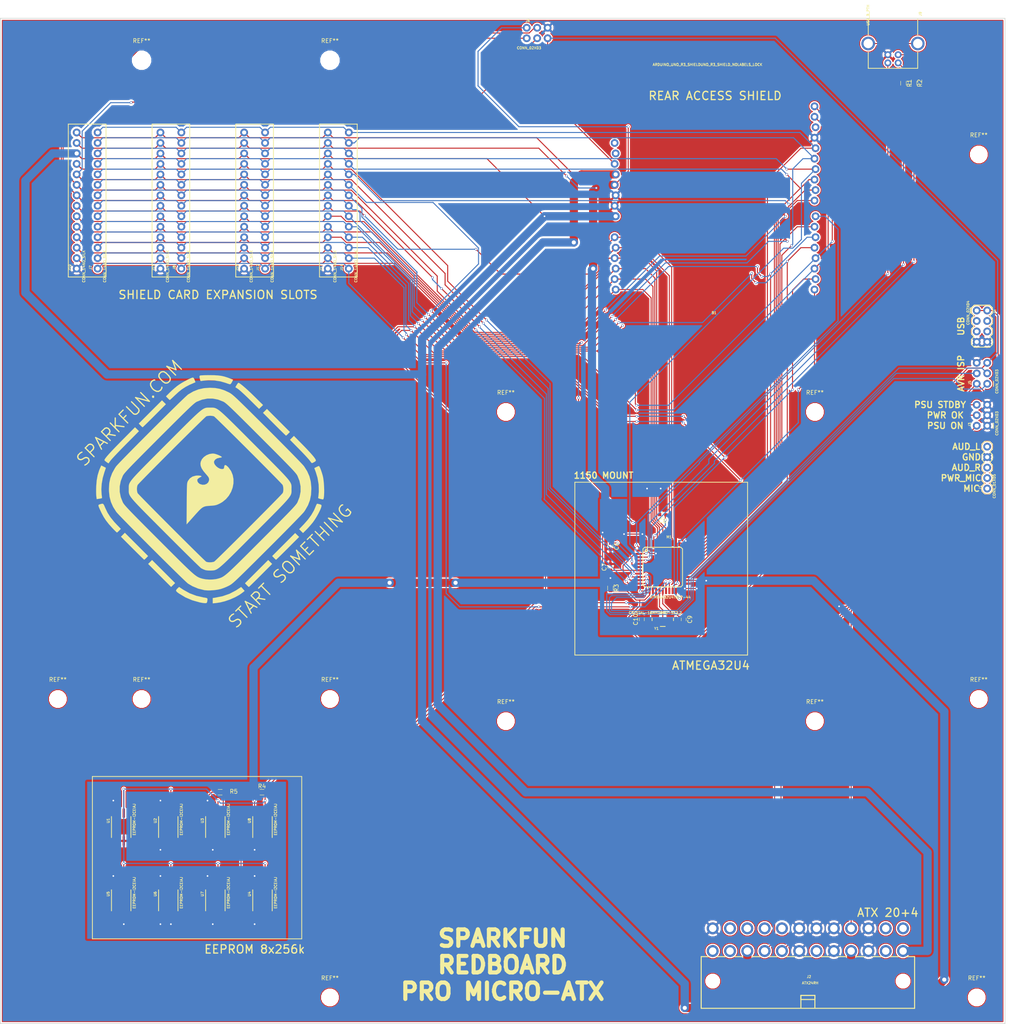
<source format=kicad_pcb>
(kicad_pcb (version 4) (host pcbnew 4.0.6)
  (layers (0 F.Cu signal) (31 B.Cu signal) (34 B.Paste user) (35 F.Paste user) (36 B.SilkS user) (37 F.SilkS user) (38 B.Mask user) (39 F.Mask user) (44 Edge.Cuts user))
  (net 0 "")
  (net 1 GND)
  (net 2 "Net-(C6-Pad1)")
  (net 3 /UVCC)
  (net 4 "Net-(C8-Pad1)")
  (net 5 "Net-(C9-Pad1)")
  (net 6 "Net-(C10-Pad1)")
  (net 7 /MIC)
  (net 8 /PWR_MIC)
  (net 9 /AUD_R)
  (net 10 /AUD_L)
  (net 11 3.3V)
  (net 12 "Net-(J2-Pad2)")
  (net 13 5V)
  (net 14 "Net-(J2-Pad6)")
  (net 15 /PWR_OK)
  (net 16 /STDBY)
  (net 17 12V)
  (net 18 "Net-(J2-Pad11)")
  (net 19 "Net-(J2-Pad12)")
  (net 20 "Net-(J2-Pad13)")
  (net 21 "Net-(J2-Pad14)")
  (net 22 /PS_ON)
  (net 23 "Net-(J2-Pad20)")
  (net 24 "Net-(J2-Pad21)")
  (net 25 "Net-(J2-Pad22)")
  (net 26 "Net-(J2-Pad23)")
  (net 27 /USB-)
  (net 28 /USB+)
  (net 29 /MISO)
  (net 30 /SCK)
  (net 31 /MOSI)
  (net 32 /RESET)
  (net 33 /D0)
  (net 34 /D1)
  (net 35 /D2)
  (net 36 /D3)
  (net 37 /D4)
  (net 38 /D5)
  (net 39 /D6)
  (net 40 /D7)
  (net 41 /D8)
  (net 42 /D9)
  (net 43 /D10)
  (net 44 /D11)
  (net 45 /D12)
  (net 46 /D13)
  (net 47 "Net-(J9-PadD+)")
  (net 48 "Net-(J9-PadD-)")
  (net 49 "Net-(J9-PadSHLD)")
  (net 50 /A5)
  (net 51 /A4)
  (net 52 /A3)
  (net 53 /A2)
  (net 54 /A1)
  (net 55 /A0)
  (net 56 /SS)
  (net 57 /D-)
  (net 58 /D+)
  (net 59 /TXLED)
  (net 60 "Net-(M1-Pad33)")
  (net 61 "Net-(B1-PadAREF)")
  (net 62 "Net-(B1-PadIORE)")
  (module Mounting_Holes:MountingHole_3.7mm (layer F.Cu) (at 157.51 198.668)
    (fp_text reference REF** (at 0 -4.7) (layer F.SilkS))
    (fp_text value MountingHole_3.7mm)
    (pad 1 np_thru_hole circle (at 0 0) (size 3.7 3.7) (drill 3.7) (layers *.Cu *.Mask))
  )
  (module Mounting_Holes:MountingHole_3.7mm (layer F.Cu) (at 232.51 198.668)
    (fp_text reference REF** (at 0 -4.7) (layer F.SilkS))
    (fp_text value MountingHole_3.7mm)
    (pad 1 np_thru_hole circle (at 0 0) (size 3.7 3.7) (drill 3.7) (layers *.Cu *.Mask))
  )
  (module Mounting_Holes:MountingHole_3.7mm (layer F.Cu) (at 232.51 123.668)
    (fp_text reference REF** (at 0 -4.7) (layer F.SilkS))
    (fp_text value MountingHole_3.7mm)
    (pad 1 np_thru_hole circle (at 0 0) (size 3.7 3.7) (drill 3.7) (layers *.Cu *.Mask))
  )
  (module Mounting_Holes:MountingHole_3.7mm (layer F.Cu) (at 157.51 123.668)
    (fp_text reference REF** (at 0 -4.7) (layer F.SilkS))
    (fp_text value MountingHole_3.7mm)
    (pad 1 np_thru_hole circle (at 0 0) (size 3.7 3.7) (drill 3.7) (layers *.Cu *.Mask))
  )
  (module Mounting_Holes:MountingHole_3.7mm (layer F.Cu) (at 271.78 265.684)
    (fp_text reference REF** (at 0 -4.7) (layer F.SilkS))
    (fp_text value MountingHole_3.7mm)
    (pad 1 np_thru_hole circle (at 0 0) (size 3.7 3.7) (drill 3.7) (layers *.Cu *.Mask))
  )
  (module Mounting_Holes:MountingHole_3.7mm (layer F.Cu) (at 114.808 265.684)
    (fp_text reference REF** (at 0 -4.7) (layer F.SilkS))
    (fp_text value MountingHole_3.7mm)
    (pad 1 np_thru_hole circle (at 0 0) (size 3.7 3.7) (drill 3.7) (layers *.Cu *.Mask))
  )
  (module Mounting_Holes:MountingHole_3.7mm (layer F.Cu) (at 272.288 193.294)
    (fp_text reference REF** (at 0 -4.7) (layer F.SilkS))
    (fp_text value MountingHole_3.7mm)
    (pad 1 np_thru_hole circle (at 0 0) (size 3.7 3.7) (drill 3.7) (layers *.Cu *.Mask))
  )
  (module Mounting_Holes:MountingHole_3.7mm (layer F.Cu) (at 48.768 193.294)
    (fp_text reference REF** (at 0 -4.7) (layer F.SilkS))
    (fp_text value MountingHole_3.7mm)
    (pad 1 np_thru_hole circle (at 0 0) (size 3.7 3.7) (drill 3.7) (layers *.Cu *.Mask))
  )
  (module Mounting_Holes:MountingHole_3.7mm (layer F.Cu) (at 69.088 193.294)
    (fp_text reference REF** (at 0 -4.7) (layer F.SilkS))
    (fp_text value MountingHole_3.7mm)
    (pad 1 np_thru_hole circle (at 0 0) (size 3.7 3.7) (drill 3.7) (layers *.Cu *.Mask))
  )
  (module Mounting_Holes:MountingHole_3.7mm (layer F.Cu) (at 114.808 193.294)
    (fp_text reference REF** (at 0 -4.7) (layer F.SilkS))
    (fp_text value MountingHole_3.7mm)
    (pad 1 np_thru_hole circle (at 0 0) (size 3.7 3.7) (drill 3.7) (layers *.Cu *.Mask))
  )
  (module Mounting_Holes:MountingHole_3.7mm (layer F.Cu) (at 114.808 38.354)
    (fp_text reference REF** (at 0 -4.7) (layer F.SilkS))
    (fp_text value MountingHole_3.7mm)
    (pad 1 np_thru_hole circle (at 0 0) (size 3.7 3.7) (drill 3.7) (layers *.Cu *.Mask))
  )
  (module Mounting_Holes:MountingHole_3.7mm (layer F.Cu) (at 69.088 38.354)
    (fp_text reference REF** (at 0 -4.7) (layer F.SilkS))
    (fp_text value MountingHole_3.7mm)
    (pad 1 np_thru_hole circle (at 0 0) (size 3.7 3.7) (drill 3.7) (layers *.Cu *.Mask))
  )
  (module Mounting_Holes:MountingHole_3.7mm (layer F.Cu) (at 272.288 61.214)
    (fp_text reference REF** (at 0 -4.7) (layer F.SilkS))
    (fp_text value MountingHole_3.7mm)
    (pad 1 np_thru_hole circle (at 0 0) (size 3.7 3.7) (drill 3.7) (layers *.Cu *.Mask))
  )
  (module Capacitors_SMD:C_0603 (layer F.Cu) (at 182.88 156.21 270)
    (fp_text reference C6 (at 0 -1.5 270) (layer F.SilkS))
    (fp_text value 1.0UF-0603-16V-10%)
    (pad 2 smd rect (at 0.75 0 270) (size 0.8 0.75) (layers F.Cu F.Paste F.Mask) (net 1 GND))
    (pad 1 smd rect (at -0.75 0 270) (size 0.8 0.75) (layers F.Cu F.Paste F.Mask) (net 2 "Net-(C6-Pad1)"))
  )
  (module Capacitors_SMD:C_0603 (layer F.Cu) (at 182.88 161.29 90)
    (fp_text reference C7 (at 0 -1.5 90) (layer F.SilkS))
    (fp_text value 1.0UF-0603-16V-10%)
    (pad 2 smd rect (at 0.75 0 90) (size 0.8 0.75) (layers F.Cu F.Paste F.Mask) (net 1 GND))
    (pad 1 smd rect (at -0.75 0 90) (size 0.8 0.75) (layers F.Cu F.Paste F.Mask) (net 3 /UVCC))
  )
  (module Capacitors_SMD:C_0603 (layer F.Cu) (at 195.58 148.59 180)
    (fp_text reference C8 (at 0 -1.5 180) (layer F.SilkS))
    (fp_text value 0.1UF-0603-100V-10%)
    (pad 2 smd rect (at 0.75 0 180) (size 0.8 0.75) (layers F.Cu F.Paste F.Mask) (net 1 GND))
    (pad 1 smd rect (at -0.75 0 180) (size 0.8 0.75) (layers F.Cu F.Paste F.Mask) (net 4 "Net-(C8-Pad1)"))
  )
  (module Capacitors_SMD:C_0603 (layer F.Cu) (at 200.66 173.99 270)
    (fp_text reference C9 (at 0 -1.5 270) (layer F.SilkS))
    (fp_text value 22PF-0603-50V-5%)
    (pad 2 smd rect (at 0.75 0 270) (size 0.8 0.75) (layers F.Cu F.Paste F.Mask) (net 1 GND))
    (pad 1 smd rect (at -0.75 0 270) (size 0.8 0.75) (layers F.Cu F.Paste F.Mask) (net 5 "Net-(C9-Pad1)"))
  )
  (module Capacitors_SMD:C_0603 (layer F.Cu) (at 190.5 173.99 90)
    (fp_text reference C10 (at 0 -1.5 90) (layer F.SilkS))
    (fp_text value 22PF-0603-50V-5%)
    (pad 2 smd rect (at 0.75 0 90) (size 0.8 0.75) (layers F.Cu F.Paste F.Mask) (net 1 GND))
    (pad 1 smd rect (at -0.75 0 90) (size 0.8 0.75) (layers F.Cu F.Paste F.Mask) (net 6 "Net-(C10-Pad1)"))
  )
  (module Connectors:1X05 (layer F.Cu) (at 274.32 142.24 90)
    (fp_text reference J1 (at 0.254 -1.7018 90) (layer F.SilkS) (effects (font (size 0.6096 0.6096) (thickness 0.127))))
    (fp_text value CONN_01X05 (at 0.5588 1.7272 90) (layer F.SilkS) (effects (font (size 0.6096 0.6096) (thickness 0.127))))
    (pad 1 thru_hole circle (at 0 0 90) (size 1.8796 1.8796) (drill 1.016) (layers *.Cu *.Paste *.Mask) (net 7 /MIC))
    (pad 2 thru_hole circle (at 2.54 0 90) (size 1.8796 1.8796) (drill 1.016) (layers *.Cu *.Paste *.Mask) (net 8 /PWR_MIC))
    (pad 3 thru_hole circle (at 5.08 0 90) (size 1.8796 1.8796) (drill 1.016) (layers *.Cu *.Paste *.Mask) (net 9 /AUD_R))
    (pad 4 thru_hole circle (at 7.62 0 90) (size 1.8796 1.8796) (drill 1.016) (layers *.Cu *.Paste *.Mask) (net 1 GND))
    (pad 5 thru_hole circle (at 10.16 0 90) (size 1.8796 1.8796) (drill 1.016) (layers *.Cu *.Paste *.Mask) (net 10 /AUD_L))
  )
  (module Connectors:ATX24_RIGHT_ANGLE (layer F.Cu) (at 230.80218 259.17906)
    (fp_text reference J2 (at 0.254 1.4732) (layer F.SilkS) (effects (font (size 0.6096 0.6096) (thickness 0.127))))
    (fp_text value ATX24RH (at 0.5588 2.9972) (layer F.SilkS) (effects (font (size 0.6096 0.6096) (thickness 0.127))))
    (pad 1 thru_hole circle (at 23.09876 -4.75996) (size 2.89814 2.89814) (drill 1.79832) (layers *.Cu *.Paste *.Mask) (net 11 3.3V))
    (pad 2 thru_hole circle (at 18.8976 -4.75996) (size 2.89814 2.89814) (drill 1.79832) (layers *.Cu *.Paste *.Mask) (net 12 "Net-(J2-Pad2)"))
    (pad 3 thru_hole circle (at 14.69898 -4.75996) (size 2.89814 2.89814) (drill 1.79832) (layers *.Cu *.Paste *.Mask) (net 1 GND))
    (pad 4 thru_hole circle (at 10.49782 -4.75996) (size 2.89814 2.89814) (drill 1.79832) (layers *.Cu *.Paste *.Mask) (net 13 5V))
    (pad 5 thru_hole circle (at 6.2992 -4.75996) (size 2.89814 2.89814) (drill 1.79832) (layers *.Cu *.Paste *.Mask) (net 1 GND))
    (pad 6 thru_hole circle (at 2.09804 -4.75996) (size 2.89814 2.89814) (drill 1.79832) (layers *.Cu *.Paste *.Mask) (net 14 "Net-(J2-Pad6)"))
    (pad 7 thru_hole circle (at -2.09804 -4.75996) (size 2.89814 2.89814) (drill 1.79832) (layers *.Cu *.Paste *.Mask) (net 1 GND))
    (pad 8 thru_hole circle (at -6.2992 -4.75996) (size 2.89814 2.89814) (drill 1.79832) (layers *.Cu *.Paste *.Mask) (net 15 /PWR_OK))
    (pad 9 thru_hole circle (at -10.49782 -4.75996) (size 2.89814 2.89814) (drill 1.79832) (layers *.Cu *.Paste *.Mask) (net 16 /STDBY))
    (pad 10 thru_hole circle (at -14.69898 -4.75996) (size 2.89814 2.89814) (drill 1.79832) (layers *.Cu *.Paste *.Mask) (net 17 12V))
    (pad 11 thru_hole circle (at -18.8976 -4.75996) (size 2.89814 2.89814) (drill 1.79832) (layers *.Cu *.Paste *.Mask) (net 18 "Net-(J2-Pad11)"))
    (pad 12 thru_hole circle (at -23.09876 -4.75996) (size 2.89814 2.89814) (drill 1.79832) (layers *.Cu *.Paste *.Mask) (net 19 "Net-(J2-Pad12)"))
    (pad 13 thru_hole circle (at 23.09876 -10.25906) (size 2.89814 2.89814) (drill 1.79832) (layers *.Cu *.Paste *.Mask) (net 20 "Net-(J2-Pad13)"))
    (pad 14 thru_hole circle (at 18.8976 -10.25906) (size 2.89814 2.89814) (drill 1.79832) (layers *.Cu *.Paste *.Mask) (net 21 "Net-(J2-Pad14)"))
    (pad 15 thru_hole circle (at 14.69898 -10.25906) (size 2.89814 2.89814) (drill 1.79832) (layers *.Cu *.Paste *.Mask) (net 1 GND))
    (pad 16 thru_hole circle (at 10.49782 -10.25906) (size 2.89814 2.89814) (drill 1.79832) (layers *.Cu *.Paste *.Mask) (net 22 /PS_ON))
    (pad 17 thru_hole circle (at 6.2992 -10.25906) (size 2.89814 2.89814) (drill 1.79832) (layers *.Cu *.Paste *.Mask) (net 1 GND))
    (pad 18 thru_hole circle (at 2.09804 -10.25906) (size 2.89814 2.89814) (drill 1.79832) (layers *.Cu *.Paste *.Mask) (net 1 GND))
    (pad 19 thru_hole circle (at -2.09804 -10.25906) (size 2.89814 2.89814) (drill 1.79832) (layers *.Cu *.Paste *.Mask) (net 1 GND))
    (pad 20 thru_hole circle (at -6.2992 -10.25906) (size 2.89814 2.89814) (drill 1.79832) (layers *.Cu *.Paste *.Mask) (net 23 "Net-(J2-Pad20)"))
    (pad 21 thru_hole circle (at -10.49782 -10.25906) (size 2.89814 2.89814) (drill 1.79832) (layers *.Cu *.Paste *.Mask) (net 24 "Net-(J2-Pad21)"))
    (pad 22 thru_hole circle (at -14.69898 -10.25906) (size 2.89814 2.89814) (drill 1.79832) (layers *.Cu *.Paste *.Mask) (net 25 "Net-(J2-Pad22)"))
    (pad 23 thru_hole circle (at -18.8976 -10.25906) (size 2.89814 2.89814) (drill 1.79832) (layers *.Cu *.Paste *.Mask) (net 26 "Net-(J2-Pad23)"))
    (pad 24 thru_hole circle (at -23.09876 -10.25906) (size 2.89814 2.89814) (drill 1.79832) (layers *.Cu *.Paste *.Mask) (net 1 GND))
    (pad "" np_thru_hole circle (at -23.09876 2.54) (size 2.99974 2.99974) (drill 2.99974) (layers *.Cu *.Mask))
    (pad "" np_thru_hole circle (at 23.09876 2.54) (size 2.99974 2.99974) (drill 2.99974) (layers *.Cu *.Mask))
  )
  (module Connectors:2X3-NS (layer F.Cu) (at 273.05 124.46 90)
    (fp_text reference J3 (at -2.286 -2.9718 90) (layer F.SilkS) (effects (font (size 0.6096 0.6096) (thickness 0.127))))
    (fp_text value CONN_02X03 (at -1.9812 3.62966 90) (layer F.SilkS) (effects (font (size 0.6096 0.6096) (thickness 0.127))))
    (pad 1 thru_hole circle (at -2.54 1.27 90) (size 1.8796 1.8796) (drill 1.016) (layers *.Cu *.Paste *.Mask) (net 1 GND))
    (pad 2 thru_hole circle (at -2.54 -1.27 90) (size 1.8796 1.8796) (drill 1.016) (layers *.Cu *.Paste *.Mask) (net 22 /PS_ON))
    (pad 3 thru_hole circle (at 0 1.27 90) (size 1.8796 1.8796) (drill 1.016) (layers *.Cu *.Paste *.Mask) (net 1 GND))
    (pad 4 thru_hole circle (at 0 -1.27 90) (size 1.8796 1.8796) (drill 1.016) (layers *.Cu *.Paste *.Mask) (net 15 /PWR_OK))
    (pad 5 thru_hole circle (at 2.54 1.27 90) (size 1.8796 1.8796) (drill 1.016) (layers *.Cu *.Paste *.Mask) (net 1 GND))
    (pad 6 thru_hole circle (at 2.54 -1.27 90) (size 1.8796 1.8796) (drill 1.016) (layers *.Cu *.Paste *.Mask) (net 16 /STDBY))
  )
  (module Connectors:2X4 (layer F.Cu) (at 273.05 102.87 270)
    (fp_text reference J4 (at -3.556 -3.0988 270) (layer F.SilkS) (effects (font (size 0.6096 0.6096) (thickness 0.127))))
    (fp_text value CONN_02X04 (at -3.2512 3.3782 270) (layer F.SilkS) (effects (font (size 0.6096 0.6096) (thickness 0.127))))
    (pad 1 thru_hole circle (at -3.81 1.27 270) (size 1.8796 1.8796) (drill 1.016) (layers *.Cu *.Paste *.Mask) (net 13 5V))
    (pad 2 thru_hole circle (at -3.81 -1.27 270) (size 1.8796 1.8796) (drill 1.016) (layers *.Cu *.Paste *.Mask) (net 13 5V))
    (pad 3 thru_hole circle (at -1.27 1.27 270) (size 1.8796 1.8796) (drill 1.016) (layers *.Cu *.Paste *.Mask) (net 27 /USB-))
    (pad 4 thru_hole circle (at -1.27 -1.27 270) (size 1.8796 1.8796) (drill 1.016) (layers *.Cu *.Paste *.Mask) (net 27 /USB-))
    (pad 5 thru_hole circle (at 1.27 1.27 270) (size 1.8796 1.8796) (drill 1.016) (layers *.Cu *.Paste *.Mask) (net 28 /USB+))
    (pad 6 thru_hole circle (at 1.27 -1.27 270) (size 1.8796 1.8796) (drill 1.016) (layers *.Cu *.Paste *.Mask) (net 28 /USB+))
    (pad 7 thru_hole circle (at 3.81 1.27 270) (size 1.8796 1.8796) (drill 1.016) (layers *.Cu *.Paste *.Mask) (net 1 GND))
    (pad 8 thru_hole circle (at 3.81 -1.27 270) (size 1.8796 1.8796) (drill 1.016) (layers *.Cu *.Paste *.Mask) (net 1 GND))
  )
  (module Connectors:2X3-NS (layer F.Cu) (at 273.05 114.3 90)
    (fp_text reference J5 (at -2.286 -2.9718 90) (layer F.SilkS) (effects (font (size 0.6096 0.6096) (thickness 0.127))))
    (fp_text value CONN_02X03 (at -1.9812 3.62966 90) (layer F.SilkS) (effects (font (size 0.6096 0.6096) (thickness 0.127))))
    (pad 1 thru_hole circle (at -2.54 1.27 90) (size 1.8796 1.8796) (drill 1.016) (layers *.Cu *.Paste *.Mask) (net 29 /MISO))
    (pad 2 thru_hole circle (at -2.54 -1.27 90) (size 1.8796 1.8796) (drill 1.016) (layers *.Cu *.Paste *.Mask) (net 13 5V))
    (pad 3 thru_hole circle (at 0 1.27 90) (size 1.8796 1.8796) (drill 1.016) (layers *.Cu *.Paste *.Mask) (net 30 /SCK))
    (pad 4 thru_hole circle (at 0 -1.27 90) (size 1.8796 1.8796) (drill 1.016) (layers *.Cu *.Paste *.Mask) (net 31 /MOSI))
    (pad 5 thru_hole circle (at 2.54 1.27 90) (size 1.8796 1.8796) (drill 1.016) (layers *.Cu *.Paste *.Mask) (net 32 /RESET))
    (pad 6 thru_hole circle (at 2.54 -1.27 90) (size 1.8796 1.8796) (drill 1.016) (layers *.Cu *.Paste *.Mask) (net 1 GND))
  )
  (module Connectors:2X3-NS (layer F.Cu) (at 165.1 31.75)
    (fp_text reference J6 (at -2.286 -2.9718) (layer F.SilkS) (effects (font (size 0.6096 0.6096) (thickness 0.127))))
    (fp_text value CONN_02X03 (at -1.9812 3.62966) (layer F.SilkS) (effects (font (size 0.6096 0.6096) (thickness 0.127))))
    (pad 1 thru_hole circle (at -2.54 1.27) (size 1.8796 1.8796) (drill 1.016) (layers *.Cu *.Paste *.Mask) (net 29 /MISO))
    (pad 2 thru_hole circle (at -2.54 -1.27) (size 1.8796 1.8796) (drill 1.016) (layers *.Cu *.Paste *.Mask) (net 13 5V))
    (pad 3 thru_hole circle (at 0 1.27) (size 1.8796 1.8796) (drill 1.016) (layers *.Cu *.Paste *.Mask) (net 30 /SCK))
    (pad 4 thru_hole circle (at 0 -1.27) (size 1.8796 1.8796) (drill 1.016) (layers *.Cu *.Paste *.Mask) (net 31 /MOSI))
    (pad 5 thru_hole circle (at 2.54 1.27) (size 1.8796 1.8796) (drill 1.016) (layers *.Cu *.Paste *.Mask) (net 32 /RESET))
    (pad 6 thru_hole circle (at 2.54 -1.27) (size 1.8796 1.8796) (drill 1.016) (layers *.Cu *.Paste *.Mask) (net 1 GND))
  )
  (module 1X14_NO_SILK (layer F.Cu) (at 58.42 88.9 90)
    (fp_text reference J7 (at 0.254 -1.7018 90) (layer F.SilkS) (effects (font (size 0.6096 0.6096) (thickness 0.127))))
    (fp_text value CONN_14NO_SILK (at 0.5588 1.7272 90) (layer F.SilkS) (effects (font (size 0.6096 0.6096) (thickness 0.127))))
    (pad 1 thru_hole circle (at 0 0 90) (size 1.8796 1.8796) (drill 1.016) (layers *.Cu *.Paste *.Mask) (net 33 /D0))
    (pad 2 thru_hole circle (at 2.54 0 90) (size 1.8796 1.8796) (drill 1.016) (layers *.Cu *.Paste *.Mask) (net 34 /D1))
    (pad 3 thru_hole circle (at 5.08 0 90) (size 1.8796 1.8796) (drill 1.016) (layers *.Cu *.Paste *.Mask) (net 35 /D2))
    (pad 4 thru_hole circle (at 7.62 0 90) (size 1.8796 1.8796) (drill 1.016) (layers *.Cu *.Paste *.Mask) (net 36 /D3))
    (pad 5 thru_hole circle (at 10.16 0 90) (size 1.8796 1.8796) (drill 1.016) (layers *.Cu *.Paste *.Mask) (net 37 /D4))
    (pad 6 thru_hole circle (at 12.7 0 90) (size 1.8796 1.8796) (drill 1.016) (layers *.Cu *.Paste *.Mask) (net 38 /D5))
    (pad 7 thru_hole circle (at 15.24 0 90) (size 1.8796 1.8796) (drill 1.016) (layers *.Cu *.Paste *.Mask) (net 39 /D6))
    (pad 8 thru_hole circle (at 17.78 0 90) (size 1.8796 1.8796) (drill 1.016) (layers *.Cu *.Paste *.Mask) (net 40 /D7))
    (pad 9 thru_hole circle (at 20.32 0 90) (size 1.8796 1.8796) (drill 1.016) (layers *.Cu *.Paste *.Mask) (net 41 /D8))
    (pad 10 thru_hole circle (at 22.86 0 90) (size 1.8796 1.8796) (drill 1.016) (layers *.Cu *.Paste *.Mask) (net 42 /D9))
    (pad 11 thru_hole circle (at 25.4 0 90) (size 1.8796 1.8796) (drill 1.016) (layers *.Cu *.Paste *.Mask) (net 43 /D10))
    (pad 12 thru_hole circle (at 27.94 0 90) (size 1.8796 1.8796) (drill 1.016) (layers *.Cu *.Paste *.Mask) (net 44 /D11))
    (pad 13 thru_hole circle (at 30.48 0 90) (size 1.8796 1.8796) (drill 1.016) (layers *.Cu *.Paste *.Mask) (net 45 /D12))
    (pad 14 thru_hole circle (at 33.02 0 90) (size 1.8796 1.8796) (drill 1.016) (layers *.Cu *.Paste *.Mask) (net 46 /D13))
  )
  (module 1X14_NO_SILK (layer F.Cu) (at 78.74 88.9 90)
    (fp_text reference J8 (at 0.254 -1.7018 90) (layer F.SilkS) (effects (font (size 0.6096 0.6096) (thickness 0.127))))
    (fp_text value CONN_14NO_SILK (at 0.5588 1.7272 90) (layer F.SilkS) (effects (font (size 0.6096 0.6096) (thickness 0.127))))
    (pad 1 thru_hole circle (at 0 0 90) (size 1.8796 1.8796) (drill 1.016) (layers *.Cu *.Paste *.Mask) (net 33 /D0))
    (pad 2 thru_hole circle (at 2.54 0 90) (size 1.8796 1.8796) (drill 1.016) (layers *.Cu *.Paste *.Mask) (net 34 /D1))
    (pad 3 thru_hole circle (at 5.08 0 90) (size 1.8796 1.8796) (drill 1.016) (layers *.Cu *.Paste *.Mask) (net 35 /D2))
    (pad 4 thru_hole circle (at 7.62 0 90) (size 1.8796 1.8796) (drill 1.016) (layers *.Cu *.Paste *.Mask) (net 36 /D3))
    (pad 5 thru_hole circle (at 10.16 0 90) (size 1.8796 1.8796) (drill 1.016) (layers *.Cu *.Paste *.Mask) (net 37 /D4))
    (pad 6 thru_hole circle (at 12.7 0 90) (size 1.8796 1.8796) (drill 1.016) (layers *.Cu *.Paste *.Mask) (net 38 /D5))
    (pad 7 thru_hole circle (at 15.24 0 90) (size 1.8796 1.8796) (drill 1.016) (layers *.Cu *.Paste *.Mask) (net 39 /D6))
    (pad 8 thru_hole circle (at 17.78 0 90) (size 1.8796 1.8796) (drill 1.016) (layers *.Cu *.Paste *.Mask) (net 40 /D7))
    (pad 9 thru_hole circle (at 20.32 0 90) (size 1.8796 1.8796) (drill 1.016) (layers *.Cu *.Paste *.Mask) (net 41 /D8))
    (pad 10 thru_hole circle (at 22.86 0 90) (size 1.8796 1.8796) (drill 1.016) (layers *.Cu *.Paste *.Mask) (net 42 /D9))
    (pad 11 thru_hole circle (at 25.4 0 90) (size 1.8796 1.8796) (drill 1.016) (layers *.Cu *.Paste *.Mask) (net 43 /D10))
    (pad 12 thru_hole circle (at 27.94 0 90) (size 1.8796 1.8796) (drill 1.016) (layers *.Cu *.Paste *.Mask) (net 44 /D11))
    (pad 13 thru_hole circle (at 30.48 0 90) (size 1.8796 1.8796) (drill 1.016) (layers *.Cu *.Paste *.Mask) (net 45 /D12))
    (pad 14 thru_hole circle (at 33.02 0 90) (size 1.8796 1.8796) (drill 1.016) (layers *.Cu *.Paste *.Mask) (net 46 /D13))
  )
  (module Connectors:USB-B-PTH (layer F.Cu) (at 251.46 33.02 270)
    (fp_text reference J9 (at -5.9055 -6.6548 270) (layer F.SilkS) (effects (font (size 0.6096 0.6096) (thickness 0.127))))
    (fp_text value USB_B_PTH (at -5.6007 6.0452 270) (layer F.SilkS) (effects (font (size 0.6096 0.6096) (thickness 0.127))))
    (pad D+ thru_hole circle (at 3.99796 -1.24968 270) (size 1.6764 1.6764) (drill 0.9144) (layers *.Cu *.Paste *.Mask) (net 47 "Net-(J9-PadD+)"))
    (pad D- thru_hole circle (at 5.97916 -1.24968 270) (size 1.6764 1.6764) (drill 0.9144) (layers *.Cu *.Paste *.Mask) (net 48 "Net-(J9-PadD-)"))
    (pad GND thru_hole circle (at 3.99796 1.24968 270) (size 1.6764 1.6764) (drill 0.9144) (layers *.Cu *.Paste *.Mask) (net 1 GND))
    (pad SHLD thru_hole circle (at 1.28016 6.0198 270) (size 3.302 3.302) (drill 2.286) (layers *.Cu *.Paste *.Mask) (net 49 "Net-(J9-PadSHLD)"))
    (pad SHLD thru_hole circle (at 1.28016 -6.0198 270) (size 3.302 3.302) (drill 2.286) (layers *.Cu *.Paste *.Mask) (net 49 "Net-(J9-PadSHLD)"))
    (pad VBUS thru_hole circle (at 5.97916 1.24968 270) (size 1.6764 1.6764) (drill 0.9144) (layers *.Cu *.Paste *.Mask) (net 3 /UVCC))
  )
  (module 1X14_NO_SILK (layer F.Cu) (at 53.34 88.9 90)
    (fp_text reference J10 (at 0.254 -1.7018 90) (layer F.SilkS) (effects (font (size 0.6096 0.6096) (thickness 0.127))))
    (fp_text value CONN_14NO_SILK (at 0.5588 1.7272 90) (layer F.SilkS) (effects (font (size 0.6096 0.6096) (thickness 0.127))))
    (pad 1 thru_hole circle (at 0 0 90) (size 1.8796 1.8796) (drill 1.016) (layers *.Cu *.Paste *.Mask) (net 1 GND))
    (pad 2 thru_hole circle (at 2.54 0 90) (size 1.8796 1.8796) (drill 1.016) (layers *.Cu *.Paste *.Mask) (net 50 /A5))
    (pad 3 thru_hole circle (at 5.08 0 90) (size 1.8796 1.8796) (drill 1.016) (layers *.Cu *.Paste *.Mask) (net 51 /A4))
    (pad 4 thru_hole circle (at 7.62 0 90) (size 1.8796 1.8796) (drill 1.016) (layers *.Cu *.Paste *.Mask) (net 52 /A3))
    (pad 5 thru_hole circle (at 10.16 0 90) (size 1.8796 1.8796) (drill 1.016) (layers *.Cu *.Paste *.Mask) (net 53 /A2))
    (pad 6 thru_hole circle (at 12.7 0 90) (size 1.8796 1.8796) (drill 1.016) (layers *.Cu *.Paste *.Mask) (net 54 /A1))
    (pad 7 thru_hole circle (at 15.24 0 90) (size 1.8796 1.8796) (drill 1.016) (layers *.Cu *.Paste *.Mask) (net 55 /A0))
    (pad 8 thru_hole circle (at 17.78 0 90) (size 1.8796 1.8796) (drill 1.016) (layers *.Cu *.Paste *.Mask) (net 31 /MOSI))
    (pad 9 thru_hole circle (at 20.32 0 90) (size 1.8796 1.8796) (drill 1.016) (layers *.Cu *.Paste *.Mask) (net 29 /MISO))
    (pad 10 thru_hole circle (at 22.86 0 90) (size 1.8796 1.8796) (drill 1.016) (layers *.Cu *.Paste *.Mask) (net 30 /SCK))
    (pad 11 thru_hole circle (at 25.4 0 90) (size 1.8796 1.8796) (drill 1.016) (layers *.Cu *.Paste *.Mask) (net 56 /SS))
    (pad 12 thru_hole circle (at 27.94 0 90) (size 1.8796 1.8796) (drill 1.016) (layers *.Cu *.Paste *.Mask) (net 17 12V))
    (pad 13 thru_hole circle (at 30.48 0 90) (size 1.8796 1.8796) (drill 1.016) (layers *.Cu *.Paste *.Mask) (net 13 5V))
    (pad 14 thru_hole circle (at 33.02 0 90) (size 1.8796 1.8796) (drill 1.016) (layers *.Cu *.Paste *.Mask) (net 11 3.3V))
  )
  (module 1X14_NO_SILK (layer F.Cu) (at 73.66 88.9 90)
    (fp_text reference J11 (at 0.254 -1.7018 90) (layer F.SilkS) (effects (font (size 0.6096 0.6096) (thickness 0.127))))
    (fp_text value CONN_14NO_SILK (at 0.5588 1.7272 90) (layer F.SilkS) (effects (font (size 0.6096 0.6096) (thickness 0.127))))
    (pad 1 thru_hole circle (at 0 0 90) (size 1.8796 1.8796) (drill 1.016) (layers *.Cu *.Paste *.Mask) (net 1 GND))
    (pad 2 thru_hole circle (at 2.54 0 90) (size 1.8796 1.8796) (drill 1.016) (layers *.Cu *.Paste *.Mask) (net 50 /A5))
    (pad 3 thru_hole circle (at 5.08 0 90) (size 1.8796 1.8796) (drill 1.016) (layers *.Cu *.Paste *.Mask) (net 51 /A4))
    (pad 4 thru_hole circle (at 7.62 0 90) (size 1.8796 1.8796) (drill 1.016) (layers *.Cu *.Paste *.Mask) (net 52 /A3))
    (pad 5 thru_hole circle (at 10.16 0 90) (size 1.8796 1.8796) (drill 1.016) (layers *.Cu *.Paste *.Mask) (net 53 /A2))
    (pad 6 thru_hole circle (at 12.7 0 90) (size 1.8796 1.8796) (drill 1.016) (layers *.Cu *.Paste *.Mask) (net 54 /A1))
    (pad 7 thru_hole circle (at 15.24 0 90) (size 1.8796 1.8796) (drill 1.016) (layers *.Cu *.Paste *.Mask) (net 55 /A0))
    (pad 8 thru_hole circle (at 17.78 0 90) (size 1.8796 1.8796) (drill 1.016) (layers *.Cu *.Paste *.Mask) (net 31 /MOSI))
    (pad 9 thru_hole circle (at 20.32 0 90) (size 1.8796 1.8796) (drill 1.016) (layers *.Cu *.Paste *.Mask) (net 29 /MISO))
    (pad 10 thru_hole circle (at 22.86 0 90) (size 1.8796 1.8796) (drill 1.016) (layers *.Cu *.Paste *.Mask) (net 30 /SCK))
    (pad 11 thru_hole circle (at 25.4 0 90) (size 1.8796 1.8796) (drill 1.016) (layers *.Cu *.Paste *.Mask) (net 56 /SS))
    (pad 12 thru_hole circle (at 27.94 0 90) (size 1.8796 1.8796) (drill 1.016) (layers *.Cu *.Paste *.Mask) (net 17 12V))
    (pad 13 thru_hole circle (at 30.48 0 90) (size 1.8796 1.8796) (drill 1.016) (layers *.Cu *.Paste *.Mask) (net 13 5V))
    (pad 14 thru_hole circle (at 33.02 0 90) (size 1.8796 1.8796) (drill 1.016) (layers *.Cu *.Paste *.Mask) (net 11 3.3V))
  )
  (module 1X14_NO_SILK (layer F.Cu) (at 99.06 88.9 90)
    (fp_text reference J12 (at 0.254 -1.7018 90) (layer F.SilkS) (effects (font (size 0.6096 0.6096) (thickness 0.127))))
    (fp_text value CONN_14NO_SILK (at 0.5588 1.7272 90) (layer F.SilkS) (effects (font (size 0.6096 0.6096) (thickness 0.127))))
    (pad 1 thru_hole circle (at 0 0 90) (size 1.8796 1.8796) (drill 1.016) (layers *.Cu *.Paste *.Mask) (net 33 /D0))
    (pad 2 thru_hole circle (at 2.54 0 90) (size 1.8796 1.8796) (drill 1.016) (layers *.Cu *.Paste *.Mask) (net 34 /D1))
    (pad 3 thru_hole circle (at 5.08 0 90) (size 1.8796 1.8796) (drill 1.016) (layers *.Cu *.Paste *.Mask) (net 35 /D2))
    (pad 4 thru_hole circle (at 7.62 0 90) (size 1.8796 1.8796) (drill 1.016) (layers *.Cu *.Paste *.Mask) (net 36 /D3))
    (pad 5 thru_hole circle (at 10.16 0 90) (size 1.8796 1.8796) (drill 1.016) (layers *.Cu *.Paste *.Mask) (net 37 /D4))
    (pad 6 thru_hole circle (at 12.7 0 90) (size 1.8796 1.8796) (drill 1.016) (layers *.Cu *.Paste *.Mask) (net 38 /D5))
    (pad 7 thru_hole circle (at 15.24 0 90) (size 1.8796 1.8796) (drill 1.016) (layers *.Cu *.Paste *.Mask) (net 39 /D6))
    (pad 8 thru_hole circle (at 17.78 0 90) (size 1.8796 1.8796) (drill 1.016) (layers *.Cu *.Paste *.Mask) (net 40 /D7))
    (pad 9 thru_hole circle (at 20.32 0 90) (size 1.8796 1.8796) (drill 1.016) (layers *.Cu *.Paste *.Mask) (net 41 /D8))
    (pad 10 thru_hole circle (at 22.86 0 90) (size 1.8796 1.8796) (drill 1.016) (layers *.Cu *.Paste *.Mask) (net 42 /D9))
    (pad 11 thru_hole circle (at 25.4 0 90) (size 1.8796 1.8796) (drill 1.016) (layers *.Cu *.Paste *.Mask) (net 43 /D10))
    (pad 12 thru_hole circle (at 27.94 0 90) (size 1.8796 1.8796) (drill 1.016) (layers *.Cu *.Paste *.Mask) (net 44 /D11))
    (pad 13 thru_hole circle (at 30.48 0 90) (size 1.8796 1.8796) (drill 1.016) (layers *.Cu *.Paste *.Mask) (net 45 /D12))
    (pad 14 thru_hole circle (at 33.02 0 90) (size 1.8796 1.8796) (drill 1.016) (layers *.Cu *.Paste *.Mask) (net 46 /D13))
  )
  (module 1X14_NO_SILK (layer F.Cu) (at 119.38 88.9 90)
    (fp_text reference J14 (at 0.254 -1.7018 90) (layer F.SilkS) (effects (font (size 0.6096 0.6096) (thickness 0.127))))
    (fp_text value CONN_14NO_SILK (at 0.5588 1.7272 90) (layer F.SilkS) (effects (font (size 0.6096 0.6096) (thickness 0.127))))
    (pad 1 thru_hole circle (at 0 0 90) (size 1.8796 1.8796) (drill 1.016) (layers *.Cu *.Paste *.Mask) (net 33 /D0))
    (pad 2 thru_hole circle (at 2.54 0 90) (size 1.8796 1.8796) (drill 1.016) (layers *.Cu *.Paste *.Mask) (net 34 /D1))
    (pad 3 thru_hole circle (at 5.08 0 90) (size 1.8796 1.8796) (drill 1.016) (layers *.Cu *.Paste *.Mask) (net 35 /D2))
    (pad 4 thru_hole circle (at 7.62 0 90) (size 1.8796 1.8796) (drill 1.016) (layers *.Cu *.Paste *.Mask) (net 36 /D3))
    (pad 5 thru_hole circle (at 10.16 0 90) (size 1.8796 1.8796) (drill 1.016) (layers *.Cu *.Paste *.Mask) (net 37 /D4))
    (pad 6 thru_hole circle (at 12.7 0 90) (size 1.8796 1.8796) (drill 1.016) (layers *.Cu *.Paste *.Mask) (net 38 /D5))
    (pad 7 thru_hole circle (at 15.24 0 90) (size 1.8796 1.8796) (drill 1.016) (layers *.Cu *.Paste *.Mask) (net 39 /D6))
    (pad 8 thru_hole circle (at 17.78 0 90) (size 1.8796 1.8796) (drill 1.016) (layers *.Cu *.Paste *.Mask) (net 40 /D7))
    (pad 9 thru_hole circle (at 20.32 0 90) (size 1.8796 1.8796) (drill 1.016) (layers *.Cu *.Paste *.Mask) (net 41 /D8))
    (pad 10 thru_hole circle (at 22.86 0 90) (size 1.8796 1.8796) (drill 1.016) (layers *.Cu *.Paste *.Mask) (net 42 /D9))
    (pad 11 thru_hole circle (at 25.4 0 90) (size 1.8796 1.8796) (drill 1.016) (layers *.Cu *.Paste *.Mask) (net 43 /D10))
    (pad 12 thru_hole circle (at 27.94 0 90) (size 1.8796 1.8796) (drill 1.016) (layers *.Cu *.Paste *.Mask) (net 44 /D11))
    (pad 13 thru_hole circle (at 30.48 0 90) (size 1.8796 1.8796) (drill 1.016) (layers *.Cu *.Paste *.Mask) (net 45 /D12))
    (pad 14 thru_hole circle (at 33.02 0 90) (size 1.8796 1.8796) (drill 1.016) (layers *.Cu *.Paste *.Mask) (net 46 /D13))
  )
  (module 1X14_NO_SILK (layer F.Cu) (at 93.98 88.9 90)
    (fp_text reference J15 (at 0.254 -1.7018 90) (layer F.SilkS) (effects (font (size 0.6096 0.6096) (thickness 0.127))))
    (fp_text value CONN_14NO_SILK (at 0.5588 1.7272 90) (layer F.SilkS) (effects (font (size 0.6096 0.6096) (thickness 0.127))))
    (pad 1 thru_hole circle (at 0 0 90) (size 1.8796 1.8796) (drill 1.016) (layers *.Cu *.Paste *.Mask) (net 1 GND))
    (pad 2 thru_hole circle (at 2.54 0 90) (size 1.8796 1.8796) (drill 1.016) (layers *.Cu *.Paste *.Mask) (net 50 /A5))
    (pad 3 thru_hole circle (at 5.08 0 90) (size 1.8796 1.8796) (drill 1.016) (layers *.Cu *.Paste *.Mask) (net 51 /A4))
    (pad 4 thru_hole circle (at 7.62 0 90) (size 1.8796 1.8796) (drill 1.016) (layers *.Cu *.Paste *.Mask) (net 52 /A3))
    (pad 5 thru_hole circle (at 10.16 0 90) (size 1.8796 1.8796) (drill 1.016) (layers *.Cu *.Paste *.Mask) (net 53 /A2))
    (pad 6 thru_hole circle (at 12.7 0 90) (size 1.8796 1.8796) (drill 1.016) (layers *.Cu *.Paste *.Mask) (net 54 /A1))
    (pad 7 thru_hole circle (at 15.24 0 90) (size 1.8796 1.8796) (drill 1.016) (layers *.Cu *.Paste *.Mask) (net 55 /A0))
    (pad 8 thru_hole circle (at 17.78 0 90) (size 1.8796 1.8796) (drill 1.016) (layers *.Cu *.Paste *.Mask) (net 31 /MOSI))
    (pad 9 thru_hole circle (at 20.32 0 90) (size 1.8796 1.8796) (drill 1.016) (layers *.Cu *.Paste *.Mask) (net 29 /MISO))
    (pad 10 thru_hole circle (at 22.86 0 90) (size 1.8796 1.8796) (drill 1.016) (layers *.Cu *.Paste *.Mask) (net 30 /SCK))
    (pad 11 thru_hole circle (at 25.4 0 90) (size 1.8796 1.8796) (drill 1.016) (layers *.Cu *.Paste *.Mask) (net 56 /SS))
    (pad 12 thru_hole circle (at 27.94 0 90) (size 1.8796 1.8796) (drill 1.016) (layers *.Cu *.Paste *.Mask) (net 17 12V))
    (pad 13 thru_hole circle (at 30.48 0 90) (size 1.8796 1.8796) (drill 1.016) (layers *.Cu *.Paste *.Mask) (net 13 5V))
    (pad 14 thru_hole circle (at 33.02 0 90) (size 1.8796 1.8796) (drill 1.016) (layers *.Cu *.Paste *.Mask) (net 11 3.3V))
  )
  (module 1X14_NO_SILK (layer F.Cu) (at 114.3 88.9 90)
    (fp_text reference J17 (at 0.254 -1.7018 90) (layer F.SilkS) (effects (font (size 0.6096 0.6096) (thickness 0.127))))
    (fp_text value CONN_14NO_SILK (at 0.5588 1.7272 90) (layer F.SilkS) (effects (font (size 0.6096 0.6096) (thickness 0.127))))
    (pad 1 thru_hole circle (at 0 0 90) (size 1.8796 1.8796) (drill 1.016) (layers *.Cu *.Paste *.Mask) (net 1 GND))
    (pad 2 thru_hole circle (at 2.54 0 90) (size 1.8796 1.8796) (drill 1.016) (layers *.Cu *.Paste *.Mask) (net 50 /A5))
    (pad 3 thru_hole circle (at 5.08 0 90) (size 1.8796 1.8796) (drill 1.016) (layers *.Cu *.Paste *.Mask) (net 51 /A4))
    (pad 4 thru_hole circle (at 7.62 0 90) (size 1.8796 1.8796) (drill 1.016) (layers *.Cu *.Paste *.Mask) (net 52 /A3))
    (pad 5 thru_hole circle (at 10.16 0 90) (size 1.8796 1.8796) (drill 1.016) (layers *.Cu *.Paste *.Mask) (net 53 /A2))
    (pad 6 thru_hole circle (at 12.7 0 90) (size 1.8796 1.8796) (drill 1.016) (layers *.Cu *.Paste *.Mask) (net 54 /A1))
    (pad 7 thru_hole circle (at 15.24 0 90) (size 1.8796 1.8796) (drill 1.016) (layers *.Cu *.Paste *.Mask) (net 55 /A0))
    (pad 8 thru_hole circle (at 17.78 0 90) (size 1.8796 1.8796) (drill 1.016) (layers *.Cu *.Paste *.Mask) (net 31 /MOSI))
    (pad 9 thru_hole circle (at 20.32 0 90) (size 1.8796 1.8796) (drill 1.016) (layers *.Cu *.Paste *.Mask) (net 29 /MISO))
    (pad 10 thru_hole circle (at 22.86 0 90) (size 1.8796 1.8796) (drill 1.016) (layers *.Cu *.Paste *.Mask) (net 30 /SCK))
    (pad 11 thru_hole circle (at 25.4 0 90) (size 1.8796 1.8796) (drill 1.016) (layers *.Cu *.Paste *.Mask) (net 56 /SS))
    (pad 12 thru_hole circle (at 27.94 0 90) (size 1.8796 1.8796) (drill 1.016) (layers *.Cu *.Paste *.Mask) (net 17 12V))
    (pad 13 thru_hole circle (at 30.48 0 90) (size 1.8796 1.8796) (drill 1.016) (layers *.Cu *.Paste *.Mask) (net 13 5V))
    (pad 14 thru_hole circle (at 33.02 0 90) (size 1.8796 1.8796) (drill 1.016) (layers *.Cu *.Paste *.Mask) (net 11 3.3V))
  )
  (module IC:TQFP44 (layer F.Cu) (at 195.58 161.29)
    (fp_text reference M1 (at 1.524 -7.2898) (layer F.SilkS) (effects (font (size 0.6096 0.6096) (thickness 0.127))))
    (fp_text value ATMEGA32U4TQFP-44 (at 1.8288 7.3152) (layer F.SilkS) (effects (font (size 0.6096 0.6096) (thickness 0.127))))
    (pad 1 smd rect (at -5.79882 -3.99796) (size 1.4986 0.49784) (layers F.Cu F.Paste F.Mask) (net 40 /D7))
    (pad 2 smd rect (at -5.79882 -3.19786) (size 1.4986 0.49784) (layers F.Cu F.Paste F.Mask) (net 3 /UVCC))
    (pad 3 smd rect (at -5.79882 -2.39776) (size 1.4986 0.49784) (layers F.Cu F.Paste F.Mask) (net 57 /D-))
    (pad 4 smd rect (at -5.79882 -1.59766) (size 1.4986 0.49784) (layers F.Cu F.Paste F.Mask) (net 58 /D+))
    (pad 5 smd rect (at -5.79882 -0.79756) (size 1.4986 0.49784) (layers F.Cu F.Paste F.Mask) (net 1 GND))
    (pad 6 smd rect (at -5.79882 0) (size 1.4986 0.49784) (layers F.Cu F.Paste F.Mask) (net 2 "Net-(C6-Pad1)"))
    (pad 7 smd rect (at -5.79882 0.79756) (size 1.4986 0.49784) (layers F.Cu F.Paste F.Mask) (net 3 /UVCC))
    (pad 8 smd rect (at -5.79882 1.59766) (size 1.4986 0.49784) (layers F.Cu F.Paste F.Mask) (net 56 /SS))
    (pad 9 smd rect (at -5.79882 2.39776) (size 1.4986 0.49784) (layers F.Cu F.Paste F.Mask) (net 30 /SCK))
    (pad 10 smd rect (at -5.79882 3.19786) (size 1.4986 0.49784) (layers F.Cu F.Paste F.Mask) (net 31 /MOSI))
    (pad 11 smd rect (at -5.79882 3.99796) (size 1.4986 0.49784) (layers F.Cu F.Paste F.Mask) (net 29 /MISO))
    (pad 12 smd rect (at -3.99796 5.79882) (size 0.49784 1.4986) (layers F.Cu F.Paste F.Mask) (net 44 /D11))
    (pad 13 smd rect (at -3.19786 5.79882) (size 0.49784 1.4986) (layers F.Cu F.Paste F.Mask) (net 32 /RESET))
    (pad 14 smd rect (at -2.39776 5.79882) (size 0.49784 1.4986) (layers F.Cu F.Paste F.Mask) (net 13 5V))
    (pad 15 smd rect (at -1.59766 5.79882) (size 0.49784 1.4986) (layers F.Cu F.Paste F.Mask) (net 1 GND))
    (pad 16 smd rect (at -0.79756 5.79882) (size 0.49784 1.4986) (layers F.Cu F.Paste F.Mask) (net 6 "Net-(C10-Pad1)"))
    (pad 17 smd rect (at 0 5.79882) (size 0.49784 1.4986) (layers F.Cu F.Paste F.Mask) (net 5 "Net-(C9-Pad1)"))
    (pad 18 smd rect (at 0.79756 5.79882) (size 0.49784 1.4986) (layers F.Cu F.Paste F.Mask) (net 36 /D3))
    (pad 19 smd rect (at 1.59766 5.79882) (size 0.49784 1.4986) (layers F.Cu F.Paste F.Mask) (net 35 /D2))
    (pad 20 smd rect (at 2.39776 5.79882) (size 0.49784 1.4986) (layers F.Cu F.Paste F.Mask) (net 33 /D0))
    (pad 21 smd rect (at 3.19786 5.79882) (size 0.49784 1.4986) (layers F.Cu F.Paste F.Mask) (net 34 /D1))
    (pad 22 smd rect (at 3.99796 5.79882) (size 0.49784 1.4986) (layers F.Cu F.Paste F.Mask) (net 59 /TXLED))
    (pad 23 smd rect (at 5.79882 3.99796) (size 1.4986 0.49784) (layers F.Cu F.Paste F.Mask) (net 1 GND))
    (pad 24 smd rect (at 5.79882 3.19786) (size 1.4986 0.49784) (layers F.Cu F.Paste F.Mask) (net 13 5V))
    (pad 25 smd rect (at 5.79882 2.39776) (size 1.4986 0.49784) (layers F.Cu F.Paste F.Mask) (net 37 /D4))
    (pad 26 smd rect (at 5.79882 1.59766) (size 1.4986 0.49784) (layers F.Cu F.Paste F.Mask) (net 45 /D12))
    (pad 27 smd rect (at 5.79882 0.79756) (size 1.4986 0.49784) (layers F.Cu F.Paste F.Mask) (net 39 /D6))
    (pad 28 smd rect (at 5.79882 0) (size 1.4986 0.49784) (layers F.Cu F.Paste F.Mask) (net 41 /D8))
    (pad 29 smd rect (at 5.79882 -0.79756) (size 1.4986 0.49784) (layers F.Cu F.Paste F.Mask) (net 42 /D9))
    (pad 30 smd rect (at 5.79882 -1.59766) (size 1.4986 0.49784) (layers F.Cu F.Paste F.Mask) (net 43 /D10))
    (pad 31 smd rect (at 5.79882 -2.39776) (size 1.4986 0.49784) (layers F.Cu F.Paste F.Mask) (net 38 /D5))
    (pad 32 smd rect (at 5.79882 -3.19786) (size 1.4986 0.49784) (layers F.Cu F.Paste F.Mask) (net 46 /D13))
    (pad 33 smd rect (at 5.79882 -3.99796) (size 1.4986 0.49784) (layers F.Cu F.Paste F.Mask) (net 60 "Net-(M1-Pad33)"))
    (pad 34 smd rect (at 3.99796 -5.79882) (size 0.49784 1.4986) (layers F.Cu F.Paste F.Mask) (net 13 5V))
    (pad 35 smd rect (at 3.19786 -5.79882) (size 0.49784 1.4986) (layers F.Cu F.Paste F.Mask) (net 1 GND))
    (pad 36 smd rect (at 2.39776 -5.79882) (size 0.49784 1.4986) (layers F.Cu F.Paste F.Mask) (net 55 /A0))
    (pad 37 smd rect (at 1.59766 -5.79882) (size 0.49784 1.4986) (layers F.Cu F.Paste F.Mask) (net 54 /A1))
    (pad 38 smd rect (at 0.79756 -5.79882) (size 0.49784 1.4986) (layers F.Cu F.Paste F.Mask) (net 53 /A2))
    (pad 39 smd rect (at 0 -5.79882) (size 0.49784 1.4986) (layers F.Cu F.Paste F.Mask) (net 52 /A3))
    (pad 40 smd rect (at -0.79756 -5.79882) (size 0.49784 1.4986) (layers F.Cu F.Paste F.Mask) (net 51 /A4))
    (pad 41 smd rect (at -1.59766 -5.79882) (size 0.49784 1.4986) (layers F.Cu F.Paste F.Mask) (net 50 /A5))
    (pad 42 smd rect (at -2.39776 -5.79882) (size 0.49784 1.4986) (layers F.Cu F.Paste F.Mask) (net 4 "Net-(C8-Pad1)"))
    (pad 43 smd rect (at -3.19786 -5.79882) (size 0.49784 1.4986) (layers F.Cu F.Paste F.Mask) (net 1 GND))
    (pad 44 smd rect (at -3.99796 -5.79882) (size 0.49784 1.4986) (layers F.Cu F.Paste F.Mask) (net 13 5V))
  )
  (module Resistors_SMD:R_0603 (layer F.Cu) (at 254 43.93 270)
    (fp_text reference R1 (at 0 -1.45 270) (layer F.SilkS))
    (fp_text value 22OHM)
    (pad 1 smd rect (at -0.75 0 270) (size 0.5 0.9) (layers F.Cu F.Paste F.Mask) (net 48 "Net-(J9-PadD-)"))
    (pad 2 smd rect (at 0.75 0 270) (size 0.5 0.9) (layers F.Cu F.Paste F.Mask) (net 57 /D-))
  )
  (module Resistors_SMD:R_0603 (layer F.Cu) (at 256.54 43.93 270)
    (fp_text reference R2 (at 0 -1.45 270) (layer F.SilkS))
    (fp_text value 22OHM)
    (pad 1 smd rect (at -0.75 0 270) (size 0.5 0.9) (layers F.Cu F.Paste F.Mask) (net 47 "Net-(J9-PadD+)"))
    (pad 2 smd rect (at 0.75 0 270) (size 0.5 0.9) (layers F.Cu F.Paste F.Mask) (net 58 /D+))
  )
  (module Resistors_SMD:R_0603 (layer F.Cu) (at 182.88 166.37 270)
    (fp_text reference R3 (at 0 -1.45 270) (layer F.SilkS))
    (fp_text value 10KOHM-0603-1_10W-1%)
    (pad 1 smd rect (at -0.75 0 270) (size 0.5 0.9) (layers F.Cu F.Paste F.Mask) (net 13 5V))
    (pad 2 smd rect (at 0.75 0 270) (size 0.5 0.9) (layers F.Cu F.Paste F.Mask) (net 32 /RESET))
  )
  (module Clocks:CRYSTAL-SMD-5X3.2-4PAD (layer F.Cu) (at 195.58 173.99 180)
    (fp_text reference Y1 (at 1.524 -2.20726 180) (layer F.SilkS) (effects (font (size 0.6096 0.6096) (thickness 0.127))))
    (fp_text value CRYSTAL-16MHZSMD-5X3.2 (at 1.8288 1.6002 180) (layer F.SilkS) (effects (font (size 0.6096 0.6096) (thickness 0.127))))
    (pad 1 smd rect (at -1.84912 1.14808 180) (size 1.89992 1.09982) (layers F.Cu F.Paste F.Mask) (net 5 "Net-(C9-Pad1)"))
    (pad 2 smd rect (at 1.84912 1.14808 180) (size 1.89992 1.09982) (layers F.Cu F.Paste F.Mask))
    (pad 3 smd rect (at 1.84912 -1.14808 180) (size 1.89992 1.09982) (layers F.Cu F.Paste F.Mask) (net 6 "Net-(C10-Pad1)"))
    (pad 4 smd rect (at -1.84912 -1.14808 180) (size 1.89992 1.09982) (layers F.Cu F.Paste F.Mask))
  )
  (module UNO_R3_SHIELD_NOLABELS_LOCK (layer F.Cu) (at 208.28 69.85 180)
    (fp_text reference B1 (at 0.254 -29.7688 180) (layer F.SilkS) (effects (font (size 0.6096 0.6096) (thickness 0.127))))
    (fp_text value ARDUINO_UNO_R3_SHIELDUNO_R3_SHIELD_NOLABELS_LOCK (at 1.8288 30.4292 180) (layer F.SilkS) (effects (font (size 0.6096 0.6096) (thickness 0.127))))
    (pad 3.3V thru_hole circle (at 24.13 3.81 180) (size 1.8796 1.8796) (drill 1.016) (layers *.Cu *.Paste *.Mask) (net 11 3.3V))
    (pad 5V thru_hole circle (at 24.384 1.27 180) (size 1.8796 1.8796) (drill 1.016) (layers *.Cu *.Paste *.Mask) (net 13 5V))
    (pad A0 thru_hole circle (at 24.384 -11.43 180) (size 1.8796 1.8796) (drill 1.016) (layers *.Cu *.Paste *.Mask) (net 55 /A0))
    (pad A1 thru_hole circle (at 24.13 -13.97 180) (size 1.8796 1.8796) (drill 1.016) (layers *.Cu *.Paste *.Mask) (net 54 /A1))
    (pad A2 thru_hole circle (at 24.384 -16.51 180) (size 1.8796 1.8796) (drill 1.016) (layers *.Cu *.Paste *.Mask) (net 53 /A2))
    (pad A3 thru_hole circle (at 24.13 -19.05 180) (size 1.8796 1.8796) (drill 1.016) (layers *.Cu *.Paste *.Mask) (net 52 /A3))
    (pad A4 thru_hole circle (at 24.384 -21.59 180) (size 1.8796 1.8796) (drill 1.016) (layers *.Cu *.Paste *.Mask) (net 51 /A4))
    (pad A5 thru_hole circle (at 24.13 -24.13 180) (size 1.8796 1.8796) (drill 1.016) (layers *.Cu *.Paste *.Mask) (net 50 /A5))
    (pad AREF thru_hole circle (at -24.384 15.24 180) (size 1.8796 1.8796) (drill 1.016) (layers *.Cu *.Paste *.Mask) (net 61 "Net-(B1-PadAREF)"))
    (pad D2 thru_hole circle (at -24.13 -19.05 180) (size 1.8796 1.8796) (drill 1.016) (layers *.Cu *.Paste *.Mask) (net 35 /D2))
    (pad D3 thru_hole circle (at -24.384 -16.51 180) (size 1.8796 1.8796) (drill 1.016) (layers *.Cu *.Paste *.Mask) (net 36 /D3))
    (pad D4 thru_hole circle (at -24.13 -13.97 180) (size 1.8796 1.8796) (drill 1.016) (layers *.Cu *.Paste *.Mask) (net 37 /D4))
    (pad D5 thru_hole circle (at -24.384 -11.43 180) (size 1.8796 1.8796) (drill 1.016) (layers *.Cu *.Paste *.Mask) (net 38 /D5))
    (pad D6 thru_hole circle (at -24.13 -8.89 180) (size 1.8796 1.8796) (drill 1.016) (layers *.Cu *.Paste *.Mask) (net 39 /D6))
    (pad D7 thru_hole circle (at -24.384 -6.35 180) (size 1.8796 1.8796) (drill 1.016) (layers *.Cu *.Paste *.Mask) (net 40 /D7))
    (pad D8 thru_hole circle (at -24.13 -2.54 180) (size 1.8796 1.8796) (drill 1.016) (layers *.Cu *.Paste *.Mask) (net 41 /D8))
    (pad D9 thru_hole circle (at -24.384 0 180) (size 1.8796 1.8796) (drill 1.016) (layers *.Cu *.Paste *.Mask) (net 42 /D9))
    (pad D10 thru_hole circle (at -24.13 2.54 180) (size 1.8796 1.8796) (drill 1.016) (layers *.Cu *.Paste *.Mask) (net 43 /D10))
    (pad D11 thru_hole circle (at -24.384 5.08 180) (size 1.8796 1.8796) (drill 1.016) (layers *.Cu *.Paste *.Mask) (net 44 /D11))
    (pad D12 thru_hole circle (at -24.13 7.62 180) (size 1.8796 1.8796) (drill 1.016) (layers *.Cu *.Paste *.Mask) (net 45 /D12))
    (pad D13 thru_hole circle (at -24.384 10.16 180) (size 1.8796 1.8796) (drill 1.016) (layers *.Cu *.Paste *.Mask) (net 46 /D13))
    (pad GND@ thru_hole circle (at 24.13 -1.27 180) (size 1.8796 1.8796) (drill 1.016) (layers *.Cu *.Paste *.Mask) (net 1 GND))
    (pad GND@ thru_hole circle (at 24.384 -3.81 180) (size 1.8796 1.8796) (drill 1.016) (layers *.Cu *.Paste *.Mask) (net 1 GND))
    (pad GND@ thru_hole circle (at -24.13 12.7 180) (size 1.8796 1.8796) (drill 1.016) (layers *.Cu *.Paste *.Mask) (net 1 GND))
    (pad IORE thru_hole circle (at 24.13 8.89 180) (size 1.8796 1.8796) (drill 1.016) (layers *.Cu *.Paste *.Mask) (net 62 "Net-(B1-PadIORE)"))
    (pad NC thru_hole circle (at 24.384 11.43 180) (size 1.8796 1.8796) (drill 1.016) (layers *.Cu *.Paste *.Mask))
    (pad RES thru_hole circle (at 24.384 6.35 180) (size 1.8796 1.8796) (drill 1.016) (layers *.Cu *.Paste *.Mask) (net 32 /RESET))
    (pad RX thru_hole circle (at -24.13 -24.13 180) (size 1.8796 1.8796) (drill 1.016) (layers *.Cu *.Paste *.Mask) (net 33 /D0))
    (pad SCL thru_hole circle (at -24.13 20.32 180) (size 1.8796 1.8796) (drill 1.016) (layers *.Cu *.Paste *.Mask) (net 36 /D3))
    (pad SDA thru_hole circle (at -24.13 17.78 180) (size 1.8796 1.8796) (drill 1.016) (layers *.Cu *.Paste *.Mask) (net 35 /D2))
    (pad TX thru_hole circle (at -24.384 -21.59 180) (size 1.8796 1.8796) (drill 1.016) (layers *.Cu *.Paste *.Mask) (net 34 /D1))
    (pad VIN thru_hole circle (at 24.13 -6.35 180) (size 1.8796 1.8796) (drill 1.016) (layers *.Cu *.Paste *.Mask) (net 17 12V))
  )
  (module Resistors_SMD:R_0603 (layer F.Cu) (at 98.31 215.9)
    (fp_text reference R4 (at 0 -1.45) (layer F.SilkS))
    (fp_text value 4.7KOHM)
    (pad 1 smd rect (at -0.75 0) (size 0.5 0.9) (layers F.Cu F.Paste F.Mask) (net 13 5V))
    (pad 2 smd rect (at 0.75 0) (size 0.5 0.9) (layers F.Cu F.Paste F.Mask) (net 36 /D3))
  )
  (module Resistors_SMD:R_0603 (layer F.Cu) (at 88.15 215.9)
    (fp_text reference R5 (at 3.302 -0.169001) (layer F.SilkS))
    (fp_text value 4.7KOHM)
    (pad 1 smd rect (at -0.75 0) (size 0.5 0.9) (layers F.Cu F.Paste F.Mask) (net 13 5V))
    (pad 2 smd rect (at 0.75 0) (size 0.5 0.9) (layers F.Cu F.Paste F.Mask) (net 35 /D2))
  )
  (module SO08-EIAJ (layer F.Cu) (at 64.135 224.3328)
    (fp_text reference U1 (at -3.1623 -1.524 90) (layer F.SilkS) (effects (font (size 0.6096 0.6096) (thickness 0.127))))
    (fp_text value EEPROM-I2CEIAJ (at 3.1877 -1.8288 90) (layer F.SilkS) (effects (font (size 0.6096 0.6096) (thickness 0.127))))
    (pad 1 smd rect (at -1.905 3.3782) (size 0.6096 2.20726) (layers F.Cu F.Paste F.Mask) (net 1 GND))
    (pad 2 smd rect (at -0.635 3.3782) (size 0.6096 2.20726) (layers F.Cu F.Paste F.Mask) (net 1 GND))
    (pad 3 smd rect (at 0.635 3.3782) (size 0.6096 2.20726) (layers F.Cu F.Paste F.Mask) (net 1 GND))
    (pad 4 smd rect (at 1.905 3.3782) (size 0.6096 2.20726) (layers F.Cu F.Paste F.Mask) (net 1 GND))
    (pad 5 smd rect (at 1.905 -3.3528) (size 0.6096 2.20726) (layers F.Cu F.Paste F.Mask) (net 35 /D2))
    (pad 6 smd rect (at 0.635 -3.3528) (size 0.6096 2.20726) (layers F.Cu F.Paste F.Mask) (net 36 /D3))
    (pad 7 smd rect (at -0.635 -3.3528) (size 0.6096 2.20726) (layers F.Cu F.Paste F.Mask) (net 1 GND))
    (pad 8 smd rect (at -1.905 -3.3528) (size 0.6096 2.20726) (layers F.Cu F.Paste F.Mask) (net 13 5V))
  )
  (module SO08-EIAJ (layer F.Cu) (at 75.565 224.3328)
    (fp_text reference U2 (at -3.1623 -1.524 90) (layer F.SilkS) (effects (font (size 0.6096 0.6096) (thickness 0.127))))
    (fp_text value EEPROM-I2CEIAJ (at 3.1877 -1.8288 90) (layer F.SilkS) (effects (font (size 0.6096 0.6096) (thickness 0.127))))
    (pad 1 smd rect (at -1.905 3.3782) (size 0.6096 2.20726) (layers F.Cu F.Paste F.Mask) (net 13 5V))
    (pad 2 smd rect (at -0.635 3.3782) (size 0.6096 2.20726) (layers F.Cu F.Paste F.Mask) (net 1 GND))
    (pad 3 smd rect (at 0.635 3.3782) (size 0.6096 2.20726) (layers F.Cu F.Paste F.Mask) (net 1 GND))
    (pad 4 smd rect (at 1.905 3.3782) (size 0.6096 2.20726) (layers F.Cu F.Paste F.Mask) (net 1 GND))
    (pad 5 smd rect (at 1.905 -3.3528) (size 0.6096 2.20726) (layers F.Cu F.Paste F.Mask) (net 35 /D2))
    (pad 6 smd rect (at 0.635 -3.3528) (size 0.6096 2.20726) (layers F.Cu F.Paste F.Mask) (net 36 /D3))
    (pad 7 smd rect (at -0.635 -3.3528) (size 0.6096 2.20726) (layers F.Cu F.Paste F.Mask) (net 1 GND))
    (pad 8 smd rect (at -1.905 -3.3528) (size 0.6096 2.20726) (layers F.Cu F.Paste F.Mask) (net 13 5V))
  )
  (module SO08-EIAJ (layer F.Cu) (at 86.995 224.3328)
    (fp_text reference U3 (at -3.1623 -1.524 90) (layer F.SilkS) (effects (font (size 0.6096 0.6096) (thickness 0.127))))
    (fp_text value EEPROM-I2CEIAJ (at 3.1877 -1.8288 90) (layer F.SilkS) (effects (font (size 0.6096 0.6096) (thickness 0.127))))
    (pad 1 smd rect (at -1.905 3.3782) (size 0.6096 2.20726) (layers F.Cu F.Paste F.Mask) (net 1 GND))
    (pad 2 smd rect (at -0.635 3.3782) (size 0.6096 2.20726) (layers F.Cu F.Paste F.Mask) (net 13 5V))
    (pad 3 smd rect (at 0.635 3.3782) (size 0.6096 2.20726) (layers F.Cu F.Paste F.Mask) (net 1 GND))
    (pad 4 smd rect (at 1.905 3.3782) (size 0.6096 2.20726) (layers F.Cu F.Paste F.Mask) (net 1 GND))
    (pad 5 smd rect (at 1.905 -3.3528) (size 0.6096 2.20726) (layers F.Cu F.Paste F.Mask) (net 35 /D2))
    (pad 6 smd rect (at 0.635 -3.3528) (size 0.6096 2.20726) (layers F.Cu F.Paste F.Mask) (net 36 /D3))
    (pad 7 smd rect (at -0.635 -3.3528) (size 0.6096 2.20726) (layers F.Cu F.Paste F.Mask) (net 1 GND))
    (pad 8 smd rect (at -1.905 -3.3528) (size 0.6096 2.20726) (layers F.Cu F.Paste F.Mask) (net 13 5V))
  )
  (module SO08-EIAJ (layer F.Cu) (at 98.425 242.1128)
    (fp_text reference U4 (at -3.1623 -1.524 90) (layer F.SilkS) (effects (font (size 0.6096 0.6096) (thickness 0.127))))
    (fp_text value EEPROM-I2CEIAJ (at 3.1877 -1.8288 90) (layer F.SilkS) (effects (font (size 0.6096 0.6096) (thickness 0.127))))
    (pad 1 smd rect (at -1.905 3.3782) (size 0.6096 2.20726) (layers F.Cu F.Paste F.Mask) (net 13 5V))
    (pad 2 smd rect (at -0.635 3.3782) (size 0.6096 2.20726) (layers F.Cu F.Paste F.Mask) (net 13 5V))
    (pad 3 smd rect (at 0.635 3.3782) (size 0.6096 2.20726) (layers F.Cu F.Paste F.Mask) (net 1 GND))
    (pad 4 smd rect (at 1.905 3.3782) (size 0.6096 2.20726) (layers F.Cu F.Paste F.Mask) (net 1 GND))
    (pad 5 smd rect (at 1.905 -3.3528) (size 0.6096 2.20726) (layers F.Cu F.Paste F.Mask) (net 35 /D2))
    (pad 6 smd rect (at 0.635 -3.3528) (size 0.6096 2.20726) (layers F.Cu F.Paste F.Mask) (net 36 /D3))
    (pad 7 smd rect (at -0.635 -3.3528) (size 0.6096 2.20726) (layers F.Cu F.Paste F.Mask) (net 1 GND))
    (pad 8 smd rect (at -1.905 -3.3528) (size 0.6096 2.20726) (layers F.Cu F.Paste F.Mask) (net 13 5V))
  )
  (module SO08-EIAJ (layer F.Cu) (at 64.135 242.1128)
    (fp_text reference U5 (at -3.1623 -1.524 90) (layer F.SilkS) (effects (font (size 0.6096 0.6096) (thickness 0.127))))
    (fp_text value EEPROM-I2CEIAJ (at 3.1877 -1.8288 90) (layer F.SilkS) (effects (font (size 0.6096 0.6096) (thickness 0.127))))
    (pad 1 smd rect (at -1.905 3.3782) (size 0.6096 2.20726) (layers F.Cu F.Paste F.Mask) (net 1 GND))
    (pad 2 smd rect (at -0.635 3.3782) (size 0.6096 2.20726) (layers F.Cu F.Paste F.Mask) (net 1 GND))
    (pad 3 smd rect (at 0.635 3.3782) (size 0.6096 2.20726) (layers F.Cu F.Paste F.Mask) (net 13 5V))
    (pad 4 smd rect (at 1.905 3.3782) (size 0.6096 2.20726) (layers F.Cu F.Paste F.Mask) (net 1 GND))
    (pad 5 smd rect (at 1.905 -3.3528) (size 0.6096 2.20726) (layers F.Cu F.Paste F.Mask) (net 35 /D2))
    (pad 6 smd rect (at 0.635 -3.3528) (size 0.6096 2.20726) (layers F.Cu F.Paste F.Mask) (net 36 /D3))
    (pad 7 smd rect (at -0.635 -3.3528) (size 0.6096 2.20726) (layers F.Cu F.Paste F.Mask) (net 1 GND))
    (pad 8 smd rect (at -1.905 -3.3528) (size 0.6096 2.20726) (layers F.Cu F.Paste F.Mask) (net 13 5V))
  )
  (module SO08-EIAJ (layer F.Cu) (at 75.565 242.1128)
    (fp_text reference U6 (at -3.1623 -1.524 90) (layer F.SilkS) (effects (font (size 0.6096 0.6096) (thickness 0.127))))
    (fp_text value EEPROM-I2CEIAJ (at 3.1877 -1.8288 90) (layer F.SilkS) (effects (font (size 0.6096 0.6096) (thickness 0.127))))
    (pad 1 smd rect (at -1.905 3.3782) (size 0.6096 2.20726) (layers F.Cu F.Paste F.Mask) (net 13 5V))
    (pad 2 smd rect (at -0.635 3.3782) (size 0.6096 2.20726) (layers F.Cu F.Paste F.Mask) (net 1 GND))
    (pad 3 smd rect (at 0.635 3.3782) (size 0.6096 2.20726) (layers F.Cu F.Paste F.Mask) (net 13 5V))
    (pad 4 smd rect (at 1.905 3.3782) (size 0.6096 2.20726) (layers F.Cu F.Paste F.Mask) (net 1 GND))
    (pad 5 smd rect (at 1.905 -3.3528) (size 0.6096 2.20726) (layers F.Cu F.Paste F.Mask) (net 35 /D2))
    (pad 6 smd rect (at 0.635 -3.3528) (size 0.6096 2.20726) (layers F.Cu F.Paste F.Mask) (net 36 /D3))
    (pad 7 smd rect (at -0.635 -3.3528) (size 0.6096 2.20726) (layers F.Cu F.Paste F.Mask) (net 1 GND))
    (pad 8 smd rect (at -1.905 -3.3528) (size 0.6096 2.20726) (layers F.Cu F.Paste F.Mask) (net 13 5V))
  )
  (module SO08-EIAJ (layer F.Cu) (at 86.995 242.1128)
    (fp_text reference U7 (at -3.1623 -1.524 90) (layer F.SilkS) (effects (font (size 0.6096 0.6096) (thickness 0.127))))
    (fp_text value EEPROM-I2CEIAJ (at 3.1877 -1.8288 90) (layer F.SilkS) (effects (font (size 0.6096 0.6096) (thickness 0.127))))
    (pad 1 smd rect (at -1.905 3.3782) (size 0.6096 2.20726) (layers F.Cu F.Paste F.Mask) (net 1 GND))
    (pad 2 smd rect (at -0.635 3.3782) (size 0.6096 2.20726) (layers F.Cu F.Paste F.Mask) (net 13 5V))
    (pad 3 smd rect (at 0.635 3.3782) (size 0.6096 2.20726) (layers F.Cu F.Paste F.Mask) (net 13 5V))
    (pad 4 smd rect (at 1.905 3.3782) (size 0.6096 2.20726) (layers F.Cu F.Paste F.Mask) (net 1 GND))
    (pad 5 smd rect (at 1.905 -3.3528) (size 0.6096 2.20726) (layers F.Cu F.Paste F.Mask) (net 35 /D2))
    (pad 6 smd rect (at 0.635 -3.3528) (size 0.6096 2.20726) (layers F.Cu F.Paste F.Mask) (net 36 /D3))
    (pad 7 smd rect (at -0.635 -3.3528) (size 0.6096 2.20726) (layers F.Cu F.Paste F.Mask) (net 1 GND))
    (pad 8 smd rect (at -1.905 -3.3528) (size 0.6096 2.20726) (layers F.Cu F.Paste F.Mask) (net 13 5V))
  )
  (module SO08-EIAJ (layer F.Cu) (at 98.425 224.3328)
    (fp_text reference U8 (at -3.1623 -1.524 90) (layer F.SilkS) (effects (font (size 0.6096 0.6096) (thickness 0.127))))
    (fp_text value EEPROM-I2CEIAJ (at 3.1877 -1.8288 90) (layer F.SilkS) (effects (font (size 0.6096 0.6096) (thickness 0.127))))
    (pad 1 smd rect (at -1.905 3.3782) (size 0.6096 2.20726) (layers F.Cu F.Paste F.Mask) (net 13 5V))
    (pad 2 smd rect (at -0.635 3.3782) (size 0.6096 2.20726) (layers F.Cu F.Paste F.Mask) (net 13 5V))
    (pad 3 smd rect (at 0.635 3.3782) (size 0.6096 2.20726) (layers F.Cu F.Paste F.Mask) (net 13 5V))
    (pad 4 smd rect (at 1.905 3.3782) (size 0.6096 2.20726) (layers F.Cu F.Paste F.Mask) (net 1 GND))
    (pad 5 smd rect (at 1.905 -3.3528) (size 0.6096 2.20726) (layers F.Cu F.Paste F.Mask) (net 35 /D2))
    (pad 6 smd rect (at 0.635 -3.3528) (size 0.6096 2.20726) (layers F.Cu F.Paste F.Mask) (net 36 /D3))
    (pad 7 smd rect (at -0.635 -3.3528) (size 0.6096 2.20726) (layers F.Cu F.Paste F.Mask) (net 1 GND))
    (pad 8 smd rect (at -1.905 -3.3528) (size 0.6096 2.20726) (layers F.Cu F.Paste F.Mask) (net 13 5V))
  )
  (module Custom_Silk:FLAME (layer F.Cu) (at 85.725 142.367)
    (fp_text reference G*** hide)
    (fp_text value LOGO hide)
  )
  (gr_text "1150 MOUNT" (at 181.229 139.065) (layer F.SilkS) (effects (font (size 1.5 1.5) (thickness 0.3))))
  (gr_text "SPARKFUN\nREDBOARD\nPRO MICRO-ATX" (at 156.718 257.81) (layer F.SilkS) (effects (font (size 4 4) (thickness 1))))
  (gr_text SPARKFUN.COM (at 66.167 123.952 45) (layer F.SilkS) (effects (font (size 3 3) (thickness 0.3))))
  (gr_text "START SOMETHING" (at 105.156 161.036 45) (layer F.SilkS) (effects (font (size 3 3) (thickness 0.3))))
  (gr_line (start 275.844 126.365) (end 275.844 127.635) (layer F.SilkS) (width 0.2))
  (gr_line (start 275.844 116.205) (end 275.844 117.475) (layer F.SilkS) (width 0.2))
  (gr_text "MIC\n" (at 270.51 142.24) (layer F.SilkS) (effects (font (size 1.5 1.5) (thickness 0.3))))
  (gr_text PWR_MIC (at 267.97 139.7) (layer F.SilkS) (effects (font (size 1.5 1.5) (thickness 0.3))))
  (gr_text AUD_R (at 269.24 137.16) (layer F.SilkS) (effects (font (size 1.5 1.5) (thickness 0.3))))
  (gr_text GND (at 270.51 134.62) (layer F.SilkS) (effects (font (size 1.5 1.5) (thickness 0.3))))
  (gr_text "AUD_L\n" (at 269.24 132.08) (layer F.SilkS) (effects (font (size 1.5 1.5) (thickness 0.3))))
  (gr_text "PSU ON" (at 264.16 127) (layer F.SilkS) (effects (font (size 1.5 1.5) (thickness 0.3))))
  (gr_text "PWR OK" (at 264.16 124.46) (layer F.SilkS) (effects (font (size 1.5 1.5) (thickness 0.3))))
  (gr_text "PSU STDBY" (at 262.89 121.92) (layer F.SilkS) (effects (font (size 1.5 1.5) (thickness 0.3))))
  (gr_text USB (at 267.97 102.87 90) (layer F.SilkS) (effects (font (size 1.5 1.5) (thickness 0.3))))
  (gr_text "AVR ISP" (at 267.97 114.3 90) (layer F.SilkS) (effects (font (size 1.5 1.5) (thickness 0.3))))
  (gr_text "REAR ACCESS SHIELD" (at 208.28 46.99) (layer F.SilkS) (effects (font (size 2 2) (thickness 0.3))))
  (gr_text "SHIELD CARD EXPANSION SLOTS\n" (at 87.63 95.25) (layer F.SilkS) (effects (font (size 2 2) (thickness 0.3))))
  (gr_text ATMEGA32U4 (at 207.264 185.166) (layer F.SilkS) (effects (font (size 2 2) (thickness 0.3))))
  (gr_text "EEPROM 8x256k" (at 96.52 254) (layer F.SilkS) (effects (font (size 2 2) (thickness 0.3))))
  (gr_text "ATX 20+4" (at 250.19 245.11) (layer F.SilkS) (effects (font (size 2 2) (thickness 0.3))))
  (gr_line (start 174.244 140.716) (end 174.244 182.626) (layer F.SilkS) (width 0.2))
  (gr_line (start 216.154 140.716) (end 174.244 140.716) (layer F.SilkS) (width 0.2))
  (gr_line (start 216.154 182.626) (end 216.154 140.716) (layer F.SilkS) (width 0.2))
  (gr_line (start 174.244 182.626) (end 216.154 182.626) (layer F.SilkS) (width 0.2))
  (gr_line (start 57.15 251.46) (end 57.15 212.09) (layer F.SilkS) (width 0.2))
  (gr_line (start 107.95 251.46) (end 57.15 251.46) (layer F.SilkS) (width 0.2))
  (gr_line (start 107.95 212.09) (end 107.95 251.46) (layer F.SilkS) (width 0.2))
  (gr_line (start 57.15 212.09) (end 107.95 212.09) (layer F.SilkS) (width 0.2))
  (gr_line (start 112.268 90.932) (end 112.268 53.848) (layer F.SilkS) (width 0.2))
  (gr_line (start 121.412 90.932) (end 112.268 90.932) (layer F.SilkS) (width 0.2))
  (gr_line (start 121.412 53.848) (end 121.412 90.932) (layer F.SilkS) (width 0.2))
  (gr_line (start 112.268 53.848) (end 121.412 53.848) (layer F.SilkS) (width 0.2))
  (gr_line (start 91.948 90.932) (end 91.948 53.848) (layer F.SilkS) (width 0.2))
  (gr_line (start 101.092 90.932) (end 91.948 90.932) (layer F.SilkS) (width 0.2))
  (gr_line (start 101.092 53.848) (end 101.092 90.932) (layer F.SilkS) (width 0.2))
  (gr_line (start 91.948 53.848) (end 101.092 53.848) (layer F.SilkS) (width 0.2))
  (gr_line (start 71.628 90.932) (end 71.628 53.848) (layer F.SilkS) (width 0.2))
  (gr_line (start 80.772 90.932) (end 71.628 90.932) (layer F.SilkS) (width 0.2))
  (gr_line (start 80.772 53.848) (end 80.772 90.932) (layer F.SilkS) (width 0.2))
  (gr_line (start 71.628 53.848) (end 80.772 53.848) (layer F.SilkS) (width 0.2))
  (gr_line (start 51.308 90.932) (end 51.308 53.848) (layer F.SilkS) (width 0.2))
  (gr_line (start 60.452 90.932) (end 51.308 90.932) (layer F.SilkS) (width 0.2))
  (gr_line (start 60.452 53.848) (end 60.452 90.932) (layer F.SilkS) (width 0.2))
  (gr_line (start 51.308 53.848) (end 60.452 53.848) (layer F.SilkS) (width 0.2))
  (gr_line (start 34.798 272.034) (end 34.798 28.194) (layer Edge.Cuts) (width 0.15))
  (gr_line (start 278.638 272.034) (end 34.798 272.034) (layer Edge.Cuts) (width 0.15))
  (gr_line (start 278.638 28.194) (end 278.638 272.034) (layer Edge.Cuts) (width 0.15))
  (gr_line (start 34.798 28.194) (end 278.638 28.194) (layer Edge.Cuts) (width 0.15))
  (segment (start 195.072 142.24) (end 191.77 142.24) (width 0.25) (layer B.Cu) (net 1))
  (via (at 191.77 142.24) (size 0.6) (drill 0.4) (layers F.Cu B.Cu) (net 1))
  (segment (start 194.83 148.59) (end 194.83 142.482) (width 0.25) (layer F.Cu) (net 1))
  (segment (start 194.83 142.482) (end 195.072 142.24) (width 0.25) (layer F.Cu) (net 1))
  (via (at 195.072 142.24) (size 0.6) (drill 0.4) (layers F.Cu B.Cu) (net 1))
  (segment (start 184.531 155.448) (end 182.892 155.448) (width 0.25) (layer F.Cu) (net 2))
  (segment (start 182.892 155.448) (end 182.88 155.46) (width 0.25) (layer F.Cu) (net 2))
  (segment (start 188.087 159.893) (end 188.087 159.004) (width 0.25) (layer B.Cu) (net 2))
  (segment (start 188.087 159.004) (end 184.531 155.448) (width 0.25) (layer B.Cu) (net 2))
  (via (at 184.531 155.448) (size 0.6) (drill 0.4) (layers F.Cu B.Cu) (net 2))
  (segment (start 189.78118 161.29) (end 188.78188 161.29) (width 0.25) (layer F.Cu) (net 2))
  (via (at 188.087 159.893) (size 0.6) (drill 0.4) (layers F.Cu B.Cu) (net 2))
  (segment (start 188.78188 161.29) (end 188.087 160.59512) (width 0.25) (layer F.Cu) (net 2))
  (segment (start 188.087 160.59512) (end 188.087 159.893) (width 0.25) (layer F.Cu) (net 2))
  (segment (start 204.47 136.144) (end 204.47 135.89) (width 0.25) (layer B.Cu) (net 3))
  (segment (start 204.47 135.89) (end 250.21032 90.14968) (width 0.25) (layer B.Cu) (net 3))
  (via (at 250.21032 90.14968) (size 0.6) (drill 0.4) (layers F.Cu B.Cu) (net 3))
  (segment (start 204.47 136.144) (end 192.024 148.59) (width 0.25) (layer B.Cu) (net 3))
  (segment (start 192.024 148.59) (end 192.024 157.48) (width 0.25) (layer B.Cu) (net 3))
  (segment (start 192.024 157.48) (end 191.516 157.988) (width 0.25) (layer B.Cu) (net 3))
  (segment (start 189.78118 162.08756) (end 185.928 162.08756) (width 0.25) (layer F.Cu) (net 3))
  (segment (start 185.928 162.08756) (end 182.92756 162.08756) (width 0.25) (layer F.Cu) (net 3))
  (segment (start 185.928 161.925) (end 185.928 162.08756) (width 0.25) (layer F.Cu) (net 3))
  (segment (start 182.92756 162.08756) (end 182.88 162.04) (width 0.25) (layer F.Cu) (net 3))
  (segment (start 185.928 160.94602) (end 185.928 161.925) (width 0.25) (layer F.Cu) (net 3))
  (segment (start 189.78118 158.09214) (end 188.78188 158.09214) (width 0.25) (layer F.Cu) (net 3))
  (segment (start 188.78188 158.09214) (end 185.928 160.94602) (width 0.25) (layer F.Cu) (net 3))
  (segment (start 191.516 157.988) (end 189.88532 157.988) (width 0.25) (layer F.Cu) (net 3))
  (segment (start 189.88532 157.988) (end 189.78118 158.09214) (width 0.25) (layer F.Cu) (net 3))
  (via (at 191.516 157.988) (size 0.6) (drill 0.4) (layers F.Cu B.Cu) (net 3))
  (segment (start 250.21032 38.99916) (end 250.21032 90.14968) (width 0.25) (layer F.Cu) (net 3))
  (segment (start 196.215 149.86) (end 196.215 148.705) (width 0.25) (layer F.Cu) (net 4))
  (segment (start 196.215 148.705) (end 196.33 148.59) (width 0.25) (layer F.Cu) (net 4))
  (segment (start 193.675 153.67) (end 196.215 151.13) (width 0.25) (layer B.Cu) (net 4))
  (segment (start 196.215 151.13) (end 196.215 149.86) (width 0.25) (layer B.Cu) (net 4))
  (via (at 196.215 149.86) (size 0.6) (drill 0.4) (layers F.Cu B.Cu) (net 4))
  (segment (start 193.18224 155.49118) (end 193.18224 156.49048) (width 0.25) (layer F.Cu) (net 4))
  (segment (start 193.18224 156.49048) (end 193.257241 156.565481) (width 0.25) (layer F.Cu) (net 4))
  (segment (start 193.408419 153.936581) (end 193.675 153.67) (width 0.25) (layer F.Cu) (net 4))
  (segment (start 193.257241 156.565481) (end 193.473419 156.565481) (width 0.25) (layer F.Cu) (net 4))
  (segment (start 193.473419 156.565481) (end 193.408419 156.500481) (width 0.25) (layer F.Cu) (net 4))
  (segment (start 193.408419 156.500481) (end 193.408419 153.936581) (width 0.25) (layer F.Cu) (net 4))
  (via (at 193.675 153.67) (size 0.6) (drill 0.4) (layers F.Cu B.Cu) (net 4))
  (segment (start 199.00392 172.84192) (end 199.402 173.24) (width 0.25) (layer F.Cu) (net 5))
  (segment (start 199.402 173.24) (end 200.66 173.24) (width 0.25) (layer F.Cu) (net 5))
  (segment (start 197.42912 172.84192) (end 199.00392 172.84192) (width 0.25) (layer F.Cu) (net 5))
  (segment (start 197.42912 172.84192) (end 197.42912 172.04201) (width 0.25) (layer F.Cu) (net 5))
  (segment (start 195.58 170.19289) (end 195.58 168.08812) (width 0.25) (layer F.Cu) (net 5))
  (segment (start 197.42912 172.04201) (end 195.58 170.19289) (width 0.25) (layer F.Cu) (net 5))
  (segment (start 195.58 168.08812) (end 195.58 167.08882) (width 0.25) (layer F.Cu) (net 5))
  (segment (start 195.58 171.704) (end 194.78244 170.90644) (width 0.25) (layer F.Cu) (net 6))
  (segment (start 194.78244 170.90644) (end 194.78244 167.08882) (width 0.25) (layer F.Cu) (net 6))
  (segment (start 195.58 174.48892) (end 195.58 171.704) (width 0.25) (layer F.Cu) (net 6))
  (segment (start 193.73088 175.13808) (end 194.93084 175.13808) (width 0.25) (layer F.Cu) (net 6))
  (segment (start 194.93084 175.13808) (end 195.58 174.48892) (width 0.25) (layer F.Cu) (net 6))
  (segment (start 192.15608 175.13808) (end 191.758 174.74) (width 0.25) (layer F.Cu) (net 6))
  (segment (start 191.758 174.74) (end 190.5 174.74) (width 0.25) (layer F.Cu) (net 6))
  (segment (start 193.73088 175.13808) (end 192.15608 175.13808) (width 0.25) (layer F.Cu) (net 6))
  (segment (start 173.99 67.945) (end 174.879 67.056) (width 2) (layer F.Cu) (net 11))
  (segment (start 174.879 67.056) (end 175.895 66.04) (width 2) (layer F.Cu) (net 11))
  (segment (start 115.564801 57.144801) (end 164.967801 57.144801) (width 0.25) (layer F.Cu) (net 11))
  (segment (start 114.3 55.88) (end 115.564801 57.144801) (width 0.25) (layer F.Cu) (net 11))
  (segment (start 164.967801 57.144801) (end 174.879 67.056) (width 0.25) (layer F.Cu) (net 11))
  (segment (start 175.895 66.04) (end 184.15 66.04) (width 2) (layer F.Cu) (net 11))
  (segment (start 173.99 68.58) (end 173.99 67.945) (width 2) (layer F.Cu) (net 11))
  (segment (start 173.99 82.55) (end 173.99 68.58) (width 2) (layer F.Cu) (net 11))
  (segment (start 166.497 82.55) (end 173.99 82.55) (width 2) (layer B.Cu) (net 11))
  (via (at 173.99 82.55) (size 2) (drill 1) (layers F.Cu B.Cu) (net 11))
  (segment (start 140.97 108.077) (end 166.497 82.55) (width 2) (layer B.Cu) (net 11))
  (segment (start 140.97 194.564) (end 140.97 108.077) (width 2) (layer B.Cu) (net 11))
  (segment (start 162.306 215.9) (end 140.97 194.564) (width 2) (layer B.Cu) (net 11))
  (segment (start 259.842 230.505) (end 245.237 215.9) (width 2) (layer B.Cu) (net 11))
  (segment (start 245.237 215.9) (end 162.306 215.9) (width 2) (layer B.Cu) (net 11))
  (segment (start 259.842 252.235434) (end 259.842 230.505) (width 2) (layer B.Cu) (net 11))
  (segment (start 259.842 254.381) (end 259.842 252.235434) (width 2) (layer B.Cu) (net 11))
  (segment (start 255.988334 254.381) (end 259.842 254.381) (width 2) (layer B.Cu) (net 11))
  (segment (start 253.90094 254.4191) (end 255.950234 254.4191) (width 2) (layer B.Cu) (net 11))
  (segment (start 255.950234 254.4191) (end 255.988334 254.381) (width 2) (layer B.Cu) (net 11))
  (segment (start 73.66 55.88) (end 72.384801 57.155199) (width 0.25) (layer F.Cu) (net 11))
  (segment (start 72.384801 57.155199) (end 54.615199 57.155199) (width 0.25) (layer F.Cu) (net 11))
  (segment (start 54.615199 57.155199) (end 54.279799 56.819799) (width 0.25) (layer F.Cu) (net 11))
  (segment (start 54.279799 56.819799) (end 53.34 55.88) (width 0.25) (layer F.Cu) (net 11))
  (segment (start 93.98 55.88) (end 92.704801 57.155199) (width 0.25) (layer F.Cu) (net 11))
  (segment (start 92.704801 57.155199) (end 74.935199 57.155199) (width 0.25) (layer F.Cu) (net 11))
  (segment (start 74.935199 57.155199) (end 74.599799 56.819799) (width 0.25) (layer F.Cu) (net 11))
  (segment (start 74.599799 56.819799) (end 73.66 55.88) (width 0.25) (layer F.Cu) (net 11))
  (segment (start 114.3 55.88) (end 113.024801 57.155199) (width 0.25) (layer F.Cu) (net 11))
  (segment (start 113.024801 57.155199) (end 95.255199 57.155199) (width 0.25) (layer F.Cu) (net 11))
  (segment (start 95.255199 57.155199) (end 94.919799 56.819799) (width 0.25) (layer F.Cu) (net 11))
  (segment (start 94.919799 56.819799) (end 93.98 55.88) (width 0.25) (layer F.Cu) (net 11))
  (segment (start 187.198 54.483) (end 187.198 65.278) (width 0.25) (layer F.Cu) (net 13))
  (segment (start 187.198 65.278) (end 183.896 68.58) (width 0.25) (layer F.Cu) (net 13))
  (segment (start 150.749 44.577) (end 160.655 54.483) (width 0.25) (layer B.Cu) (net 13))
  (segment (start 160.655 54.483) (end 187.198 54.483) (width 0.25) (layer B.Cu) (net 13))
  (via (at 187.198 54.483) (size 0.6) (drill 0.4) (layers F.Cu B.Cu) (net 13))
  (segment (start 150.749 36.195) (end 150.749 44.577) (width 0.25) (layer B.Cu) (net 13))
  (segment (start 156.464 30.48) (end 150.749 36.195) (width 0.25) (layer B.Cu) (net 13))
  (segment (start 162.56 30.48) (end 156.464 30.48) (width 0.25) (layer B.Cu) (net 13))
  (segment (start 180.213 68.58) (end 179.451 69.342) (width 2) (layer F.Cu) (net 13))
  (segment (start 179.451 69.342) (end 178.689 70.104) (width 2) (layer F.Cu) (net 13))
  (segment (start 172.212 66.421) (end 175.133 69.342) (width 0.25) (layer B.Cu) (net 13))
  (segment (start 175.133 69.342) (end 179.451 69.342) (width 0.25) (layer B.Cu) (net 13))
  (via (at 179.451 69.342) (size 0.6) (drill 0.4) (layers F.Cu B.Cu) (net 13))
  (segment (start 114.3 58.42) (end 115.564801 59.684801) (width 0.25) (layer F.Cu) (net 13))
  (segment (start 115.564801 59.684801) (end 165.475801 59.684801) (width 0.25) (layer F.Cu) (net 13))
  (segment (start 165.475801 59.684801) (end 172.212 66.421) (width 0.25) (layer F.Cu) (net 13))
  (via (at 172.212 66.421) (size 0.6) (drill 0.4) (layers F.Cu B.Cu) (net 13))
  (segment (start 180.975 160.782) (end 180.975 152.908) (width 0.25) (layer F.Cu) (net 13))
  (via (at 180.975 152.908) (size 0.6) (drill 0.4) (layers F.Cu B.Cu) (net 13))
  (segment (start 182.88 163.957) (end 182.88 162.687) (width 0.25) (layer B.Cu) (net 13))
  (segment (start 182.88 162.687) (end 180.975 160.782) (width 0.25) (layer B.Cu) (net 13))
  (via (at 180.975 160.782) (size 0.6) (drill 0.4) (layers F.Cu B.Cu) (net 13))
  (segment (start 190.627 153.289) (end 186.182 153.289) (width 0.25) (layer F.Cu) (net 13))
  (via (at 186.182 153.289) (size 0.6) (drill 0.4) (layers F.Cu B.Cu) (net 13))
  (segment (start 191.262 153.924) (end 190.627 153.289) (width 0.25) (layer F.Cu) (net 13))
  (via (at 190.627 153.289) (size 0.6) (drill 0.4) (layers F.Cu B.Cu) (net 13))
  (segment (start 193.929 157.988) (end 192.441002 157.988) (width 0.25) (layer F.Cu) (net 13))
  (segment (start 192.441002 157.988) (end 191.58204 157.129038) (width 0.25) (layer F.Cu) (net 13))
  (segment (start 191.58204 157.129038) (end 191.58204 155.49118) (width 0.25) (layer F.Cu) (net 13))
  (segment (start 193.929 165.34276) (end 193.929 157.988) (width 0.25) (layer F.Cu) (net 13))
  (segment (start 193.18224 167.08882) (end 193.18224 166.08952) (width 0.25) (layer F.Cu) (net 13))
  (segment (start 193.18224 166.08952) (end 193.929 165.34276) (width 0.25) (layer F.Cu) (net 13))
  (segment (start 201.168 154.94) (end 201.168 155.702) (width 0.25) (layer B.Cu) (net 13))
  (segment (start 201.168 155.702) (end 199.771 157.099) (width 0.25) (layer B.Cu) (net 13))
  (segment (start 203.835 166.497) (end 200.914 166.497) (width 0.25) (layer F.Cu) (net 13))
  (via (at 200.914 166.497) (size 0.6) (drill 0.4) (layers F.Cu B.Cu) (net 13))
  (segment (start 206.121 164.592) (end 204.216 166.497) (width 0.25) (layer B.Cu) (net 13))
  (segment (start 204.216 166.497) (end 203.835 166.497) (width 0.25) (layer B.Cu) (net 13))
  (via (at 203.835 166.497) (size 0.6) (drill 0.4) (layers F.Cu B.Cu) (net 13))
  (segment (start 206.121 164.592) (end 205.105 164.592) (width 2) (layer B.Cu) (net 13))
  (segment (start 232.156 164.592) (end 206.121 164.592) (width 2) (layer B.Cu) (net 13))
  (via (at 206.121 164.592) (size 0.6) (drill 0.4) (layers F.Cu B.Cu) (net 13))
  (segment (start 201.37882 164.48786) (end 206.01686 164.48786) (width 0.25) (layer F.Cu) (net 13))
  (segment (start 206.01686 164.48786) (end 206.121 164.592) (width 0.25) (layer F.Cu) (net 13))
  (segment (start 199.57796 155.49118) (end 200.61682 155.49118) (width 0.25) (layer F.Cu) (net 13))
  (segment (start 200.61682 155.49118) (end 201.168 154.94) (width 0.25) (layer F.Cu) (net 13))
  (via (at 201.168 154.94) (size 0.6) (drill 0.4) (layers F.Cu B.Cu) (net 13))
  (via (at 193.929 157.988) (size 0.6) (drill 0.4) (layers F.Cu B.Cu) (net 13))
  (segment (start 182.88 165.62) (end 182.88 163.957) (width 0.25) (layer F.Cu) (net 13))
  (via (at 182.88 163.957) (size 0.6) (drill 0.4) (layers F.Cu B.Cu) (net 13))
  (segment (start 181.61 142.24) (end 181.61 145.415) (width 2) (layer B.Cu) (net 13))
  (segment (start 178.389001 139.019001) (end 181.61 142.24) (width 2) (layer B.Cu) (net 13))
  (segment (start 178.689 88.9) (end 178.389001 89.199999) (width 2) (layer B.Cu) (net 13))
  (segment (start 178.389001 89.199999) (end 178.389001 139.019001) (width 2) (layer B.Cu) (net 13))
  (segment (start 178.689 70.104) (end 178.689 88.9) (width 2) (layer F.Cu) (net 13))
  (via (at 178.689 88.9) (size 2) (drill 1) (layers F.Cu B.Cu) (net 13))
  (segment (start 183.896 68.58) (end 180.213 68.58) (width 2) (layer F.Cu) (net 13))
  (segment (start 263.906 196.342) (end 238.379 170.815) (width 2) (layer B.Cu) (net 13))
  (segment (start 238.379 170.815) (end 232.156 164.592) (width 2) (layer B.Cu) (net 13))
  (segment (start 265.176 145.796) (end 240.157 170.815) (width 0.25) (layer F.Cu) (net 13))
  (segment (start 240.157 170.815) (end 238.379 170.815) (width 0.25) (layer F.Cu) (net 13))
  (via (at 238.379 170.815) (size 0.6) (drill 0.4) (layers F.Cu B.Cu) (net 13))
  (segment (start 265.176 123.444) (end 265.176 145.796) (width 0.25) (layer F.Cu) (net 13))
  (segment (start 271.78 116.84) (end 265.176 123.444) (width 0.25) (layer F.Cu) (net 13))
  (segment (start 274.32 99.06) (end 275.649077 99.06) (width 0.25) (layer F.Cu) (net 13))
  (segment (start 275.649077 99.06) (end 276.987 100.397923) (width 0.25) (layer F.Cu) (net 13))
  (segment (start 276.987 100.397923) (end 276.987 117.856) (width 0.25) (layer F.Cu) (net 13))
  (segment (start 276.987 117.856) (end 275.717 119.126) (width 0.25) (layer F.Cu) (net 13))
  (segment (start 275.717 119.126) (end 274.066 119.126) (width 0.25) (layer F.Cu) (net 13))
  (segment (start 274.066 119.126) (end 271.78 116.84) (width 0.25) (layer F.Cu) (net 13))
  (segment (start 274.32 99.06) (end 272.990923 99.06) (width 0.25) (layer F.Cu) (net 13))
  (segment (start 272.990923 99.06) (end 271.78 99.06) (width 0.25) (layer F.Cu) (net 13))
  (segment (start 145.288 165.1) (end 182.372 165.1) (width 2) (layer B.Cu) (net 13))
  (segment (start 129.286 165.1) (end 145.288 165.1) (width 2) (layer F.Cu) (net 13))
  (via (at 145.288 165.1) (size 2) (drill 1) (layers F.Cu B.Cu) (net 13))
  (segment (start 96.266 185.674) (end 116.84 165.1) (width 2) (layer B.Cu) (net 13))
  (segment (start 116.84 165.1) (end 129.286 165.1) (width 2) (layer B.Cu) (net 13))
  (via (at 129.286 165.1) (size 2) (drill 1) (layers F.Cu B.Cu) (net 13))
  (segment (start 96.266 216.408) (end 96.266 185.674) (width 2) (layer B.Cu) (net 13))
  (segment (start 96.52 216.662) (end 96.266 216.408) (width 0.25) (layer B.Cu) (net 13))
  (segment (start 96.52 217.932) (end 96.52 216.662) (width 0.25) (layer B.Cu) (net 13))
  (segment (start 263.906 261.366) (end 263.906 196.342) (width 2) (layer B.Cu) (net 13))
  (segment (start 259.588 265.684) (end 263.906 261.366) (width 2) (layer F.Cu) (net 13))
  (via (at 263.906 261.366) (size 2) (drill 1) (layers F.Cu B.Cu) (net 13))
  (segment (start 241.3 263.144) (end 245.872 267.716) (width 2) (layer F.Cu) (net 13))
  (segment (start 241.3 254.4191) (end 241.3 263.144) (width 2) (layer F.Cu) (net 13))
  (segment (start 245.872 267.716) (end 257.556 267.716) (width 2) (layer F.Cu) (net 13))
  (segment (start 257.556 267.716) (end 259.588 265.684) (width 2) (layer F.Cu) (net 13))
  (segment (start 191.58204 155.49118) (end 191.58204 154.24404) (width 0.25) (layer F.Cu) (net 13))
  (segment (start 191.58204 154.24404) (end 191.262 153.924) (width 0.25) (layer F.Cu) (net 13))
  (segment (start 97.56 215.9) (end 97.56 215.7) (width 0.25) (layer F.Cu) (net 13))
  (segment (start 97.56 215.7) (end 97.536 215.676) (width 0.25) (layer F.Cu) (net 13))
  (segment (start 96.52 217.932) (end 96.52 216.44) (width 0.25) (layer F.Cu) (net 13))
  (segment (start 96.52 216.44) (end 97.06 215.9) (width 0.25) (layer F.Cu) (net 13))
  (segment (start 97.06 215.9) (end 97.56 215.9) (width 0.25) (layer F.Cu) (net 13))
  (segment (start 85.09 216.916) (end 86.106 215.9) (width 0.25) (layer F.Cu) (net 13))
  (segment (start 86.106 215.9) (end 87.4 215.9) (width 0.25) (layer F.Cu) (net 13))
  (segment (start 85.09 217.932) (end 85.09 216.916) (width 0.25) (layer F.Cu) (net 13))
  (segment (start 62.23 217.932) (end 62.23 220.98) (width 0.25) (layer F.Cu) (net 13))
  (via (at 62.23 217.932) (size 0.6) (drill 0.4) (layers F.Cu B.Cu) (net 13))
  (segment (start 73.66 220.98) (end 73.66 217.932) (width 0.25) (layer F.Cu) (net 13))
  (via (at 73.66 217.932) (size 0.6) (drill 0.4) (layers F.Cu B.Cu) (net 13))
  (segment (start 85.09 220.98) (end 85.09 219.62637) (width 0.25) (layer F.Cu) (net 13))
  (segment (start 85.09 219.62637) (end 85.09 217.932) (width 0.25) (layer F.Cu) (net 13))
  (via (at 85.09 217.932) (size 0.6) (drill 0.4) (layers F.Cu B.Cu) (net 13))
  (segment (start 96.52 220.98) (end 96.52 217.932) (width 0.25) (layer F.Cu) (net 13))
  (via (at 96.52 217.932) (size 0.6) (drill 0.4) (layers F.Cu B.Cu) (net 13))
  (segment (start 62.23 236.22) (end 62.23 238.76) (width 0.25) (layer F.Cu) (net 13))
  (segment (start 73.66 236.22) (end 62.23 236.22) (width 0.25) (layer B.Cu) (net 13))
  (via (at 62.23 236.22) (size 0.6) (drill 0.4) (layers F.Cu B.Cu) (net 13))
  (segment (start 73.66 238.76) (end 73.66 236.22) (width 0.25) (layer F.Cu) (net 13))
  (via (at 73.66 236.22) (size 0.6) (drill 0.4) (layers F.Cu B.Cu) (net 13))
  (segment (start 85.09 236.22) (end 85.09 238.76) (width 0.25) (layer F.Cu) (net 13))
  (segment (start 96.52 236.22) (end 85.09 236.22) (width 0.25) (layer B.Cu) (net 13))
  (via (at 85.09 236.22) (size 0.6) (drill 0.4) (layers F.Cu B.Cu) (net 13))
  (segment (start 96.52 238.76) (end 96.52 236.22) (width 0.25) (layer F.Cu) (net 13))
  (via (at 96.52 236.22) (size 0.6) (drill 0.4) (layers F.Cu B.Cu) (net 13))
  (segment (start 64.77 245.491) (end 64.77 247.904) (width 0.25) (layer F.Cu) (net 13))
  (via (at 64.77 247.904) (size 0.6) (drill 0.4) (layers F.Cu B.Cu) (net 13))
  (segment (start 73.66 247.904) (end 73.66 245.491) (width 0.25) (layer F.Cu) (net 13))
  (segment (start 76.2 247.904) (end 73.66 247.904) (width 0.25) (layer B.Cu) (net 13))
  (via (at 73.66 247.904) (size 0.6) (drill 0.4) (layers F.Cu B.Cu) (net 13))
  (segment (start 76.2 245.491) (end 76.2 247.904) (width 0.25) (layer F.Cu) (net 13))
  (via (at 76.2 247.904) (size 0.6) (drill 0.4) (layers F.Cu B.Cu) (net 13))
  (segment (start 86.36 245.491) (end 86.36 247.904) (width 0.25) (layer F.Cu) (net 13))
  (via (at 86.36 247.904) (size 0.6) (drill 0.4) (layers F.Cu B.Cu) (net 13))
  (segment (start 87.63 245.491) (end 86.36 245.491) (width 0.25) (layer F.Cu) (net 13))
  (segment (start 96.52 245.491) (end 96.52 247.904) (width 0.25) (layer F.Cu) (net 13))
  (via (at 96.52 247.904) (size 0.6) (drill 0.4) (layers F.Cu B.Cu) (net 13))
  (segment (start 97.79 245.491) (end 96.52 245.491) (width 0.25) (layer F.Cu) (net 13))
  (segment (start 73.66 227.711) (end 73.66 229.87) (width 0.25) (layer F.Cu) (net 13))
  (via (at 73.66 229.87) (size 0.6) (drill 0.4) (layers F.Cu B.Cu) (net 13))
  (segment (start 96.52 227.711) (end 96.52 229.87) (width 0.25) (layer F.Cu) (net 13))
  (via (at 96.52 229.87) (size 0.6) (drill 0.4) (layers F.Cu B.Cu) (net 13))
  (segment (start 97.79 227.711) (end 96.52 227.711) (width 0.25) (layer F.Cu) (net 13))
  (segment (start 99.06 227.711) (end 97.79 227.711) (width 0.25) (layer F.Cu) (net 13))
  (segment (start 86.36 227.711) (end 86.36 229.87) (width 0.25) (layer F.Cu) (net 13))
  (via (at 86.36 229.87) (size 0.6) (drill 0.4) (layers F.Cu B.Cu) (net 13))
  (segment (start 73.66 58.42) (end 72.384801 59.695199) (width 0.25) (layer F.Cu) (net 13))
  (segment (start 72.384801 59.695199) (end 54.615199 59.695199) (width 0.25) (layer F.Cu) (net 13))
  (segment (start 54.615199 59.695199) (end 54.279799 59.359799) (width 0.25) (layer F.Cu) (net 13))
  (segment (start 54.279799 59.359799) (end 53.34 58.42) (width 0.25) (layer F.Cu) (net 13))
  (segment (start 93.98 58.42) (end 92.704801 59.695199) (width 0.25) (layer F.Cu) (net 13))
  (segment (start 92.704801 59.695199) (end 74.935199 59.695199) (width 0.25) (layer F.Cu) (net 13))
  (segment (start 74.935199 59.695199) (end 74.599799 59.359799) (width 0.25) (layer F.Cu) (net 13))
  (segment (start 74.599799 59.359799) (end 73.66 58.42) (width 0.25) (layer F.Cu) (net 13))
  (segment (start 74.924801 59.684801) (end 74.914403 59.695199) (width 0.25) (layer F.Cu) (net 13))
  (segment (start 74.924801 59.684801) (end 73.66 58.42) (width 0.25) (layer F.Cu) (net 13))
  (segment (start 114.3 58.42) (end 113.035199 59.684801) (width 0.25) (layer F.Cu) (net 13))
  (segment (start 113.035199 59.684801) (end 95.244801 59.684801) (width 0.25) (layer F.Cu) (net 13))
  (segment (start 95.244801 59.684801) (end 94.919799 59.359799) (width 0.25) (layer F.Cu) (net 13))
  (segment (start 94.919799 59.359799) (end 93.98 58.42) (width 0.25) (layer F.Cu) (net 13))
  (segment (start 266.13401 127.05799) (end 268.732 124.46) (width 0.25) (layer F.Cu) (net 15))
  (segment (start 268.732 124.46) (end 271.78 124.46) (width 0.25) (layer F.Cu) (net 15))
  (segment (start 224.282 188.214) (end 266.13401 146.36199) (width 0.25) (layer F.Cu) (net 15))
  (segment (start 266.13401 146.36199) (end 266.13401 127.05799) (width 0.25) (layer F.Cu) (net 15))
  (segment (start 226.568 245.618) (end 224.282 243.332) (width 0.25) (layer F.Cu) (net 15))
  (segment (start 224.282 243.332) (end 224.282 188.214) (width 0.25) (layer F.Cu) (net 15))
  (segment (start 226.568 252.35408) (end 226.568 245.618) (width 0.25) (layer F.Cu) (net 15))
  (segment (start 224.50298 254.4191) (end 226.568 252.35408) (width 0.25) (layer F.Cu) (net 15))
  (segment (start 220.30436 254.4191) (end 222.728909 251.994551) (width 0.25) (layer F.Cu) (net 16))
  (segment (start 222.728909 251.994551) (end 222.728909 189.005091) (width 0.25) (layer F.Cu) (net 16))
  (segment (start 222.728909 189.005091) (end 265.684 146.05) (width 0.25) (layer F.Cu) (net 16))
  (segment (start 265.684 146.05) (end 265.684 125.222) (width 0.25) (layer F.Cu) (net 16))
  (segment (start 265.684 125.222) (end 268.986 121.92) (width 0.25) (layer F.Cu) (net 16))
  (segment (start 268.986 121.92) (end 271.78 121.92) (width 0.25) (layer F.Cu) (net 16))
  (segment (start 114.3 60.96) (end 115.564801 62.224801) (width 0.25) (layer F.Cu) (net 17))
  (segment (start 115.564801 62.224801) (end 152.902801 62.224801) (width 0.25) (layer F.Cu) (net 17))
  (via (at 166.878 76.2) (size 0.6) (drill 0.4) (layers F.Cu B.Cu) (net 17))
  (segment (start 152.902801 62.224801) (end 166.878 76.2) (width 0.25) (layer F.Cu) (net 17))
  (via (at 200.914 268.224) (size 2) (drill 1) (layers F.Cu B.Cu) (net 17))
  (segment (start 137.16 105.918) (end 161.29 81.788) (width 2) (layer B.Cu) (net 17))
  (segment (start 161.29 81.788) (end 166.878 76.2) (width 2) (layer B.Cu) (net 17))
  (segment (start 161.185696 81.788) (end 161.29 81.788) (width 0.25) (layer B.Cu) (net 17))
  (segment (start 137.16 198.628) (end 137.16 114.554) (width 2) (layer B.Cu) (net 17))
  (segment (start 137.16 114.554) (end 137.16 105.918) (width 2) (layer B.Cu) (net 17))
  (segment (start 40.894 94.742) (end 60.706 114.554) (width 2) (layer B.Cu) (net 17))
  (segment (start 60.706 114.554) (end 137.16 114.554) (width 2) (layer B.Cu) (net 17))
  (segment (start 40.894 67.564) (end 40.894 94.742) (width 2) (layer B.Cu) (net 17))
  (segment (start 47.498 60.96) (end 40.894 67.564) (width 2) (layer B.Cu) (net 17))
  (segment (start 53.34 60.96) (end 47.498 60.96) (width 2) (layer B.Cu) (net 17))
  (segment (start 166.878 76.2) (end 184.15 76.2) (width 2) (layer B.Cu) (net 17))
  (segment (start 200.914 262.382) (end 137.16 198.628) (width 2) (layer B.Cu) (net 17))
  (segment (start 200.914 268.224) (end 200.914 262.382) (width 2) (layer B.Cu) (net 17))
  (segment (start 211.328 268.224) (end 200.914 268.224) (width 2) (layer F.Cu) (net 17))
  (segment (start 216.008069 263.543931) (end 211.328 268.224) (width 2) (layer F.Cu) (net 17))
  (segment (start 216.1032 263.4488) (end 216.008069 263.543931) (width 0.25) (layer F.Cu) (net 17))
  (segment (start 216.1032 254.4191) (end 216.1032 263.4488) (width 2) (layer F.Cu) (net 17))
  (segment (start 73.66 60.96) (end 72.395199 62.224801) (width 0.25) (layer F.Cu) (net 17))
  (segment (start 72.395199 62.224801) (end 54.604801 62.224801) (width 0.25) (layer F.Cu) (net 17))
  (segment (start 54.604801 62.224801) (end 54.279799 61.899799) (width 0.25) (layer F.Cu) (net 17))
  (segment (start 54.279799 61.899799) (end 53.34 60.96) (width 0.25) (layer F.Cu) (net 17))
  (segment (start 93.98 60.96) (end 92.715199 62.224801) (width 0.25) (layer F.Cu) (net 17))
  (segment (start 92.715199 62.224801) (end 74.924801 62.224801) (width 0.25) (layer F.Cu) (net 17))
  (segment (start 74.924801 62.224801) (end 74.599799 61.899799) (width 0.25) (layer F.Cu) (net 17))
  (segment (start 74.599799 61.899799) (end 73.66 60.96) (width 0.25) (layer F.Cu) (net 17))
  (segment (start 54.615199 62.235199) (end 53.34 60.96) (width 0.25) (layer F.Cu) (net 17))
  (segment (start 74.935199 62.235199) (end 73.66 60.96) (width 0.25) (layer F.Cu) (net 17))
  (segment (start 114.3 60.96) (end 113.024801 62.235199) (width 0.25) (layer F.Cu) (net 17))
  (segment (start 113.024801 62.235199) (end 95.255199 62.235199) (width 0.25) (layer F.Cu) (net 17))
  (segment (start 95.255199 62.235199) (end 94.919799 61.899799) (width 0.25) (layer F.Cu) (net 17))
  (segment (start 94.919799 61.899799) (end 93.98 60.96) (width 0.25) (layer F.Cu) (net 17))
  (segment (start 241.3 248.92) (end 241.3 171.958) (width 0.25) (layer F.Cu) (net 22))
  (segment (start 241.3 171.958) (end 266.58402 146.67398) (width 0.25) (layer F.Cu) (net 22))
  (segment (start 266.58402 146.67398) (end 266.58402 132.19598) (width 0.25) (layer F.Cu) (net 22))
  (segment (start 266.58402 132.19598) (end 271.78 127) (width 0.25) (layer F.Cu) (net 22))
  (segment (start 50.038 54.184998) (end 50.038 65.278) (width 0.25) (layer F.Cu) (net 29))
  (segment (start 50.038 65.278) (end 53.34 68.58) (width 0.25) (layer F.Cu) (net 29))
  (segment (start 162.56 33.02) (end 71.202998 33.02) (width 0.25) (layer F.Cu) (net 29))
  (segment (start 71.202998 33.02) (end 50.038 54.184998) (width 0.25) (layer F.Cu) (net 29))
  (segment (start 114.3 68.58) (end 115.575199 69.855199) (width 0.25) (layer F.Cu) (net 29))
  (segment (start 115.575199 69.855199) (end 119.987105 69.855199) (width 0.25) (layer F.Cu) (net 29))
  (segment (start 119.987105 69.855199) (end 140.843 90.711094) (width 0.25) (layer F.Cu) (net 29))
  (segment (start 140.843 90.711094) (end 140.843 94.361) (width 0.25) (layer F.Cu) (net 29))
  (segment (start 266.186801 115.564801) (end 268.726801 118.104801) (width 0.25) (layer B.Cu) (net 29))
  (segment (start 268.726801 118.104801) (end 273.055199 118.104801) (width 0.25) (layer B.Cu) (net 29))
  (segment (start 273.055199 118.104801) (end 273.380201 117.779799) (width 0.25) (layer B.Cu) (net 29))
  (segment (start 273.380201 117.779799) (end 274.32 116.84) (width 0.25) (layer B.Cu) (net 29))
  (segment (start 251.626172 115.564801) (end 266.186801 115.564801) (width 0.25) (layer B.Cu) (net 29))
  (segment (start 202.946 169.16682) (end 202.946 164.244973) (width 0.25) (layer B.Cu) (net 29))
  (segment (start 202.946 164.244973) (end 251.626172 115.564801) (width 0.25) (layer B.Cu) (net 29))
  (segment (start 181.991 167.767) (end 181.991 171.96082) (width 0.25) (layer B.Cu) (net 29))
  (segment (start 181.991 171.96082) (end 182.81919 172.78901) (width 0.25) (layer B.Cu) (net 29))
  (segment (start 182.81919 172.78901) (end 199.323811 172.789009) (width 0.25) (layer B.Cu) (net 29))
  (segment (start 199.323811 172.789009) (end 202.946 169.16682) (width 0.25) (layer B.Cu) (net 29))
  (segment (start 190.409002 167.767) (end 181.991 167.767) (width 0.25) (layer B.Cu) (net 29))
  (segment (start 191.574385 164.904385) (end 191.574385 166.601617) (width 0.25) (layer B.Cu) (net 29))
  (segment (start 191.574385 166.601617) (end 190.409002 167.767) (width 0.25) (layer B.Cu) (net 29))
  (segment (start 189.78118 165.28796) (end 191.19081 165.28796) (width 0.25) (layer F.Cu) (net 29))
  (segment (start 191.19081 165.28796) (end 191.574385 164.904385) (width 0.25) (layer F.Cu) (net 29))
  (via (at 191.574385 164.904385) (size 0.6) (drill 0.4) (layers F.Cu B.Cu) (net 29))
  (segment (start 149.941001 103.459001) (end 140.843 94.361) (width 0.25) (layer F.Cu) (net 29))
  (segment (start 150.241 103.759) (end 149.941001 103.459001) (width 0.25) (layer F.Cu) (net 29))
  (segment (start 166.878 120.396) (end 150.241 103.759) (width 0.25) (layer B.Cu) (net 29))
  (via (at 150.241 103.759) (size 0.6) (drill 0.4) (layers F.Cu B.Cu) (net 29))
  (segment (start 166.878 144.907) (end 166.751 144.78) (width 0.25) (layer B.Cu) (net 29))
  (segment (start 177.063992 155.092992) (end 166.878 144.907) (width 0.25) (layer B.Cu) (net 29))
  (segment (start 166.878 144.907) (end 166.878 120.396) (width 0.25) (layer B.Cu) (net 29))
  (segment (start 186.69 164.719) (end 177.063992 155.092992) (width 0.25) (layer B.Cu) (net 29))
  (segment (start 189.78118 165.28796) (end 187.25896 165.28796) (width 0.25) (layer F.Cu) (net 29))
  (via (at 186.69 164.719) (size 0.6) (drill 0.4) (layers F.Cu B.Cu) (net 29))
  (segment (start 187.25896 165.28796) (end 186.69 164.719) (width 0.25) (layer F.Cu) (net 29))
  (segment (start 73.66 68.58) (end 72.395199 69.844801) (width 0.25) (layer F.Cu) (net 29))
  (segment (start 72.395199 69.844801) (end 54.604801 69.844801) (width 0.25) (layer F.Cu) (net 29))
  (segment (start 54.604801 69.844801) (end 54.279799 69.519799) (width 0.25) (layer F.Cu) (net 29))
  (segment (start 54.279799 69.519799) (end 53.34 68.58) (width 0.25) (layer F.Cu) (net 29))
  (segment (start 93.98 68.58) (end 92.715199 69.844801) (width 0.25) (layer F.Cu) (net 29))
  (segment (start 92.715199 69.844801) (end 74.924801 69.844801) (width 0.25) (layer F.Cu) (net 29))
  (segment (start 74.924801 69.844801) (end 74.599799 69.519799) (width 0.25) (layer F.Cu) (net 29))
  (segment (start 74.599799 69.519799) (end 73.66 68.58) (width 0.25) (layer F.Cu) (net 29))
  (segment (start 74.924801 69.844801) (end 74.914403 69.855199) (width 0.25) (layer F.Cu) (net 29))
  (segment (start 54.615199 69.855199) (end 54.279799 69.519799) (width 0.25) (layer F.Cu) (net 29))
  (segment (start 114.3 68.58) (end 113.035199 69.844801) (width 0.25) (layer F.Cu) (net 29))
  (segment (start 113.035199 69.844801) (end 95.244801 69.844801) (width 0.25) (layer F.Cu) (net 29))
  (segment (start 95.244801 69.844801) (end 94.919799 69.519799) (width 0.25) (layer F.Cu) (net 29))
  (segment (start 94.919799 69.519799) (end 93.98 68.58) (width 0.25) (layer F.Cu) (net 29))
  (segment (start 66.548 48.641) (end 61.595 48.641) (width 0.25) (layer B.Cu) (net 30))
  (segment (start 61.595 48.641) (end 54.66501 55.57099) (width 0.25) (layer B.Cu) (net 30))
  (segment (start 54.66501 64.71499) (end 54.279799 65.100201) (width 0.25) (layer B.Cu) (net 30))
  (segment (start 54.66501 55.57099) (end 54.66501 64.71499) (width 0.25) (layer B.Cu) (net 30))
  (segment (start 54.279799 65.100201) (end 53.34 66.04) (width 0.25) (layer B.Cu) (net 30))
  (segment (start 165.1 33.02) (end 149.606 48.514) (width 0.25) (layer F.Cu) (net 30))
  (segment (start 149.606 48.514) (end 66.675 48.514) (width 0.25) (layer F.Cu) (net 30))
  (segment (start 66.675 48.514) (end 66.548 48.641) (width 0.25) (layer F.Cu) (net 30))
  (via (at 66.548 48.641) (size 0.6) (drill 0.4) (layers F.Cu B.Cu) (net 30))
  (segment (start 114.3 66.04) (end 115.575199 67.315199) (width 0.25) (layer F.Cu) (net 30))
  (segment (start 115.575199 67.315199) (end 119.987105 67.315199) (width 0.25) (layer F.Cu) (net 30))
  (segment (start 119.987105 67.315199) (end 142.748 90.076094) (width 0.25) (layer F.Cu) (net 30))
  (segment (start 142.748 90.076094) (end 142.748 92.837) (width 0.25) (layer F.Cu) (net 30))
  (segment (start 191.516 163.195) (end 192.278 163.195) (width 0.25) (layer B.Cu) (net 30))
  (segment (start 192.278 163.195) (end 192.649396 163.566396) (width 0.25) (layer B.Cu) (net 30))
  (segment (start 201.87499 168.96501) (end 201.87499 164.043163) (width 0.25) (layer B.Cu) (net 30))
  (segment (start 192.649396 163.566396) (end 192.649395 166.799427) (width 0.25) (layer B.Cu) (net 30))
  (segment (start 192.649395 166.799427) (end 190.781802 168.66702) (width 0.25) (layer B.Cu) (net 30))
  (segment (start 190.781802 168.66702) (end 184.39298 168.66702) (width 0.25) (layer B.Cu) (net 30))
  (segment (start 184.39298 168.66702) (end 183.134 169.926) (width 0.25) (layer B.Cu) (net 30))
  (segment (start 201.87499 164.043163) (end 252.882954 113.035199) (width 0.25) (layer B.Cu) (net 30))
  (segment (start 183.134 169.926) (end 183.134 171.831) (width 0.25) (layer B.Cu) (net 30))
  (segment (start 183.134 171.831) (end 199.009 171.831) (width 0.25) (layer B.Cu) (net 30))
  (segment (start 199.009 171.831) (end 201.87499 168.96501) (width 0.25) (layer B.Cu) (net 30))
  (segment (start 252.882954 113.035199) (end 273.055199 113.035199) (width 0.25) (layer B.Cu) (net 30))
  (segment (start 273.055199 113.035199) (end 273.380201 113.360201) (width 0.25) (layer B.Cu) (net 30))
  (segment (start 273.380201 113.360201) (end 274.32 114.3) (width 0.25) (layer B.Cu) (net 30))
  (segment (start 189.78118 163.68776) (end 191.02324 163.68776) (width 0.25) (layer F.Cu) (net 30))
  (segment (start 191.02324 163.68776) (end 191.516 163.195) (width 0.25) (layer F.Cu) (net 30))
  (via (at 191.516 163.195) (size 0.6) (drill 0.4) (layers F.Cu B.Cu) (net 30))
  (segment (start 151.719001 101.808001) (end 142.748 92.837) (width 0.25) (layer F.Cu) (net 30))
  (segment (start 152.019 102.108) (end 151.719001 101.808001) (width 0.25) (layer F.Cu) (net 30))
  (segment (start 167.77802 117.99402) (end 152.019 102.235) (width 0.25) (layer B.Cu) (net 30))
  (segment (start 152.019 102.235) (end 152.019 102.108) (width 0.25) (layer B.Cu) (net 30))
  (via (at 152.019 102.108) (size 0.6) (drill 0.4) (layers F.Cu B.Cu) (net 30))
  (segment (start 187.96 163.449) (end 187.96 162.523998) (width 0.25) (layer B.Cu) (net 30))
  (segment (start 187.96 162.523998) (end 167.77802 142.342018) (width 0.25) (layer B.Cu) (net 30))
  (segment (start 167.77802 142.342018) (end 167.77802 117.99402) (width 0.25) (layer B.Cu) (net 30))
  (segment (start 189.78118 163.68776) (end 188.19876 163.68776) (width 0.25) (layer F.Cu) (net 30))
  (segment (start 188.19876 163.68776) (end 187.96 163.449) (width 0.25) (layer F.Cu) (net 30))
  (via (at 187.96 163.449) (size 0.6) (drill 0.4) (layers F.Cu B.Cu) (net 30))
  (segment (start 73.66 66.04) (end 72.395199 67.304801) (width 0.25) (layer F.Cu) (net 30))
  (segment (start 54.279799 66.979799) (end 53.34 66.04) (width 0.25) (layer F.Cu) (net 30))
  (segment (start 72.395199 67.304801) (end 54.604801 67.304801) (width 0.25) (layer F.Cu) (net 30))
  (segment (start 54.604801 67.304801) (end 54.279799 66.979799) (width 0.25) (layer F.Cu) (net 30))
  (segment (start 93.98 66.04) (end 92.715199 67.304801) (width 0.25) (layer F.Cu) (net 30))
  (segment (start 92.715199 67.304801) (end 74.924801 67.304801) (width 0.25) (layer F.Cu) (net 30))
  (segment (start 74.924801 67.304801) (end 74.599799 66.979799) (width 0.25) (layer F.Cu) (net 30))
  (segment (start 74.599799 66.979799) (end 73.66 66.04) (width 0.25) (layer F.Cu) (net 30))
  (segment (start 74.924801 67.304801) (end 74.914403 67.315199) (width 0.25) (layer F.Cu) (net 30))
  (segment (start 54.615199 67.315199) (end 54.279799 66.979799) (width 0.25) (layer F.Cu) (net 30))
  (segment (start 114.3 66.04) (end 113.035199 67.304801) (width 0.25) (layer F.Cu) (net 30))
  (segment (start 113.035199 67.304801) (end 95.244801 67.304801) (width 0.25) (layer F.Cu) (net 30))
  (segment (start 95.244801 67.304801) (end 94.919799 66.979799) (width 0.25) (layer F.Cu) (net 30))
  (segment (start 94.919799 66.979799) (end 93.98 66.04) (width 0.25) (layer F.Cu) (net 30))
  (segment (start 165.1 30.48) (end 164.431906 30.48) (width 0.25) (layer F.Cu) (net 31))
  (segment (start 164.431906 30.48) (end 163.167105 31.744801) (width 0.25) (layer F.Cu) (net 31))
  (segment (start 163.167105 31.744801) (end 71.841787 31.744801) (width 0.25) (layer F.Cu) (net 31))
  (segment (start 49.58799 53.998598) (end 49.58799 67.36799) (width 0.25) (layer F.Cu) (net 31))
  (segment (start 71.841787 31.744801) (end 49.58799 53.998598) (width 0.25) (layer F.Cu) (net 31))
  (segment (start 49.58799 67.36799) (end 52.400201 70.180201) (width 0.25) (layer F.Cu) (net 31))
  (segment (start 52.400201 70.180201) (end 53.34 71.12) (width 0.25) (layer F.Cu) (net 31))
  (segment (start 139.7 91.059) (end 139.7 91.567) (width 0.25) (layer B.Cu) (net 31))
  (segment (start 139.7 91.567) (end 141.859 93.726) (width 0.25) (layer B.Cu) (net 31))
  (via (at 141.859 93.726) (size 0.6) (drill 0.4) (layers F.Cu B.Cu) (net 31))
  (segment (start 114.3 71.12) (end 115.564801 72.384801) (width 0.25) (layer F.Cu) (net 31))
  (via (at 139.7 91.059) (size 0.6) (drill 0.4) (layers F.Cu B.Cu) (net 31))
  (segment (start 115.564801 72.384801) (end 121.025801 72.384801) (width 0.25) (layer F.Cu) (net 31))
  (segment (start 121.025801 72.384801) (end 139.7 91.059) (width 0.25) (layer F.Cu) (net 31))
  (segment (start 271.78 114.3) (end 252.254563 114.3) (width 0.25) (layer B.Cu) (net 31))
  (segment (start 182.626 168.72501) (end 183.134 168.21701) (width 0.25) (layer B.Cu) (net 31))
  (segment (start 252.254563 114.3) (end 202.438 164.116563) (width 0.25) (layer B.Cu) (net 31))
  (segment (start 192.022943 164.336943) (end 191.85794 164.336943) (width 0.25) (layer B.Cu) (net 31))
  (segment (start 202.438 164.116563) (end 202.438 169.03841) (width 0.25) (layer B.Cu) (net 31))
  (segment (start 202.438 169.03841) (end 199.13741 172.339) (width 0.25) (layer B.Cu) (net 31))
  (segment (start 199.13741 172.339) (end 183.00559 172.339) (width 0.25) (layer B.Cu) (net 31))
  (segment (start 183.00559 172.339) (end 182.626 171.95941) (width 0.25) (layer B.Cu) (net 31))
  (segment (start 182.626 171.95941) (end 182.626 168.72501) (width 0.25) (layer B.Cu) (net 31))
  (segment (start 190.595402 168.21701) (end 192.199386 166.613026) (width 0.25) (layer B.Cu) (net 31))
  (segment (start 183.134 168.21701) (end 190.595402 168.21701) (width 0.25) (layer B.Cu) (net 31))
  (segment (start 192.199386 166.613026) (end 192.199386 164.513386) (width 0.25) (layer B.Cu) (net 31))
  (segment (start 192.199386 164.513386) (end 192.022943 164.336943) (width 0.25) (layer B.Cu) (net 31))
  (segment (start 191.85794 164.336943) (end 191.557941 164.036944) (width 0.25) (layer B.Cu) (net 31))
  (segment (start 189.78118 164.48786) (end 191.107025 164.48786) (width 0.25) (layer F.Cu) (net 31))
  (segment (start 191.107025 164.48786) (end 191.557941 164.036944) (width 0.25) (layer F.Cu) (net 31))
  (via (at 191.557941 164.036944) (size 0.6) (drill 0.4) (layers F.Cu B.Cu) (net 31))
  (segment (start 150.830001 102.697001) (end 141.859 93.726) (width 0.25) (layer F.Cu) (net 31))
  (segment (start 151.13 102.997) (end 150.830001 102.697001) (width 0.25) (layer F.Cu) (net 31))
  (segment (start 167.32801 119.32201) (end 151.13 103.124) (width 0.25) (layer B.Cu) (net 31))
  (segment (start 151.13 103.124) (end 151.13 102.997) (width 0.25) (layer B.Cu) (net 31))
  (via (at 151.13 102.997) (size 0.6) (drill 0.4) (layers F.Cu B.Cu) (net 31))
  (segment (start 187.325 164.084) (end 187.325 163.659736) (width 0.25) (layer B.Cu) (net 31))
  (segment (start 187.325 163.659736) (end 167.32801 143.662746) (width 0.25) (layer B.Cu) (net 31))
  (segment (start 167.32801 143.662746) (end 167.32801 119.32201) (width 0.25) (layer B.Cu) (net 31))
  (segment (start 189.78118 164.48786) (end 187.72886 164.48786) (width 0.25) (layer F.Cu) (net 31))
  (segment (start 187.72886 164.48786) (end 187.325 164.084) (width 0.25) (layer F.Cu) (net 31))
  (via (at 187.325 164.084) (size 0.6) (drill 0.4) (layers F.Cu B.Cu) (net 31))
  (segment (start 73.66 71.12) (end 72.395199 72.384801) (width 0.25) (layer F.Cu) (net 31))
  (segment (start 72.395199 72.384801) (end 54.604801 72.384801) (width 0.25) (layer F.Cu) (net 31))
  (segment (start 54.604801 72.384801) (end 54.279799 72.059799) (width 0.25) (layer F.Cu) (net 31))
  (segment (start 54.279799 72.059799) (end 53.34 71.12) (width 0.25) (layer F.Cu) (net 31))
  (segment (start 93.98 71.12) (end 92.715199 72.384801) (width 0.25) (layer F.Cu) (net 31))
  (segment (start 92.715199 72.384801) (end 74.924801 72.384801) (width 0.25) (layer F.Cu) (net 31))
  (segment (start 74.924801 72.384801) (end 74.599799 72.059799) (width 0.25) (layer F.Cu) (net 31))
  (segment (start 74.599799 72.059799) (end 73.66 71.12) (width 0.25) (layer F.Cu) (net 31))
  (segment (start 74.924801 72.384801) (end 74.914403 72.395199) (width 0.25) (layer F.Cu) (net 31))
  (segment (start 54.615199 72.395199) (end 54.279799 72.059799) (width 0.25) (layer F.Cu) (net 31))
  (segment (start 114.3 71.12) (end 113.035199 72.384801) (width 0.25) (layer F.Cu) (net 31))
  (segment (start 95.244801 72.384801) (end 94.919799 72.059799) (width 0.25) (layer F.Cu) (net 31))
  (segment (start 113.035199 72.384801) (end 95.244801 72.384801) (width 0.25) (layer F.Cu) (net 31))
  (segment (start 94.919799 72.059799) (end 93.98 71.12) (width 0.25) (layer F.Cu) (net 31))
  (segment (start 189.992 169.291) (end 189.992 170.688) (width 0.25) (layer F.Cu) (net 32))
  (segment (start 189.992 170.688) (end 187.325 173.355) (width 0.25) (layer F.Cu) (net 32))
  (segment (start 273.055199 113.024801) (end 273.380201 112.699799) (width 0.25) (layer F.Cu) (net 32))
  (segment (start 187.325 173.355) (end 187.325 176.276) (width 0.25) (layer F.Cu) (net 32))
  (segment (start 187.325 176.276) (end 190.881 179.832) (width 0.25) (layer F.Cu) (net 32))
  (segment (start 190.881 179.832) (end 202.819 179.832) (width 0.25) (layer F.Cu) (net 32))
  (segment (start 202.819 179.832) (end 269.626199 113.024801) (width 0.25) (layer F.Cu) (net 32))
  (segment (start 269.626199 113.024801) (end 273.055199 113.024801) (width 0.25) (layer F.Cu) (net 32))
  (segment (start 273.380201 112.699799) (end 274.32 111.76) (width 0.25) (layer F.Cu) (net 32))
  (segment (start 189.992 169.291) (end 191.17926 169.291) (width 0.25) (layer F.Cu) (net 32))
  (segment (start 189.103 169.291) (end 189.992 169.291) (width 0.25) (layer F.Cu) (net 32))
  (segment (start 276.86 86.995) (end 276.86 109.22) (width 0.25) (layer B.Cu) (net 32))
  (segment (start 276.86 109.22) (end 274.32 111.76) (width 0.25) (layer B.Cu) (net 32))
  (segment (start 222.885 33.02) (end 276.86 86.995) (width 0.25) (layer B.Cu) (net 32))
  (segment (start 167.64 33.02) (end 222.885 33.02) (width 0.25) (layer B.Cu) (net 32))
  (segment (start 167.64 33.02) (end 167.64 47.244) (width 0.25) (layer F.Cu) (net 32))
  (segment (start 167.64 47.244) (end 183.896 63.5) (width 0.25) (layer F.Cu) (net 32))
  (segment (start 191.17926 169.291) (end 192.38214 168.08812) (width 0.25) (layer F.Cu) (net 32))
  (segment (start 192.38214 168.08812) (end 192.38214 167.08882) (width 0.25) (layer F.Cu) (net 32))
  (segment (start 186.932 167.12) (end 189.103 169.291) (width 0.25) (layer F.Cu) (net 32))
  (segment (start 182.88 167.12) (end 186.932 167.12) (width 0.25) (layer F.Cu) (net 32))
  (segment (start 228.473 126.274002) (end 214.539002 140.208) (width 0.25) (layer B.Cu) (net 33))
  (segment (start 214.539002 140.208) (end 199.136 155.611002) (width 0.25) (layer B.Cu) (net 33))
  (segment (start 214.376 140.081) (end 214.412002 140.081) (width 0.25) (layer F.Cu) (net 33))
  (segment (start 214.412002 140.081) (end 214.539002 140.208) (width 0.25) (layer F.Cu) (net 33))
  (via (at 214.539002 140.208) (size 0.6) (drill 0.4) (layers F.Cu B.Cu) (net 33))
  (segment (start 200.66 126.365) (end 214.376 140.081) (width 0.25) (layer F.Cu) (net 33))
  (segment (start 189.23 125.984) (end 200.279 125.984) (width 0.25) (layer B.Cu) (net 33))
  (segment (start 200.279 125.984) (end 200.66 126.365) (width 0.25) (layer B.Cu) (net 33))
  (via (at 200.66 126.365) (size 0.6) (drill 0.4) (layers F.Cu B.Cu) (net 33))
  (segment (start 132.588 105.664) (end 137.158131 110.234131) (width 0.25) (layer F.Cu) (net 33))
  (segment (start 137.158131 110.234131) (end 167.890721 110.234131) (width 0.25) (layer F.Cu) (net 33))
  (segment (start 167.890721 110.234131) (end 183.64059 125.984) (width 0.25) (layer F.Cu) (net 33))
  (via (at 189.23 125.984) (size 0.6) (drill 0.4) (layers F.Cu B.Cu) (net 33))
  (segment (start 183.64059 125.984) (end 189.23 125.984) (width 0.25) (layer F.Cu) (net 33))
  (segment (start 119.38 88.9) (end 119.38 92.456) (width 0.25) (layer B.Cu) (net 33))
  (segment (start 119.38 92.456) (end 132.588 105.664) (width 0.25) (layer B.Cu) (net 33))
  (via (at 132.588 105.664) (size 0.6) (drill 0.4) (layers F.Cu B.Cu) (net 33))
  (segment (start 199.136 165.227) (end 198.836001 165.526999) (width 0.25) (layer F.Cu) (net 33))
  (segment (start 198.836001 165.526999) (end 198.540281 165.526999) (width 0.25) (layer F.Cu) (net 33))
  (segment (start 198.540281 165.526999) (end 197.97776 166.08952) (width 0.25) (layer F.Cu) (net 33))
  (segment (start 197.97776 166.08952) (end 197.97776 167.08882) (width 0.25) (layer F.Cu) (net 33))
  (segment (start 228.473 118.237) (end 228.473 126.274002) (width 0.25) (layer B.Cu) (net 33))
  (segment (start 199.136 155.611002) (end 199.136 165.227) (width 0.25) (layer B.Cu) (net 33))
  (via (at 199.136 165.227) (size 0.6) (drill 0.4) (layers F.Cu B.Cu) (net 33))
  (segment (start 232.41 93.98) (end 232.41 114.3) (width 0.25) (layer F.Cu) (net 33))
  (segment (start 232.41 114.3) (end 228.473 118.237) (width 0.25) (layer F.Cu) (net 33))
  (via (at 228.473 118.237) (size 0.6) (drill 0.4) (layers F.Cu B.Cu) (net 33))
  (segment (start 78.74 88.9) (end 77.475199 87.635199) (width 0.25) (layer B.Cu) (net 33))
  (segment (start 59.684801 87.635199) (end 59.359799 87.960201) (width 0.25) (layer B.Cu) (net 33))
  (segment (start 77.475199 87.635199) (end 59.684801 87.635199) (width 0.25) (layer B.Cu) (net 33))
  (segment (start 59.359799 87.960201) (end 58.42 88.9) (width 0.25) (layer B.Cu) (net 33))
  (segment (start 99.06 88.9) (end 97.795199 87.635199) (width 0.25) (layer B.Cu) (net 33))
  (segment (start 97.795199 87.635199) (end 80.004801 87.635199) (width 0.25) (layer B.Cu) (net 33))
  (segment (start 80.004801 87.635199) (end 79.679799 87.960201) (width 0.25) (layer B.Cu) (net 33))
  (segment (start 79.679799 87.960201) (end 78.74 88.9) (width 0.25) (layer B.Cu) (net 33))
  (segment (start 119.38 88.9) (end 118.115199 87.635199) (width 0.25) (layer B.Cu) (net 33))
  (segment (start 118.115199 87.635199) (end 100.324801 87.635199) (width 0.25) (layer B.Cu) (net 33))
  (segment (start 100.324801 87.635199) (end 99.999799 87.960201) (width 0.25) (layer B.Cu) (net 33))
  (segment (start 99.999799 87.960201) (end 99.06 88.9) (width 0.25) (layer B.Cu) (net 33))
  (segment (start 198.374 146.939) (end 210.693 134.62) (width 0.25) (layer B.Cu) (net 34))
  (segment (start 210.693 134.62) (end 227.076 118.237) (width 0.25) (layer B.Cu) (net 34))
  (segment (start 200.66 124.714) (end 210.566 134.62) (width 0.25) (layer F.Cu) (net 34))
  (segment (start 210.566 134.62) (end 210.693 134.62) (width 0.25) (layer F.Cu) (net 34))
  (via (at 210.693 134.62) (size 0.6) (drill 0.4) (layers F.Cu B.Cu) (net 34))
  (segment (start 189.23 124.714) (end 200.66 124.714) (width 0.25) (layer B.Cu) (net 34))
  (via (at 200.66 124.714) (size 0.6) (drill 0.4) (layers F.Cu B.Cu) (net 34))
  (segment (start 168.077121 109.784121) (end 183.007 124.714) (width 0.25) (layer F.Cu) (net 34))
  (segment (start 183.007 124.714) (end 189.23 124.714) (width 0.25) (layer F.Cu) (net 34))
  (via (at 189.23 124.714) (size 0.6) (drill 0.4) (layers F.Cu B.Cu) (net 34))
  (segment (start 133.35 104.902) (end 138.232121 109.784121) (width 0.25) (layer F.Cu) (net 34))
  (segment (start 138.232121 109.784121) (end 168.077121 109.784121) (width 0.25) (layer F.Cu) (net 34))
  (segment (start 132.77299 103.95501) (end 133.35 104.53202) (width 0.25) (layer B.Cu) (net 34))
  (via (at 133.35 104.902) (size 0.6) (drill 0.4) (layers F.Cu B.Cu) (net 34))
  (segment (start 133.35 104.53202) (end 133.35 104.902) (width 0.25) (layer B.Cu) (net 34))
  (segment (start 125.603 86.36) (end 132.77299 93.52999) (width 0.25) (layer B.Cu) (net 34))
  (segment (start 132.77299 93.52999) (end 132.77299 103.95501) (width 0.25) (layer B.Cu) (net 34))
  (segment (start 119.38 86.36) (end 125.603 86.36) (width 0.25) (layer B.Cu) (net 34))
  (segment (start 227.076 118.237) (end 227.076 94.107) (width 0.25) (layer F.Cu) (net 34))
  (segment (start 227.076 94.107) (end 229.743 91.44) (width 0.25) (layer F.Cu) (net 34))
  (segment (start 229.743 91.44) (end 232.664 91.44) (width 0.25) (layer F.Cu) (net 34))
  (segment (start 199.644 168.91) (end 198.374 167.64) (width 0.25) (layer B.Cu) (net 34))
  (segment (start 198.374 167.64) (end 198.374 146.939) (width 0.25) (layer B.Cu) (net 34))
  (via (at 227.076 118.237) (size 0.6) (drill 0.4) (layers F.Cu B.Cu) (net 34))
  (segment (start 198.77786 167.08882) (end 198.77786 168.04386) (width 0.25) (layer F.Cu) (net 34))
  (via (at 199.644 168.91) (size 0.6) (drill 0.4) (layers F.Cu B.Cu) (net 34))
  (segment (start 198.77786 168.04386) (end 199.644 168.91) (width 0.25) (layer F.Cu) (net 34))
  (segment (start 99.06 86.36) (end 100.324801 85.095199) (width 0.25) (layer B.Cu) (net 34))
  (segment (start 100.324801 85.095199) (end 118.115199 85.095199) (width 0.25) (layer B.Cu) (net 34))
  (segment (start 118.115199 85.095199) (end 118.440201 85.420201) (width 0.25) (layer B.Cu) (net 34))
  (segment (start 118.440201 85.420201) (end 119.38 86.36) (width 0.25) (layer B.Cu) (net 34))
  (segment (start 78.74 86.36) (end 80.004801 85.095199) (width 0.25) (layer B.Cu) (net 34))
  (segment (start 80.004801 85.095199) (end 97.795199 85.095199) (width 0.25) (layer B.Cu) (net 34))
  (segment (start 97.795199 85.095199) (end 98.120201 85.420201) (width 0.25) (layer B.Cu) (net 34))
  (segment (start 98.120201 85.420201) (end 99.06 86.36) (width 0.25) (layer B.Cu) (net 34))
  (segment (start 58.42 86.36) (end 59.684801 85.095199) (width 0.25) (layer B.Cu) (net 34))
  (segment (start 59.684801 85.095199) (end 77.475199 85.095199) (width 0.25) (layer B.Cu) (net 34))
  (segment (start 77.475199 85.095199) (end 77.800201 85.420201) (width 0.25) (layer B.Cu) (net 34))
  (segment (start 77.800201 85.420201) (end 78.74 86.36) (width 0.25) (layer B.Cu) (net 34))
  (segment (start 143.002 111.76) (end 137.16 111.76) (width 0.25) (layer F.Cu) (net 35))
  (segment (start 137.16 111.76) (end 131.191 105.791) (width 0.25) (layer F.Cu) (net 35))
  (segment (start 131.191 105.791) (end 131.191 104.902) (width 0.25) (layer F.Cu) (net 35))
  (segment (start 131.191 104.902) (end 132.207 103.886) (width 0.25) (layer F.Cu) (net 35))
  (segment (start 132.207 103.886) (end 134.493 103.886) (width 0.25) (layer F.Cu) (net 35))
  (segment (start 143.002 167.64) (end 143.002 111.76) (width 0.25) (layer B.Cu) (net 35))
  (via (at 143.002 111.76) (size 0.6) (drill 0.4) (layers F.Cu B.Cu) (net 35))
  (segment (start 146.304 170.942) (end 143.002 167.64) (width 0.25) (layer B.Cu) (net 35))
  (segment (start 165.481 170.942) (end 146.304 170.942) (width 0.25) (layer B.Cu) (net 35))
  (segment (start 165.481 170.942) (end 187.706 170.942) (width 0.25) (layer F.Cu) (net 35))
  (segment (start 164.592 170.942) (end 165.481 170.942) (width 0.25) (layer F.Cu) (net 35))
  (via (at 165.481 170.942) (size 0.6) (drill 0.4) (layers F.Cu B.Cu) (net 35))
  (segment (start 232.41 52.07) (end 235.712 55.372) (width 0.25) (layer F.Cu) (net 35))
  (segment (start 235.712 55.372) (end 235.712 85.598) (width 0.25) (layer F.Cu) (net 35))
  (segment (start 235.712 85.598) (end 233.349799 87.960201) (width 0.25) (layer F.Cu) (net 35))
  (segment (start 233.349799 87.960201) (end 232.41 88.9) (width 0.25) (layer F.Cu) (net 35))
  (segment (start 134.493 103.886) (end 139.941111 109.334111) (width 0.25) (layer F.Cu) (net 35))
  (segment (start 139.941111 109.334111) (end 175.374111 109.334111) (width 0.25) (layer F.Cu) (net 35))
  (segment (start 175.374111 109.334111) (end 188.930001 122.890001) (width 0.25) (layer F.Cu) (net 35))
  (segment (start 188.930001 122.890001) (end 189.23 123.19) (width 0.25) (layer F.Cu) (net 35))
  (segment (start 133.223 92.964) (end 133.223 102.616) (width 0.25) (layer B.Cu) (net 35))
  (segment (start 133.223 102.616) (end 134.493 103.886) (width 0.25) (layer B.Cu) (net 35))
  (via (at 134.493 103.886) (size 0.6) (drill 0.4) (layers F.Cu B.Cu) (net 35))
  (segment (start 124.079 83.82) (end 133.223 92.964) (width 0.25) (layer B.Cu) (net 35))
  (segment (start 119.38 83.82) (end 124.079 83.82) (width 0.25) (layer B.Cu) (net 35))
  (segment (start 232.41 88.9) (end 198.12 123.19) (width 0.25) (layer B.Cu) (net 35))
  (segment (start 198.12 123.19) (end 189.23 123.19) (width 0.25) (layer B.Cu) (net 35))
  (via (at 189.23 123.19) (size 0.6) (drill 0.4) (layers F.Cu B.Cu) (net 35))
  (segment (start 197.17766 167.08882) (end 197.17766 165.02634) (width 0.25) (layer F.Cu) (net 35))
  (segment (start 197.17766 165.02634) (end 197.358 164.846) (width 0.25) (layer F.Cu) (net 35))
  (segment (start 187.706 170.942) (end 191.262 170.942) (width 0.25) (layer B.Cu) (net 35))
  (segment (start 191.262 170.942) (end 197.358 164.846) (width 0.25) (layer B.Cu) (net 35))
  (via (at 197.358 164.846) (size 0.6) (drill 0.4) (layers F.Cu B.Cu) (net 35))
  (segment (start 124.206 211.328) (end 164.592 170.942) (width 0.25) (layer F.Cu) (net 35))
  (via (at 187.706 170.942) (size 0.6) (drill 0.4) (layers F.Cu B.Cu) (net 35))
  (segment (start 112.522 211.328) (end 124.206 211.328) (width 0.25) (layer F.Cu) (net 35))
  (segment (start 102.87 211.328) (end 112.522 211.328) (width 0.25) (layer F.Cu) (net 35))
  (segment (start 100.33 213.868) (end 102.87 211.328) (width 0.25) (layer F.Cu) (net 35))
  (segment (start 100.33 220.98) (end 100.33 213.868) (width 0.25) (layer F.Cu) (net 35))
  (segment (start 93.218 224.536) (end 88.9 224.536) (width 0.25) (layer F.Cu) (net 35))
  (segment (start 98.806 224.536) (end 93.218 224.536) (width 0.25) (layer F.Cu) (net 35))
  (segment (start 98.552 242.57) (end 93.218 242.57) (width 0.25) (layer F.Cu) (net 35))
  (segment (start 93.218 242.57) (end 88.9 242.57) (width 0.25) (layer F.Cu) (net 35))
  (segment (start 93.218 224.536) (end 93.218 242.57) (width 0.25) (layer F.Cu) (net 35))
  (segment (start 88.9 220.98) (end 88.9 219.62637) (width 0.25) (layer F.Cu) (net 35))
  (segment (start 88.9 219.62637) (end 88.9 215.9) (width 0.25) (layer F.Cu) (net 35))
  (segment (start 88.9 223.266) (end 88.9 223.52) (width 0.25) (layer F.Cu) (net 35))
  (segment (start 88.9 223.266) (end 88.9 224.536) (width 0.25) (layer F.Cu) (net 35))
  (segment (start 88.9 220.98) (end 88.9 223.266) (width 0.25) (layer F.Cu) (net 35))
  (segment (start 88.9 224.536) (end 77.47 224.536) (width 0.25) (layer F.Cu) (net 35))
  (segment (start 77.47 224.536) (end 67.818 224.536) (width 0.25) (layer F.Cu) (net 35))
  (segment (start 77.47 223.52) (end 77.47 224.536) (width 0.25) (layer F.Cu) (net 35))
  (segment (start 100.33 220.98) (end 100.33 223.012) (width 0.25) (layer F.Cu) (net 35))
  (segment (start 100.33 223.012) (end 98.806 224.536) (width 0.25) (layer F.Cu) (net 35))
  (segment (start 67.818 224.536) (end 66.04 222.758) (width 0.25) (layer F.Cu) (net 35))
  (segment (start 66.04 222.758) (end 66.04 220.98) (width 0.25) (layer F.Cu) (net 35))
  (segment (start 88.9 242.57) (end 77.47 242.57) (width 0.25) (layer F.Cu) (net 35))
  (segment (start 88.9 241.808) (end 88.9 242.57) (width 0.25) (layer F.Cu) (net 35))
  (segment (start 77.47 242.57) (end 67.818 242.57) (width 0.25) (layer F.Cu) (net 35))
  (segment (start 77.47 241.808) (end 77.47 242.57) (width 0.25) (layer F.Cu) (net 35))
  (segment (start 100.33 238.76) (end 100.33 240.792) (width 0.25) (layer F.Cu) (net 35))
  (segment (start 100.33 240.792) (end 98.552 242.57) (width 0.25) (layer F.Cu) (net 35))
  (segment (start 67.818 242.57) (end 66.04 240.792) (width 0.25) (layer F.Cu) (net 35))
  (segment (start 66.04 240.792) (end 66.04 238.76) (width 0.25) (layer F.Cu) (net 35))
  (segment (start 88.9 238.76) (end 88.9 241.808) (width 0.25) (layer F.Cu) (net 35))
  (segment (start 77.47 238.76) (end 77.47 241.808) (width 0.25) (layer F.Cu) (net 35))
  (segment (start 77.47 220.98) (end 77.47 223.52) (width 0.25) (layer F.Cu) (net 35))
  (segment (start 78.74 83.82) (end 77.475199 82.555199) (width 0.25) (layer B.Cu) (net 35))
  (segment (start 77.475199 82.555199) (end 59.684801 82.555199) (width 0.25) (layer B.Cu) (net 35))
  (segment (start 59.684801 82.555199) (end 59.359799 82.880201) (width 0.25) (layer B.Cu) (net 35))
  (segment (start 59.359799 82.880201) (end 58.42 83.82) (width 0.25) (layer B.Cu) (net 35))
  (segment (start 99.06 83.82) (end 97.795199 82.555199) (width 0.25) (layer B.Cu) (net 35))
  (segment (start 97.795199 82.555199) (end 80.004801 82.555199) (width 0.25) (layer B.Cu) (net 35))
  (segment (start 80.004801 82.555199) (end 79.679799 82.880201) (width 0.25) (layer B.Cu) (net 35))
  (segment (start 79.679799 82.880201) (end 78.74 83.82) (width 0.25) (layer B.Cu) (net 35))
  (segment (start 119.38 83.82) (end 118.115199 82.555199) (width 0.25) (layer B.Cu) (net 35))
  (segment (start 118.115199 82.555199) (end 100.324801 82.555199) (width 0.25) (layer B.Cu) (net 35))
  (segment (start 100.324801 82.555199) (end 99.999799 82.880201) (width 0.25) (layer B.Cu) (net 35))
  (segment (start 99.999799 82.880201) (end 99.06 83.82) (width 0.25) (layer B.Cu) (net 35))
  (segment (start 129.921 104.394) (end 131.318 102.997) (width 0.25) (layer F.Cu) (net 36))
  (segment (start 131.318 102.997) (end 135.382 102.997) (width 0.25) (layer F.Cu) (net 36))
  (segment (start 129.921 109.728) (end 129.921 104.394) (width 0.25) (layer F.Cu) (net 36))
  (segment (start 167.132 146.939) (end 129.921 109.728) (width 0.25) (layer F.Cu) (net 36))
  (segment (start 167.132 169.926) (end 186.69 169.926) (width 0.25) (layer F.Cu) (net 36))
  (segment (start 164.592 169.926) (end 167.132 169.926) (width 0.25) (layer F.Cu) (net 36))
  (segment (start 167.132 169.926) (end 167.132 146.939) (width 0.25) (layer F.Cu) (net 36))
  (segment (start 236.728 82.296) (end 232.664 86.36) (width 0.25) (layer B.Cu) (net 36))
  (segment (start 232.41 49.53) (end 236.728 53.848) (width 0.25) (layer F.Cu) (net 36))
  (segment (start 236.728 53.848) (end 236.728 82.296) (width 0.25) (layer F.Cu) (net 36))
  (via (at 236.728 82.296) (size 0.6) (drill 0.4) (layers F.Cu B.Cu) (net 36))
  (segment (start 189.23 122.047) (end 188.930001 121.747001) (width 0.25) (layer F.Cu) (net 36))
  (segment (start 188.930001 121.747001) (end 188.930001 118.154203) (width 0.25) (layer F.Cu) (net 36))
  (segment (start 188.930001 118.154203) (end 179.659899 108.884101) (width 0.25) (layer F.Cu) (net 36))
  (segment (start 135.382 102.997) (end 141.269101 108.884101) (width 0.25) (layer F.Cu) (net 36))
  (segment (start 141.269101 108.884101) (end 179.659899 108.884101) (width 0.25) (layer F.Cu) (net 36))
  (segment (start 179.659899 108.884101) (end 185.801 102.743) (width 0.25) (layer F.Cu) (net 36))
  (via (at 185.801 102.743) (size 0.6) (drill 0.4) (layers F.Cu B.Cu) (net 36))
  (segment (start 133.90497 101.39297) (end 135.382 102.87) (width 0.25) (layer B.Cu) (net 36))
  (via (at 135.382 102.997) (size 0.6) (drill 0.4) (layers F.Cu B.Cu) (net 36))
  (segment (start 135.382 102.87) (end 135.382 102.997) (width 0.25) (layer B.Cu) (net 36))
  (segment (start 122.682 81.28) (end 133.90497 92.50297) (width 0.25) (layer B.Cu) (net 36))
  (segment (start 133.90497 92.50297) (end 133.90497 101.39297) (width 0.25) (layer B.Cu) (net 36))
  (segment (start 119.38 81.28) (end 122.682 81.28) (width 0.25) (layer B.Cu) (net 36))
  (segment (start 232.664 86.36) (end 196.977 122.047) (width 0.25) (layer B.Cu) (net 36))
  (segment (start 196.977 122.047) (end 189.23 122.047) (width 0.25) (layer B.Cu) (net 36))
  (via (at 189.23 122.047) (size 0.6) (drill 0.4) (layers F.Cu B.Cu) (net 36))
  (segment (start 196.342 164.846) (end 196.342 167.05326) (width 0.25) (layer F.Cu) (net 36))
  (segment (start 196.342 167.05326) (end 196.37756 167.08882) (width 0.25) (layer F.Cu) (net 36))
  (segment (start 186.69 169.926) (end 191.262 169.926) (width 0.25) (layer B.Cu) (net 36))
  (segment (start 191.262 169.926) (end 196.342 164.846) (width 0.25) (layer B.Cu) (net 36))
  (via (at 196.342 164.846) (size 0.6) (drill 0.4) (layers F.Cu B.Cu) (net 36))
  (segment (start 123.952 210.566) (end 164.592 169.926) (width 0.25) (layer F.Cu) (net 36))
  (via (at 186.69 169.926) (size 0.6) (drill 0.4) (layers F.Cu B.Cu) (net 36))
  (segment (start 111.506 210.566) (end 111.76 210.566) (width 0.25) (layer F.Cu) (net 36))
  (segment (start 102.616 210.566) (end 111.506 210.566) (width 0.25) (layer F.Cu) (net 36))
  (segment (start 111.506 210.566) (end 123.952 210.566) (width 0.25) (layer F.Cu) (net 36))
  (segment (start 99.06 214.122) (end 102.616 210.566) (width 0.25) (layer F.Cu) (net 36))
  (segment (start 99.06 215.9) (end 99.06 214.122) (width 0.25) (layer F.Cu) (net 36))
  (segment (start 99.06 234.696) (end 99.06 234.95) (width 0.25) (layer F.Cu) (net 36))
  (segment (start 99.06 234.95) (end 99.06 238.76) (width 0.25) (layer F.Cu) (net 36))
  (segment (start 99.06 233.172) (end 99.06 234.95) (width 0.25) (layer F.Cu) (net 36))
  (segment (start 94.742 233.172) (end 99.06 233.172) (width 0.25) (layer B.Cu) (net 36))
  (via (at 99.06 233.172) (size 0.6) (drill 0.4) (layers F.Cu B.Cu) (net 36))
  (segment (start 99.06 220.98) (end 99.06 217.932) (width 0.25) (layer F.Cu) (net 36))
  (segment (start 99.06 217.932) (end 99.06 215.9) (width 0.25) (layer F.Cu) (net 36))
  (segment (start 87.63 217.932) (end 88.255001 218.557001) (width 0.25) (layer B.Cu) (net 36))
  (segment (start 88.255001 218.557001) (end 98.434999 218.557001) (width 0.25) (layer B.Cu) (net 36))
  (segment (start 98.434999 218.557001) (end 99.06 217.932) (width 0.25) (layer B.Cu) (net 36))
  (via (at 99.06 217.932) (size 0.6) (drill 0.4) (layers F.Cu B.Cu) (net 36))
  (segment (start 87.63 217.932) (end 87.63 220.98) (width 0.25) (layer F.Cu) (net 36))
  (segment (start 76.2 215.138) (end 84.836 215.138) (width 0.25) (layer B.Cu) (net 36))
  (segment (start 84.836 215.138) (end 87.63 217.932) (width 0.25) (layer B.Cu) (net 36))
  (via (at 87.63 217.932) (size 0.6) (drill 0.4) (layers F.Cu B.Cu) (net 36))
  (segment (start 64.77 215.138) (end 64.77 220.98) (width 0.25) (layer F.Cu) (net 36))
  (segment (start 76.2 215.138) (end 76.2 220.98) (width 0.25) (layer F.Cu) (net 36))
  (segment (start 64.77 215.138) (end 76.2 215.138) (width 0.25) (layer B.Cu) (net 36))
  (via (at 76.2 215.138) (size 0.6) (drill 0.4) (layers F.Cu B.Cu) (net 36))
  (via (at 64.77 215.138) (size 0.6) (drill 0.4) (layers F.Cu B.Cu) (net 36))
  (segment (start 64.77 233.172) (end 64.77 215.138) (width 0.25) (layer B.Cu) (net 36))
  (segment (start 64.77 233.172) (end 76.2 233.172) (width 0.25) (layer B.Cu) (net 36))
  (segment (start 64.77 238.76) (end 64.77 233.172) (width 0.25) (layer F.Cu) (net 36))
  (via (at 64.77 233.172) (size 0.6) (drill 0.4) (layers F.Cu B.Cu) (net 36))
  (segment (start 87.63 233.172) (end 94.742 233.172) (width 0.25) (layer B.Cu) (net 36))
  (segment (start 76.2 233.172) (end 87.63 233.172) (width 0.25) (layer B.Cu) (net 36))
  (via (at 87.63 233.172) (size 0.6) (drill 0.4) (layers F.Cu B.Cu) (net 36))
  (via (at 76.2 233.172) (size 0.6) (drill 0.4) (layers F.Cu B.Cu) (net 36))
  (segment (start 87.63 238.76) (end 87.63 237.40637) (width 0.25) (layer F.Cu) (net 36))
  (segment (start 87.63 237.40637) (end 87.63 233.172) (width 0.25) (layer F.Cu) (net 36))
  (segment (start 76.2 238.76) (end 76.2 233.172) (width 0.25) (layer F.Cu) (net 36))
  (segment (start 99.06 81.28) (end 100.324801 80.015199) (width 0.25) (layer B.Cu) (net 36))
  (segment (start 100.324801 80.015199) (end 118.115199 80.015199) (width 0.25) (layer B.Cu) (net 36))
  (segment (start 118.115199 80.015199) (end 118.440201 80.340201) (width 0.25) (layer B.Cu) (net 36))
  (segment (start 118.440201 80.340201) (end 119.38 81.28) (width 0.25) (layer B.Cu) (net 36))
  (segment (start 78.74 81.28) (end 80.004801 80.015199) (width 0.25) (layer B.Cu) (net 36))
  (segment (start 80.004801 80.015199) (end 97.795199 80.015199) (width 0.25) (layer B.Cu) (net 36))
  (segment (start 97.795199 80.015199) (end 98.120201 80.340201) (width 0.25) (layer B.Cu) (net 36))
  (segment (start 98.120201 80.340201) (end 99.06 81.28) (width 0.25) (layer B.Cu) (net 36))
  (segment (start 58.42 81.28) (end 59.684801 80.015199) (width 0.25) (layer B.Cu) (net 36))
  (segment (start 59.684801 80.015199) (end 77.475199 80.015199) (width 0.25) (layer B.Cu) (net 36))
  (segment (start 77.800201 80.340201) (end 78.74 81.28) (width 0.25) (layer B.Cu) (net 36))
  (segment (start 77.475199 80.015199) (end 77.800201 80.340201) (width 0.25) (layer B.Cu) (net 36))
  (segment (start 218.186 92.329) (end 220.599 92.329) (width 0.25) (layer B.Cu) (net 37))
  (segment (start 220.599 92.329) (end 225.806 87.122) (width 0.25) (layer B.Cu) (net 37))
  (via (at 225.806 87.122) (size 0.6) (drill 0.4) (layers F.Cu B.Cu) (net 37))
  (segment (start 217.17 90.043) (end 217.17 91.313) (width 0.25) (layer F.Cu) (net 37))
  (segment (start 217.17 91.313) (end 218.186 92.329) (width 0.25) (layer F.Cu) (net 37))
  (via (at 218.186 92.329) (size 0.6) (drill 0.4) (layers F.Cu B.Cu) (net 37))
  (segment (start 184.912 101.981) (end 205.232 101.981) (width 0.25) (layer B.Cu) (net 37))
  (segment (start 205.232 101.981) (end 217.17 90.043) (width 0.25) (layer B.Cu) (net 37))
  (via (at 217.17 90.043) (size 0.6) (drill 0.4) (layers F.Cu B.Cu) (net 37))
  (segment (start 142.470091 108.434091) (end 178.458909 108.434091) (width 0.25) (layer F.Cu) (net 37))
  (segment (start 178.458909 108.434091) (end 184.912 101.981) (width 0.25) (layer F.Cu) (net 37))
  (via (at 184.912 101.981) (size 0.6) (drill 0.4) (layers F.Cu B.Cu) (net 37))
  (segment (start 136.271 102.235) (end 142.470091 108.434091) (width 0.25) (layer F.Cu) (net 37))
  (segment (start 121.28359 78.74) (end 134.35498 91.81139) (width 0.25) (layer B.Cu) (net 37))
  (segment (start 134.35498 91.81139) (end 134.35498 100.31898) (width 0.25) (layer B.Cu) (net 37))
  (segment (start 134.35498 100.31898) (end 136.271 102.235) (width 0.25) (layer B.Cu) (net 37))
  (via (at 136.271 102.235) (size 0.6) (drill 0.4) (layers F.Cu B.Cu) (net 37))
  (segment (start 119.38 78.74) (end 121.28359 78.74) (width 0.25) (layer B.Cu) (net 37))
  (segment (start 229.108 83.82) (end 232.41 83.82) (width 0.25) (layer F.Cu) (net 37))
  (segment (start 225.806 87.122) (end 229.108 83.82) (width 0.25) (layer F.Cu) (net 37))
  (segment (start 225.806 140.335) (end 225.806 87.122) (width 0.25) (layer F.Cu) (net 37))
  (segment (start 206.70412 159.43688) (end 225.806 140.335) (width 0.25) (layer F.Cu) (net 37))
  (segment (start 202.37812 163.68776) (end 206.629 159.43688) (width 0.25) (layer F.Cu) (net 37))
  (segment (start 206.629 159.43688) (end 206.70412 159.43688) (width 0.25) (layer F.Cu) (net 37))
  (segment (start 201.37882 163.68776) (end 202.37812 163.68776) (width 0.25) (layer F.Cu) (net 37))
  (segment (start 78.74 78.74) (end 77.475199 77.475199) (width 0.25) (layer B.Cu) (net 37))
  (segment (start 77.475199 77.475199) (end 59.684801 77.475199) (width 0.25) (layer B.Cu) (net 37))
  (segment (start 59.684801 77.475199) (end 59.359799 77.800201) (width 0.25) (layer B.Cu) (net 37))
  (segment (start 59.359799 77.800201) (end 58.42 78.74) (width 0.25) (layer B.Cu) (net 37))
  (segment (start 99.06 78.74) (end 97.795199 77.475199) (width 0.25) (layer B.Cu) (net 37))
  (segment (start 97.795199 77.475199) (end 80.004801 77.475199) (width 0.25) (layer B.Cu) (net 37))
  (segment (start 80.004801 77.475199) (end 79.679799 77.800201) (width 0.25) (layer B.Cu) (net 37))
  (segment (start 79.679799 77.800201) (end 78.74 78.74) (width 0.25) (layer B.Cu) (net 37))
  (segment (start 119.38 78.74) (end 118.115199 77.475199) (width 0.25) (layer B.Cu) (net 37))
  (segment (start 118.115199 77.475199) (end 100.324801 77.475199) (width 0.25) (layer B.Cu) (net 37))
  (segment (start 100.324801 77.475199) (end 99.999799 77.800201) (width 0.25) (layer B.Cu) (net 37))
  (segment (start 99.999799 77.800201) (end 99.06 78.74) (width 0.25) (layer B.Cu) (net 37))
  (segment (start 219.583 90.805) (end 221.107 90.805) (width 0.25) (layer B.Cu) (net 38))
  (segment (start 221.107 90.805) (end 221.742 90.17) (width 0.25) (layer B.Cu) (net 38))
  (segment (start 218.567 88.392) (end 218.567 89.789) (width 0.25) (layer F.Cu) (net 38))
  (segment (start 218.567 89.789) (end 219.583 90.805) (width 0.25) (layer F.Cu) (net 38))
  (via (at 219.583 90.805) (size 0.6) (drill 0.4) (layers F.Cu B.Cu) (net 38))
  (segment (start 184.449999 100.919001) (end 196.977 88.392) (width 0.25) (layer B.Cu) (net 38))
  (segment (start 196.977 88.392) (end 218.567 88.392) (width 0.25) (layer B.Cu) (net 38))
  (via (at 218.567 88.392) (size 0.6) (drill 0.4) (layers F.Cu B.Cu) (net 38))
  (segment (start 184.15 101.219) (end 184.449999 100.919001) (width 0.25) (layer B.Cu) (net 38))
  (segment (start 137.16 101.473) (end 143.671081 107.984081) (width 0.25) (layer F.Cu) (net 38))
  (segment (start 143.671081 107.984081) (end 177.384919 107.984081) (width 0.25) (layer F.Cu) (net 38))
  (segment (start 177.384919 107.984081) (end 184.15 101.219) (width 0.25) (layer F.Cu) (net 38))
  (via (at 184.15 101.219) (size 0.6) (drill 0.4) (layers F.Cu B.Cu) (net 38))
  (segment (start 134.80499 99.37199) (end 136.906 101.473) (width 0.25) (layer B.Cu) (net 38))
  (segment (start 136.906 101.473) (end 137.16 101.473) (width 0.25) (layer B.Cu) (net 38))
  (via (at 137.16 101.473) (size 0.6) (drill 0.4) (layers F.Cu B.Cu) (net 38))
  (segment (start 119.38 76.2) (end 134.80499 91.62499) (width 0.25) (layer B.Cu) (net 38))
  (segment (start 134.80499 91.62499) (end 134.80499 99.37199) (width 0.25) (layer B.Cu) (net 38))
  (segment (start 221.742 90.17) (end 230.632 81.28) (width 0.25) (layer B.Cu) (net 38))
  (segment (start 230.632 81.28) (end 232.664 81.28) (width 0.25) (layer B.Cu) (net 38))
  (segment (start 201.37882 158.89224) (end 202.161942 158.89224) (width 0.25) (layer F.Cu) (net 38))
  (segment (start 202.161942 158.89224) (end 221.742 139.312182) (width 0.25) (layer F.Cu) (net 38))
  (segment (start 221.742 139.312182) (end 221.742 90.17) (width 0.25) (layer F.Cu) (net 38))
  (via (at 221.742 90.17) (size 0.6) (drill 0.4) (layers F.Cu B.Cu) (net 38))
  (segment (start 99.06 76.2) (end 100.324801 74.935199) (width 0.25) (layer B.Cu) (net 38))
  (segment (start 100.324801 74.935199) (end 118.115199 74.935199) (width 0.25) (layer B.Cu) (net 38))
  (segment (start 118.115199 74.935199) (end 118.440201 75.260201) (width 0.25) (layer B.Cu) (net 38))
  (segment (start 118.440201 75.260201) (end 119.38 76.2) (width 0.25) (layer B.Cu) (net 38))
  (segment (start 78.74 76.2) (end 80.004801 74.935199) (width 0.25) (layer B.Cu) (net 38))
  (segment (start 80.004801 74.935199) (end 97.795199 74.935199) (width 0.25) (layer B.Cu) (net 38))
  (segment (start 97.795199 74.935199) (end 98.120201 75.260201) (width 0.25) (layer B.Cu) (net 38))
  (segment (start 98.120201 75.260201) (end 99.06 76.2) (width 0.25) (layer B.Cu) (net 38))
  (segment (start 58.42 76.2) (end 59.684801 74.935199) (width 0.25) (layer B.Cu) (net 38))
  (segment (start 59.684801 74.935199) (end 77.475199 74.935199) (width 0.25) (layer B.Cu) (net 38))
  (segment (start 77.475199 74.935199) (end 77.800201 75.260201) (width 0.25) (layer B.Cu) (net 38))
  (segment (start 77.800201 75.260201) (end 78.74 76.2) (width 0.25) (layer B.Cu) (net 38))
  (segment (start 224.028 82.931) (end 225.298 81.661) (width 0.25) (layer F.Cu) (net 39))
  (segment (start 225.298 81.661) (end 228.219 78.74) (width 0.25) (layer F.Cu) (net 39))
  (segment (start 225.806 82.296) (end 225.506001 81.996001) (width 0.25) (layer F.Cu) (net 39))
  (segment (start 225.506001 81.996001) (end 225.506001 81.869001) (width 0.25) (layer F.Cu) (net 39))
  (segment (start 225.506001 81.869001) (end 225.298 81.661) (width 0.25) (layer F.Cu) (net 39))
  (segment (start 216.027 87.503) (end 221.234 82.296) (width 0.25) (layer B.Cu) (net 39))
  (segment (start 221.234 82.296) (end 225.806 82.296) (width 0.25) (layer B.Cu) (net 39))
  (via (at 225.806 82.296) (size 0.6) (drill 0.4) (layers F.Cu B.Cu) (net 39))
  (segment (start 196.215 87.503) (end 216.027 87.503) (width 0.25) (layer B.Cu) (net 39))
  (segment (start 183.261 100.457) (end 196.215 87.503) (width 0.25) (layer B.Cu) (net 39))
  (segment (start 137.922 100.711) (end 144.745071 107.534071) (width 0.25) (layer F.Cu) (net 39))
  (segment (start 144.745071 107.534071) (end 176.183929 107.534071) (width 0.25) (layer F.Cu) (net 39))
  (segment (start 176.183929 107.534071) (end 183.261 100.457) (width 0.25) (layer F.Cu) (net 39))
  (via (at 183.261 100.457) (size 0.6) (drill 0.4) (layers F.Cu B.Cu) (net 39))
  (segment (start 135.255 90.424) (end 135.255 98.044) (width 0.25) (layer B.Cu) (net 39))
  (segment (start 135.255 98.044) (end 137.922 100.711) (width 0.25) (layer B.Cu) (net 39))
  (via (at 137.922 100.711) (size 0.6) (drill 0.4) (layers F.Cu B.Cu) (net 39))
  (segment (start 122.114989 77.283989) (end 135.255 90.424) (width 0.25) (layer B.Cu) (net 39))
  (segment (start 121.335799 74.599799) (end 122.114989 75.378989) (width 0.25) (layer B.Cu) (net 39))
  (segment (start 122.114989 75.378989) (end 122.114989 77.283989) (width 0.25) (layer B.Cu) (net 39))
  (segment (start 119.38 73.66) (end 120.319799 74.599799) (width 0.25) (layer B.Cu) (net 39))
  (segment (start 120.319799 74.599799) (end 121.335799 74.599799) (width 0.25) (layer B.Cu) (net 39))
  (segment (start 228.219 78.74) (end 232.41 78.74) (width 0.25) (layer F.Cu) (net 39))
  (segment (start 224.028 140.224042) (end 224.028 82.931) (width 0.25) (layer F.Cu) (net 39))
  (segment (start 201.37882 162.08756) (end 202.164482 162.08756) (width 0.25) (layer F.Cu) (net 39))
  (segment (start 202.164482 162.08756) (end 224.028 140.224042) (width 0.25) (layer F.Cu) (net 39))
  (segment (start 58.42 73.66) (end 59.684801 72.395199) (width 0.25) (layer B.Cu) (net 39))
  (segment (start 59.684801 72.395199) (end 77.475199 72.395199) (width 0.25) (layer B.Cu) (net 39))
  (segment (start 77.475199 72.395199) (end 77.800201 72.720201) (width 0.25) (layer B.Cu) (net 39))
  (segment (start 77.800201 72.720201) (end 78.74 73.66) (width 0.25) (layer B.Cu) (net 39))
  (segment (start 99.06 73.66) (end 97.795199 72.395199) (width 0.25) (layer B.Cu) (net 39))
  (segment (start 97.795199 72.395199) (end 80.004801 72.395199) (width 0.25) (layer B.Cu) (net 39))
  (segment (start 80.004801 72.395199) (end 79.679799 72.720201) (width 0.25) (layer B.Cu) (net 39))
  (segment (start 79.679799 72.720201) (end 78.74 73.66) (width 0.25) (layer B.Cu) (net 39))
  (segment (start 119.38 73.66) (end 118.115199 72.395199) (width 0.25) (layer B.Cu) (net 39))
  (segment (start 118.115199 72.395199) (end 100.324801 72.395199) (width 0.25) (layer B.Cu) (net 39))
  (segment (start 100.324801 72.395199) (end 99.999799 72.720201) (width 0.25) (layer B.Cu) (net 39))
  (segment (start 99.999799 72.720201) (end 99.06 73.66) (width 0.25) (layer B.Cu) (net 39))
  (segment (start 175.895 106.807) (end 175.470736 106.807) (width 0.25) (layer F.Cu) (net 40))
  (segment (start 175.470736 106.807) (end 175.193675 107.084061) (width 0.25) (layer F.Cu) (net 40))
  (segment (start 175.193675 107.084061) (end 145.819061 107.084061) (width 0.25) (layer F.Cu) (net 40))
  (segment (start 145.819061 107.084061) (end 138.684 99.949) (width 0.25) (layer F.Cu) (net 40))
  (segment (start 175.133 120.269) (end 175.133 107.569) (width 0.25) (layer B.Cu) (net 40))
  (segment (start 175.133 107.569) (end 175.895 106.807) (width 0.25) (layer B.Cu) (net 40))
  (via (at 175.895 106.807) (size 0.6) (drill 0.4) (layers F.Cu B.Cu) (net 40))
  (segment (start 188.341 150.495) (end 175.133 137.287) (width 0.25) (layer F.Cu) (net 40))
  (segment (start 175.133 137.287) (end 175.133 120.269) (width 0.25) (layer F.Cu) (net 40))
  (via (at 175.133 120.269) (size 0.6) (drill 0.4) (layers F.Cu B.Cu) (net 40))
  (segment (start 189.23 150.49359) (end 188.34241 150.49359) (width 0.25) (layer B.Cu) (net 40))
  (segment (start 188.34241 150.49359) (end 188.341 150.495) (width 0.25) (layer B.Cu) (net 40))
  (via (at 188.341 150.495) (size 0.6) (drill 0.4) (layers F.Cu B.Cu) (net 40))
  (segment (start 135.89 89.698002) (end 135.980998 89.789) (width 0.25) (layer B.Cu) (net 40))
  (segment (start 122.564999 76.373001) (end 135.89 89.698002) (width 0.25) (layer B.Cu) (net 40))
  (segment (start 135.89 89.698002) (end 135.89 97.155) (width 0.25) (layer B.Cu) (net 40))
  (segment (start 135.89 97.155) (end 138.684 99.949) (width 0.25) (layer B.Cu) (net 40))
  (via (at 138.684 99.949) (size 0.6) (drill 0.4) (layers F.Cu B.Cu) (net 40))
  (segment (start 119.38 71.12) (end 122.564999 74.304999) (width 0.25) (layer B.Cu) (net 40))
  (segment (start 122.564999 74.304999) (end 122.564999 76.373001) (width 0.25) (layer B.Cu) (net 40))
  (segment (start 189.23 155.956) (end 189.23 150.49359) (width 0.25) (layer B.Cu) (net 40))
  (segment (start 189.23 150.49359) (end 238.125 101.59859) (width 0.25) (layer B.Cu) (net 40))
  (segment (start 238.125 101.59859) (end 238.125 79.375) (width 0.25) (layer B.Cu) (net 40))
  (segment (start 234.95 76.2) (end 232.664 76.2) (width 0.25) (layer B.Cu) (net 40))
  (segment (start 238.125 79.375) (end 234.95 76.2) (width 0.25) (layer B.Cu) (net 40))
  (segment (start 189.78118 157.29204) (end 189.78118 156.50718) (width 0.25) (layer F.Cu) (net 40))
  (segment (start 189.78118 156.50718) (end 189.23 155.956) (width 0.25) (layer F.Cu) (net 40))
  (via (at 189.23 155.956) (size 0.6) (drill 0.4) (layers F.Cu B.Cu) (net 40))
  (segment (start 99.06 71.12) (end 100.324801 69.855199) (width 0.25) (layer B.Cu) (net 40))
  (segment (start 100.324801 69.855199) (end 118.115199 69.855199) (width 0.25) (layer B.Cu) (net 40))
  (segment (start 118.440201 70.180201) (end 119.38 71.12) (width 0.25) (layer B.Cu) (net 40))
  (segment (start 118.115199 69.855199) (end 118.440201 70.180201) (width 0.25) (layer B.Cu) (net 40))
  (segment (start 78.74 71.12) (end 80.004801 69.855199) (width 0.25) (layer B.Cu) (net 40))
  (segment (start 80.004801 69.855199) (end 97.795199 69.855199) (width 0.25) (layer B.Cu) (net 40))
  (segment (start 97.795199 69.855199) (end 98.120201 70.180201) (width 0.25) (layer B.Cu) (net 40))
  (segment (start 98.120201 70.180201) (end 99.06 71.12) (width 0.25) (layer B.Cu) (net 40))
  (segment (start 58.42 71.12) (end 59.684801 69.855199) (width 0.25) (layer B.Cu) (net 40))
  (segment (start 59.684801 69.855199) (end 77.475199 69.855199) (width 0.25) (layer B.Cu) (net 40))
  (segment (start 77.800201 70.180201) (end 78.74 71.12) (width 0.25) (layer B.Cu) (net 40))
  (segment (start 77.475199 69.855199) (end 77.800201 70.180201) (width 0.25) (layer B.Cu) (net 40))
  (segment (start 223.57799 77.03101) (end 224.917 75.692) (width 0.25) (layer F.Cu) (net 41))
  (segment (start 224.917 75.692) (end 228.219 72.39) (width 0.25) (layer F.Cu) (net 41))
  (segment (start 225.425 76.2) (end 225.125001 75.900001) (width 0.25) (layer F.Cu) (net 41))
  (segment (start 225.125001 75.900001) (end 224.917 75.692) (width 0.25) (layer F.Cu) (net 41))
  (segment (start 194.818 85.852) (end 215.773 85.852) (width 0.25) (layer B.Cu) (net 41))
  (segment (start 215.773 85.852) (end 225.425 76.2) (width 0.25) (layer B.Cu) (net 41))
  (via (at 225.425 76.2) (size 0.6) (drill 0.4) (layers F.Cu B.Cu) (net 41))
  (segment (start 181.737 98.933) (end 194.818 85.852) (width 0.25) (layer B.Cu) (net 41))
  (segment (start 139.446 99.187) (end 146.893051 106.634051) (width 0.25) (layer F.Cu) (net 41))
  (segment (start 146.893051 106.634051) (end 174.035949 106.634051) (width 0.25) (layer F.Cu) (net 41))
  (segment (start 174.035949 106.634051) (end 181.737 98.933) (width 0.25) (layer F.Cu) (net 41))
  (via (at 181.737 98.933) (size 0.6) (drill 0.4) (layers F.Cu B.Cu) (net 41))
  (segment (start 119.38 68.58) (end 123.645209 72.845209) (width 0.25) (layer B.Cu) (net 41))
  (segment (start 123.645209 72.845209) (end 139.810211 72.845209) (width 0.25) (layer B.Cu) (net 41))
  (segment (start 139.810211 72.845209) (end 150.866001 83.900999) (width 0.25) (layer B.Cu) (net 41))
  (segment (start 150.866001 83.900999) (end 150.866001 87.766999) (width 0.25) (layer B.Cu) (net 41))
  (segment (start 150.866001 87.766999) (end 139.446 99.187) (width 0.25) (layer B.Cu) (net 41))
  (via (at 139.446 99.187) (size 0.6) (drill 0.4) (layers F.Cu B.Cu) (net 41))
  (segment (start 201.37882 161.29) (end 202.164482 161.29) (width 0.25) (layer F.Cu) (net 41))
  (segment (start 202.164482 161.29) (end 223.57799 139.876492) (width 0.25) (layer F.Cu) (net 41))
  (segment (start 223.57799 139.876492) (end 223.57799 77.03101) (width 0.25) (layer F.Cu) (net 41))
  (segment (start 228.219 72.39) (end 232.41 72.39) (width 0.25) (layer F.Cu) (net 41))
  (segment (start 78.74 68.58) (end 77.475199 67.315199) (width 0.25) (layer B.Cu) (net 41))
  (segment (start 77.475199 67.315199) (end 59.684801 67.315199) (width 0.25) (layer B.Cu) (net 41))
  (segment (start 59.684801 67.315199) (end 59.359799 67.640201) (width 0.25) (layer B.Cu) (net 41))
  (segment (start 59.359799 67.640201) (end 58.42 68.58) (width 0.25) (layer B.Cu) (net 41))
  (segment (start 99.06 68.58) (end 97.795199 67.315199) (width 0.25) (layer B.Cu) (net 41))
  (segment (start 97.795199 67.315199) (end 80.004801 67.315199) (width 0.25) (layer B.Cu) (net 41))
  (segment (start 80.004801 67.315199) (end 79.679799 67.640201) (width 0.25) (layer B.Cu) (net 41))
  (segment (start 79.679799 67.640201) (end 78.74 68.58) (width 0.25) (layer B.Cu) (net 41))
  (segment (start 119.38 68.58) (end 118.115199 67.315199) (width 0.25) (layer B.Cu) (net 41))
  (segment (start 118.115199 67.315199) (end 100.324801 67.315199) (width 0.25) (layer B.Cu) (net 41))
  (segment (start 100.324801 67.315199) (end 99.999799 67.640201) (width 0.25) (layer B.Cu) (net 41))
  (segment (start 99.999799 67.640201) (end 99.06 68.58) (width 0.25) (layer B.Cu) (net 41))
  (segment (start 223.127981 76.844609) (end 226.441 73.53159) (width 0.25) (layer F.Cu) (net 42))
  (segment (start 226.441 73.53159) (end 230.12259 69.85) (width 0.25) (layer F.Cu) (net 42))
  (segment (start 226.187 73.279) (end 226.43959 73.53159) (width 0.25) (layer F.Cu) (net 42))
  (segment (start 226.43959 73.53159) (end 226.441 73.53159) (width 0.25) (layer F.Cu) (net 42))
  (segment (start 119.38 66.04) (end 120.709077 66.04) (width 0.25) (layer B.Cu) (net 42))
  (via (at 226.187 73.279) (size 0.6) (drill 0.4) (layers F.Cu B.Cu) (net 42))
  (segment (start 120.709077 66.04) (end 127.064276 72.395199) (width 0.25) (layer B.Cu) (net 42))
  (segment (start 127.064276 72.395199) (end 225.303199 72.395199) (width 0.25) (layer B.Cu) (net 42))
  (segment (start 225.303199 72.395199) (end 226.187 73.279) (width 0.25) (layer B.Cu) (net 42))
  (segment (start 201.37882 160.49244) (end 202.161942 160.49244) (width 0.25) (layer F.Cu) (net 42))
  (segment (start 202.161942 160.49244) (end 223.12798 139.526402) (width 0.25) (layer F.Cu) (net 42))
  (segment (start 223.12798 139.526402) (end 223.127981 76.844609) (width 0.25) (layer F.Cu) (net 42))
  (segment (start 230.12259 69.85) (end 231.334923 69.85) (width 0.25) (layer F.Cu) (net 42))
  (segment (start 231.334923 69.85) (end 232.664 69.85) (width 0.25) (layer F.Cu) (net 42))
  (segment (start 99.06 66.04) (end 100.324801 64.775199) (width 0.25) (layer B.Cu) (net 42))
  (segment (start 100.324801 64.775199) (end 118.115199 64.775199) (width 0.25) (layer B.Cu) (net 42))
  (segment (start 118.115199 64.775199) (end 118.440201 65.100201) (width 0.25) (layer B.Cu) (net 42))
  (segment (start 118.440201 65.100201) (end 119.38 66.04) (width 0.25) (layer B.Cu) (net 42))
  (segment (start 78.74 66.04) (end 80.004801 64.775199) (width 0.25) (layer B.Cu) (net 42))
  (segment (start 80.004801 64.775199) (end 97.795199 64.775199) (width 0.25) (layer B.Cu) (net 42))
  (segment (start 97.795199 64.775199) (end 98.120201 65.100201) (width 0.25) (layer B.Cu) (net 42))
  (segment (start 98.120201 65.100201) (end 99.06 66.04) (width 0.25) (layer B.Cu) (net 42))
  (segment (start 58.42 66.04) (end 59.684801 64.775199) (width 0.25) (layer B.Cu) (net 42))
  (segment (start 59.684801 64.775199) (end 77.475199 64.775199) (width 0.25) (layer B.Cu) (net 42))
  (segment (start 77.475199 64.775199) (end 77.800201 65.100201) (width 0.25) (layer B.Cu) (net 42))
  (segment (start 77.800201 65.100201) (end 78.74 66.04) (width 0.25) (layer B.Cu) (net 42))
  (segment (start 222.677972 75.712951) (end 228.981 69.409923) (width 0.25) (layer F.Cu) (net 43))
  (segment (start 228.981 69.409923) (end 231.080923 67.31) (width 0.25) (layer F.Cu) (net 43))
  (segment (start 225.679 66.04) (end 226.949 67.31) (width 0.25) (layer F.Cu) (net 43))
  (segment (start 226.949 67.31) (end 226.949 67.377923) (width 0.25) (layer F.Cu) (net 43))
  (segment (start 226.949 67.377923) (end 228.981 69.409923) (width 0.25) (layer F.Cu) (net 43))
  (segment (start 119.38 63.5) (end 120.644801 64.764801) (width 0.25) (layer B.Cu) (net 43))
  (segment (start 120.644801 64.764801) (end 224.403801 64.764801) (width 0.25) (layer B.Cu) (net 43))
  (segment (start 224.403801 64.764801) (end 225.679 66.04) (width 0.25) (layer B.Cu) (net 43))
  (via (at 225.679 66.04) (size 0.6) (drill 0.4) (layers F.Cu B.Cu) (net 43))
  (segment (start 201.37882 159.69234) (end 202.161942 159.69234) (width 0.25) (layer F.Cu) (net 43))
  (segment (start 202.161942 159.69234) (end 222.677972 139.17631) (width 0.25) (layer F.Cu) (net 43))
  (segment (start 222.677972 139.17631) (end 222.677972 75.712951) (width 0.25) (layer F.Cu) (net 43))
  (segment (start 231.080923 67.31) (end 232.41 67.31) (width 0.25) (layer F.Cu) (net 43))
  (segment (start 78.74 63.5) (end 77.475199 62.235199) (width 0.25) (layer B.Cu) (net 43))
  (segment (start 77.475199 62.235199) (end 59.684801 62.235199) (width 0.25) (layer B.Cu) (net 43))
  (segment (start 59.684801 62.235199) (end 59.359799 62.560201) (width 0.25) (layer B.Cu) (net 43))
  (segment (start 59.359799 62.560201) (end 58.42 63.5) (width 0.25) (layer B.Cu) (net 43))
  (segment (start 99.06 63.5) (end 97.795199 62.235199) (width 0.25) (layer B.Cu) (net 43))
  (segment (start 97.795199 62.235199) (end 80.004801 62.235199) (width 0.25) (layer B.Cu) (net 43))
  (segment (start 80.004801 62.235199) (end 79.679799 62.560201) (width 0.25) (layer B.Cu) (net 43))
  (segment (start 79.679799 62.560201) (end 78.74 63.5) (width 0.25) (layer B.Cu) (net 43))
  (segment (start 119.38 63.5) (end 118.115199 62.235199) (width 0.25) (layer B.Cu) (net 43))
  (segment (start 118.115199 62.235199) (end 100.324801 62.235199) (width 0.25) (layer B.Cu) (net 43))
  (segment (start 100.324801 62.235199) (end 99.999799 62.560201) (width 0.25) (layer B.Cu) (net 43))
  (segment (start 99.999799 62.560201) (end 99.06 63.5) (width 0.25) (layer B.Cu) (net 43))
  (segment (start 225.679 64.77) (end 232.664 64.77) (width 0.25) (layer F.Cu) (net 44))
  (segment (start 119.38 60.96) (end 120.644801 62.224801) (width 0.25) (layer B.Cu) (net 44))
  (segment (start 120.644801 62.224801) (end 223.133801 62.224801) (width 0.25) (layer B.Cu) (net 44))
  (segment (start 223.133801 62.224801) (end 225.679 64.77) (width 0.25) (layer B.Cu) (net 44))
  (via (at 225.679 64.77) (size 0.6) (drill 0.4) (layers F.Cu B.Cu) (net 44))
  (segment (start 229.235 81.824002) (end 229.235 68.199) (width 0.25) (layer B.Cu) (net 44))
  (segment (start 229.235 68.199) (end 232.664 64.77) (width 0.25) (layer B.Cu) (net 44))
  (segment (start 187.579 121.285) (end 224.926999 83.937001) (width 0.25) (layer B.Cu) (net 44))
  (segment (start 224.926999 83.937001) (end 227.122001 83.937001) (width 0.25) (layer B.Cu) (net 44))
  (segment (start 227.122001 83.937001) (end 229.235 81.824002) (width 0.25) (layer B.Cu) (net 44))
  (segment (start 187.579 155.702) (end 187.579 121.285) (width 0.25) (layer B.Cu) (net 44))
  (segment (start 190.119 158.242) (end 187.579 155.702) (width 0.25) (layer B.Cu) (net 44))
  (segment (start 190.119 167.132) (end 190.119 158.242) (width 0.25) (layer B.Cu) (net 44))
  (segment (start 191.58204 167.08882) (end 190.16218 167.08882) (width 0.25) (layer F.Cu) (net 44))
  (segment (start 190.16218 167.08882) (end 190.119 167.132) (width 0.25) (layer F.Cu) (net 44))
  (via (at 190.119 167.132) (size 0.6) (drill 0.4) (layers F.Cu B.Cu) (net 44))
  (segment (start 78.74 60.96) (end 77.475199 59.695199) (width 0.25) (layer B.Cu) (net 44))
  (segment (start 77.475199 59.695199) (end 59.684801 59.695199) (width 0.25) (layer B.Cu) (net 44))
  (segment (start 59.684801 59.695199) (end 59.359799 60.020201) (width 0.25) (layer B.Cu) (net 44))
  (segment (start 59.359799 60.020201) (end 58.42 60.96) (width 0.25) (layer B.Cu) (net 44))
  (segment (start 99.06 60.96) (end 97.795199 59.695199) (width 0.25) (layer B.Cu) (net 44))
  (segment (start 97.795199 59.695199) (end 80.004801 59.695199) (width 0.25) (layer B.Cu) (net 44))
  (segment (start 80.004801 59.695199) (end 79.679799 60.020201) (width 0.25) (layer B.Cu) (net 44))
  (segment (start 79.679799 60.020201) (end 78.74 60.96) (width 0.25) (layer B.Cu) (net 44))
  (segment (start 119.38 60.96) (end 118.115199 59.695199) (width 0.25) (layer B.Cu) (net 44))
  (segment (start 118.115199 59.695199) (end 100.324801 59.695199) (width 0.25) (layer B.Cu) (net 44))
  (segment (start 100.324801 59.695199) (end 99.999799 60.020201) (width 0.25) (layer B.Cu) (net 44))
  (segment (start 99.999799 60.020201) (end 99.06 60.96) (width 0.25) (layer B.Cu) (net 44))
  (segment (start 119.38 58.42) (end 120.709077 58.42) (width 0.25) (layer B.Cu) (net 45))
  (segment (start 120.709077 58.42) (end 121.973878 57.155199) (width 0.25) (layer B.Cu) (net 45))
  (segment (start 121.973878 57.155199) (end 227.335199 57.155199) (width 0.25) (layer B.Cu) (net 45))
  (segment (start 227.335199 57.155199) (end 231.470201 61.290201) (width 0.25) (layer B.Cu) (net 45))
  (segment (start 231.470201 61.290201) (end 232.41 62.23) (width 0.25) (layer B.Cu) (net 45))
  (segment (start 226.822 83.312) (end 227.121999 83.012001) (width 0.25) (layer B.Cu) (net 45))
  (segment (start 227.121999 83.012001) (end 227.121999 64.724001) (width 0.25) (layer B.Cu) (net 45))
  (segment (start 227.121999 64.724001) (end 229.616 62.23) (width 0.25) (layer B.Cu) (net 45))
  (segment (start 229.616 62.23) (end 232.41 62.23) (width 0.25) (layer B.Cu) (net 45))
  (segment (start 201.37882 162.88766) (end 202.37812 162.88766) (width 0.25) (layer F.Cu) (net 45))
  (segment (start 224.47801 140.78777) (end 224.47801 85.65599) (width 0.25) (layer F.Cu) (net 45))
  (segment (start 202.37812 162.88766) (end 224.47801 140.78777) (width 0.25) (layer F.Cu) (net 45))
  (segment (start 224.47801 85.65599) (end 226.822 83.312) (width 0.25) (layer F.Cu) (net 45))
  (via (at 226.822 83.312) (size 0.6) (drill 0.4) (layers F.Cu B.Cu) (net 45))
  (segment (start 78.74 58.42) (end 77.475199 57.155199) (width 0.25) (layer B.Cu) (net 45))
  (segment (start 77.475199 57.155199) (end 59.684801 57.155199) (width 0.25) (layer B.Cu) (net 45))
  (segment (start 59.684801 57.155199) (end 59.359799 57.480201) (width 0.25) (layer B.Cu) (net 45))
  (segment (start 59.359799 57.480201) (end 58.42 58.42) (width 0.25) (layer B.Cu) (net 45))
  (segment (start 99.06 58.42) (end 97.795199 57.155199) (width 0.25) (layer B.Cu) (net 45))
  (segment (start 97.795199 57.155199) (end 80.004801 57.155199) (width 0.25) (layer B.Cu) (net 45))
  (segment (start 80.004801 57.155199) (end 79.679799 57.480201) (width 0.25) (layer B.Cu) (net 45))
  (segment (start 79.679799 57.480201) (end 78.74 58.42) (width 0.25) (layer B.Cu) (net 45))
  (segment (start 119.38 58.42) (end 118.115199 57.155199) (width 0.25) (layer B.Cu) (net 45))
  (segment (start 118.115199 57.155199) (end 100.324801 57.155199) (width 0.25) (layer B.Cu) (net 45))
  (segment (start 100.324801 57.155199) (end 99.999799 57.480201) (width 0.25) (layer B.Cu) (net 45))
  (segment (start 99.999799 57.480201) (end 99.06 58.42) (width 0.25) (layer B.Cu) (net 45))
  (segment (start 119.38 55.88) (end 228.854 55.88) (width 0.25) (layer B.Cu) (net 46))
  (segment (start 228.854 55.88) (end 232.664 59.69) (width 0.25) (layer B.Cu) (net 46))
  (segment (start 201.37882 158.09214) (end 202.161942 158.09214) (width 0.25) (layer F.Cu) (net 46))
  (segment (start 202.161942 158.09214) (end 220.98 139.274082) (width 0.25) (layer F.Cu) (net 46))
  (segment (start 220.98 139.274082) (end 220.98 67.818) (width 0.25) (layer F.Cu) (net 46))
  (segment (start 220.98 67.818) (end 229.108 59.69) (width 0.25) (layer F.Cu) (net 46))
  (segment (start 229.108 59.69) (end 232.664 59.69) (width 0.25) (layer F.Cu) (net 46))
  (segment (start 78.74 55.88) (end 77.475199 54.615199) (width 0.25) (layer B.Cu) (net 46))
  (segment (start 77.475199 54.615199) (end 59.684801 54.615199) (width 0.25) (layer B.Cu) (net 46))
  (segment (start 59.684801 54.615199) (end 59.359799 54.940201) (width 0.25) (layer B.Cu) (net 46))
  (segment (start 59.359799 54.940201) (end 58.42 55.88) (width 0.25) (layer B.Cu) (net 46))
  (segment (start 99.06 55.88) (end 97.795199 54.615199) (width 0.25) (layer B.Cu) (net 46))
  (segment (start 97.795199 54.615199) (end 80.004801 54.615199) (width 0.25) (layer B.Cu) (net 46))
  (segment (start 80.004801 54.615199) (end 79.679799 54.940201) (width 0.25) (layer B.Cu) (net 46))
  (segment (start 79.679799 54.940201) (end 78.74 55.88) (width 0.25) (layer B.Cu) (net 46))
  (segment (start 119.38 55.88) (end 118.115199 54.615199) (width 0.25) (layer B.Cu) (net 46))
  (segment (start 118.115199 54.615199) (end 100.324801 54.615199) (width 0.25) (layer B.Cu) (net 46))
  (segment (start 100.324801 54.615199) (end 99.999799 54.940201) (width 0.25) (layer B.Cu) (net 46))
  (segment (start 99.999799 54.940201) (end 99.06 55.88) (width 0.25) (layer B.Cu) (net 46))
  (segment (start 254.69596 37.01796) (end 256.54 38.862) (width 0.25) (layer F.Cu) (net 47))
  (segment (start 256.54 38.862) (end 256.54 43.18) (width 0.25) (layer F.Cu) (net 47))
  (segment (start 252.70968 37.01796) (end 254.69596 37.01796) (width 0.25) (layer F.Cu) (net 47))
  (segment (start 254 43.18) (end 254 40.28948) (width 0.25) (layer F.Cu) (net 48))
  (segment (start 254 40.28948) (end 252.70968 38.99916) (width 0.25) (layer F.Cu) (net 48))
  (segment (start 245.4402 34.30016) (end 257.4798 34.30016) (width 0.25) (layer F.Cu) (net 49))
  (segment (start 114.3 86.36) (end 115.564801 87.624801) (width 0.25) (layer F.Cu) (net 50))
  (segment (start 115.564801 87.624801) (end 130.636159 87.624801) (width 0.25) (layer F.Cu) (net 50))
  (segment (start 149.195399 106.184041) (end 171.945961 106.184039) (width 0.25) (layer F.Cu) (net 50))
  (segment (start 130.636159 87.624801) (end 149.195399 106.184041) (width 0.25) (layer F.Cu) (net 50))
  (segment (start 171.945961 106.184039) (end 184.15 93.98) (width 0.25) (layer F.Cu) (net 50))
  (segment (start 192.754969 95.980969) (end 190.754 93.98) (width 0.25) (layer F.Cu) (net 50))
  (segment (start 190.754 93.98) (end 184.15 93.98) (width 0.25) (layer F.Cu) (net 50))
  (segment (start 192.754969 150.214199) (end 192.754969 95.980969) (width 0.25) (layer F.Cu) (net 50))
  (segment (start 194.300001 151.759231) (end 192.754969 150.214199) (width 0.25) (layer F.Cu) (net 50))
  (segment (start 193.98234 155.49118) (end 193.98234 154.49188) (width 0.25) (layer F.Cu) (net 50))
  (segment (start 193.98234 154.49188) (end 194.300001 154.174219) (width 0.25) (layer F.Cu) (net 50))
  (segment (start 194.300001 154.174219) (end 194.300001 151.759231) (width 0.25) (layer F.Cu) (net 50))
  (segment (start 73.66 86.36) (end 72.395199 87.624801) (width 0.25) (layer F.Cu) (net 50))
  (segment (start 54.604801 87.624801) (end 54.279799 87.299799) (width 0.25) (layer F.Cu) (net 50))
  (segment (start 72.395199 87.624801) (end 54.604801 87.624801) (width 0.25) (layer F.Cu) (net 50))
  (segment (start 54.279799 87.299799) (end 53.34 86.36) (width 0.25) (layer F.Cu) (net 50))
  (segment (start 93.98 86.36) (end 92.715199 87.624801) (width 0.25) (layer F.Cu) (net 50))
  (segment (start 92.715199 87.624801) (end 74.924801 87.624801) (width 0.25) (layer F.Cu) (net 50))
  (segment (start 74.924801 87.624801) (end 74.599799 87.299799) (width 0.25) (layer F.Cu) (net 50))
  (segment (start 74.599799 87.299799) (end 73.66 86.36) (width 0.25) (layer F.Cu) (net 50))
  (segment (start 74.924801 87.624801) (end 74.914403 87.635199) (width 0.25) (layer F.Cu) (net 50))
  (segment (start 54.615199 87.635199) (end 54.279799 87.299799) (width 0.25) (layer F.Cu) (net 50))
  (segment (start 114.3 86.36) (end 113.035199 87.624801) (width 0.25) (layer F.Cu) (net 50))
  (segment (start 113.035199 87.624801) (end 95.244801 87.624801) (width 0.25) (layer F.Cu) (net 50))
  (segment (start 95.244801 87.624801) (end 94.919799 87.299799) (width 0.25) (layer F.Cu) (net 50))
  (segment (start 94.919799 87.299799) (end 93.98 86.36) (width 0.25) (layer F.Cu) (net 50))
  (segment (start 114.3 83.82) (end 115.564801 85.084801) (width 0.25) (layer F.Cu) (net 51))
  (segment (start 115.564801 85.084801) (end 128.732569 85.084801) (width 0.25) (layer F.Cu) (net 51))
  (segment (start 128.732569 85.084801) (end 149.381799 105.734031) (width 0.25) (layer F.Cu) (net 51))
  (segment (start 149.381799 105.734031) (end 169.60197 105.73403) (width 0.25) (layer F.Cu) (net 51))
  (segment (start 169.60197 105.73403) (end 183.896 91.44) (width 0.25) (layer F.Cu) (net 51))
  (segment (start 191.389 91.44) (end 183.896 91.44) (width 0.25) (layer F.Cu) (net 51))
  (segment (start 193.204979 93.255979) (end 191.389 91.44) (width 0.25) (layer F.Cu) (net 51))
  (segment (start 193.204979 150.027799) (end 193.204979 93.255979) (width 0.25) (layer F.Cu) (net 51))
  (segment (start 194.78244 155.49118) (end 194.78244 151.60526) (width 0.25) (layer F.Cu) (net 51))
  (segment (start 194.78244 151.60526) (end 193.204979 150.027799) (width 0.25) (layer F.Cu) (net 51))
  (segment (start 73.66 83.82) (end 72.395199 85.084801) (width 0.25) (layer F.Cu) (net 51))
  (segment (start 72.395199 85.084801) (end 54.604801 85.084801) (width 0.25) (layer F.Cu) (net 51))
  (segment (start 54.604801 85.084801) (end 54.279799 84.759799) (width 0.25) (layer F.Cu) (net 51))
  (segment (start 54.279799 84.759799) (end 53.34 83.82) (width 0.25) (layer F.Cu) (net 51))
  (segment (start 93.98 83.82) (end 92.715199 85.084801) (width 0.25) (layer F.Cu) (net 51))
  (segment (start 92.715199 85.084801) (end 74.924801 85.084801) (width 0.25) (layer F.Cu) (net 51))
  (segment (start 74.924801 85.084801) (end 74.599799 84.759799) (width 0.25) (layer F.Cu) (net 51))
  (segment (start 74.599799 84.759799) (end 73.66 83.82) (width 0.25) (layer F.Cu) (net 51))
  (segment (start 54.615199 85.095199) (end 53.34 83.82) (width 0.25) (layer F.Cu) (net 51))
  (segment (start 74.935199 85.095199) (end 73.66 83.82) (width 0.25) (layer F.Cu) (net 51))
  (segment (start 114.3 83.82) (end 113.024801 85.095199) (width 0.25) (layer F.Cu) (net 51))
  (segment (start 113.024801 85.095199) (end 95.255199 85.095199) (width 0.25) (layer F.Cu) (net 51))
  (segment (start 95.255199 85.095199) (end 94.919799 84.759799) (width 0.25) (layer F.Cu) (net 51))
  (segment (start 94.919799 84.759799) (end 93.98 83.82) (width 0.25) (layer F.Cu) (net 51))
  (segment (start 114.3 81.28) (end 117.508094 81.28) (width 0.25) (layer F.Cu) (net 52))
  (segment (start 117.508094 81.28) (end 118.783293 82.555199) (width 0.25) (layer F.Cu) (net 52))
  (segment (start 118.783293 82.555199) (end 126.839377 82.555199) (width 0.25) (layer F.Cu) (net 52))
  (segment (start 126.839377 82.555199) (end 149.568199 105.284021) (width 0.25) (layer F.Cu) (net 52))
  (segment (start 149.568199 105.284021) (end 167.765979 105.284021) (width 0.25) (layer F.Cu) (net 52))
  (segment (start 167.765979 105.284021) (end 184.15 88.9) (width 0.25) (layer F.Cu) (net 52))
  (segment (start 113.035199 82.544801) (end 55.272895 82.544801) (width 0.25) (layer F.Cu) (net 52))
  (segment (start 191.389 88.9) (end 184.15 88.9) (width 0.25) (layer F.Cu) (net 52))
  (segment (start 193.654989 91.165989) (end 191.389 88.9) (width 0.25) (layer F.Cu) (net 52))
  (segment (start 193.654989 149.841399) (end 193.654989 91.165989) (width 0.25) (layer F.Cu) (net 52))
  (segment (start 195.58 155.49118) (end 195.58 151.76641) (width 0.25) (layer F.Cu) (net 52))
  (segment (start 195.58 151.76641) (end 193.654989 149.841399) (width 0.25) (layer F.Cu) (net 52))
  (segment (start 73.66 81.28) (end 72.395199 82.544801) (width 0.25) (layer F.Cu) (net 52))
  (segment (start 72.395199 82.544801) (end 54.604801 82.544801) (width 0.25) (layer F.Cu) (net 52))
  (segment (start 54.604801 82.544801) (end 54.279799 82.219799) (width 0.25) (layer F.Cu) (net 52))
  (segment (start 54.279799 82.219799) (end 53.34 81.28) (width 0.25) (layer F.Cu) (net 52))
  (segment (start 93.98 81.28) (end 92.715199 82.544801) (width 0.25) (layer F.Cu) (net 52))
  (segment (start 92.715199 82.544801) (end 74.924801 82.544801) (width 0.25) (layer F.Cu) (net 52))
  (segment (start 74.924801 82.544801) (end 74.599799 82.219799) (width 0.25) (layer F.Cu) (net 52))
  (segment (start 74.599799 82.219799) (end 73.66 81.28) (width 0.25) (layer F.Cu) (net 52))
  (segment (start 54.615199 82.555199) (end 53.34 81.28) (width 0.25) (layer F.Cu) (net 52))
  (segment (start 95.244801 82.544801) (end 95.234403 82.555199) (width 0.25) (layer F.Cu) (net 52))
  (segment (start 74.935199 82.555199) (end 74.599799 82.219799) (width 0.25) (layer F.Cu) (net 52))
  (segment (start 114.3 81.28) (end 113.035199 82.544801) (width 0.25) (layer F.Cu) (net 52))
  (segment (start 113.035199 82.544801) (end 95.244801 82.544801) (width 0.25) (layer F.Cu) (net 52))
  (segment (start 95.244801 82.544801) (end 94.919799 82.219799) (width 0.25) (layer F.Cu) (net 52))
  (segment (start 94.919799 82.219799) (end 93.98 81.28) (width 0.25) (layer F.Cu) (net 52))
  (segment (start 183.896 86.36) (end 182.566923 86.36) (width 0.25) (layer F.Cu) (net 53))
  (segment (start 165.901657 104.83401) (end 149.754599 104.834011) (width 0.25) (layer F.Cu) (net 53))
  (segment (start 182.566923 86.36) (end 180.975 87.951923) (width 0.25) (layer F.Cu) (net 53))
  (segment (start 180.975 87.951923) (end 180.975 89.760667) (width 0.25) (layer F.Cu) (net 53))
  (segment (start 180.975 89.760667) (end 165.901657 104.83401) (width 0.25) (layer F.Cu) (net 53))
  (segment (start 149.754599 104.834011) (end 124.925389 80.004801) (width 0.25) (layer F.Cu) (net 53))
  (segment (start 124.925389 80.004801) (end 115.564801 80.004801) (width 0.25) (layer F.Cu) (net 53))
  (segment (start 115.564801 80.004801) (end 114.3 78.74) (width 0.25) (layer F.Cu) (net 53))
  (segment (start 194.104999 89.456999) (end 191.008 86.36) (width 0.25) (layer F.Cu) (net 53))
  (segment (start 191.008 86.36) (end 183.896 86.36) (width 0.25) (layer F.Cu) (net 53))
  (segment (start 196.37756 151.92756) (end 194.104999 149.654999) (width 0.25) (layer F.Cu) (net 53))
  (segment (start 194.104999 149.654999) (end 194.104999 89.456999) (width 0.25) (layer F.Cu) (net 53))
  (segment (start 196.37756 155.49118) (end 196.37756 151.92756) (width 0.25) (layer F.Cu) (net 53))
  (segment (start 73.66 78.74) (end 72.395199 80.004801) (width 0.25) (layer F.Cu) (net 53))
  (segment (start 72.395199 80.004801) (end 54.604801 80.004801) (width 0.25) (layer F.Cu) (net 53))
  (segment (start 54.604801 80.004801) (end 54.279799 79.679799) (width 0.25) (layer F.Cu) (net 53))
  (segment (start 54.279799 79.679799) (end 53.34 78.74) (width 0.25) (layer F.Cu) (net 53))
  (segment (start 93.98 78.74) (end 92.715199 80.004801) (width 0.25) (layer F.Cu) (net 53))
  (segment (start 92.715199 80.004801) (end 74.924801 80.004801) (width 0.25) (layer F.Cu) (net 53))
  (segment (start 74.924801 80.004801) (end 74.599799 79.679799) (width 0.25) (layer F.Cu) (net 53))
  (segment (start 74.599799 79.679799) (end 73.66 78.74) (width 0.25) (layer F.Cu) (net 53))
  (segment (start 74.924801 80.004801) (end 74.914403 80.015199) (width 0.25) (layer F.Cu) (net 53))
  (segment (start 54.615199 80.015199) (end 54.279799 79.679799) (width 0.25) (layer F.Cu) (net 53))
  (segment (start 114.3 78.74) (end 113.035199 80.004801) (width 0.25) (layer F.Cu) (net 53))
  (segment (start 113.035199 80.004801) (end 95.244801 80.004801) (width 0.25) (layer F.Cu) (net 53))
  (segment (start 95.244801 80.004801) (end 94.919799 79.679799) (width 0.25) (layer F.Cu) (net 53))
  (segment (start 94.919799 79.679799) (end 93.98 78.74) (width 0.25) (layer F.Cu) (net 53))
  (segment (start 180.46402 89.635237) (end 180.46402 87.50598) (width 0.25) (layer F.Cu) (net 54))
  (segment (start 180.46402 87.50598) (end 184.15 83.82) (width 0.25) (layer F.Cu) (net 54))
  (segment (start 114.3 76.2) (end 117.508094 76.2) (width 0.25) (layer F.Cu) (net 54))
  (segment (start 117.508094 76.2) (end 118.783293 77.475199) (width 0.25) (layer F.Cu) (net 54))
  (segment (start 118.783293 77.475199) (end 123.032197 77.475199) (width 0.25) (layer F.Cu) (net 54))
  (segment (start 123.032197 77.475199) (end 149.940999 104.384001) (width 0.25) (layer F.Cu) (net 54))
  (segment (start 149.940999 104.384001) (end 165.715256 104.384001) (width 0.25) (layer F.Cu) (net 54))
  (segment (start 165.715256 104.384001) (end 180.46402 89.635237) (width 0.25) (layer F.Cu) (net 54))
  (segment (start 197.17766 155.49118) (end 197.17766 90.62466) (width 0.25) (layer F.Cu) (net 54))
  (segment (start 197.17766 90.62466) (end 190.373 83.82) (width 0.25) (layer F.Cu) (net 54))
  (segment (start 190.373 83.82) (end 184.15 83.82) (width 0.25) (layer F.Cu) (net 54))
  (segment (start 73.66 76.2) (end 72.395199 77.464801) (width 0.25) (layer F.Cu) (net 54))
  (segment (start 72.395199 77.464801) (end 54.604801 77.464801) (width 0.25) (layer F.Cu) (net 54))
  (segment (start 54.604801 77.464801) (end 54.279799 77.139799) (width 0.25) (layer F.Cu) (net 54))
  (segment (start 54.279799 77.139799) (end 53.34 76.2) (width 0.25) (layer F.Cu) (net 54))
  (segment (start 93.98 76.2) (end 92.704801 77.475199) (width 0.25) (layer F.Cu) (net 54))
  (segment (start 92.704801 77.475199) (end 74.935199 77.475199) (width 0.25) (layer F.Cu) (net 54))
  (segment (start 74.935199 77.475199) (end 74.599799 77.139799) (width 0.25) (layer F.Cu) (net 54))
  (segment (start 74.599799 77.139799) (end 73.66 76.2) (width 0.25) (layer F.Cu) (net 54))
  (segment (start 74.924801 77.464801) (end 73.66 76.2) (width 0.25) (layer F.Cu) (net 54))
  (segment (start 114.3 76.2) (end 113.035199 77.464801) (width 0.25) (layer F.Cu) (net 54))
  (segment (start 113.035199 77.464801) (end 95.244801 77.464801) (width 0.25) (layer F.Cu) (net 54))
  (segment (start 95.244801 77.464801) (end 94.919799 77.139799) (width 0.25) (layer F.Cu) (net 54))
  (segment (start 94.919799 77.139799) (end 93.98 76.2) (width 0.25) (layer F.Cu) (net 54))
  (segment (start 180.01401 89.448837) (end 180.01401 85.16199) (width 0.25) (layer F.Cu) (net 55))
  (segment (start 180.01401 85.16199) (end 183.896 81.28) (width 0.25) (layer F.Cu) (net 55))
  (segment (start 150.241 84.201) (end 156.26501 90.22501) (width 0.25) (layer F.Cu) (net 55))
  (segment (start 156.26501 90.22501) (end 179.237837 90.22501) (width 0.25) (layer F.Cu) (net 55))
  (segment (start 179.237837 90.22501) (end 180.01401 89.448837) (width 0.25) (layer F.Cu) (net 55))
  (segment (start 123.19 76.073) (end 131.318 84.201) (width 0.25) (layer B.Cu) (net 55))
  (segment (start 131.318 84.201) (end 150.241 84.201) (width 0.25) (layer B.Cu) (net 55))
  (via (at 150.241 84.201) (size 0.6) (drill 0.4) (layers F.Cu B.Cu) (net 55))
  (segment (start 114.3 73.66) (end 115.564801 74.924801) (width 0.25) (layer F.Cu) (net 55))
  (segment (start 115.564801 74.924801) (end 122.041801 74.924801) (width 0.25) (layer F.Cu) (net 55))
  (via (at 123.19 76.073) (size 0.6) (drill 0.4) (layers F.Cu B.Cu) (net 55))
  (segment (start 122.041801 74.924801) (end 123.19 76.073) (width 0.25) (layer F.Cu) (net 55))
  (segment (start 197.97776 155.49118) (end 197.97776 154.49188) (width 0.25) (layer F.Cu) (net 55))
  (segment (start 197.97776 154.49188) (end 197.739 154.25312) (width 0.25) (layer F.Cu) (net 55))
  (segment (start 197.739 154.25312) (end 197.739 88.519) (width 0.25) (layer F.Cu) (net 55))
  (segment (start 197.739 88.519) (end 190.5 81.28) (width 0.25) (layer F.Cu) (net 55))
  (segment (start 190.5 81.28) (end 183.896 81.28) (width 0.25) (layer F.Cu) (net 55))
  (segment (start 73.66 73.66) (end 72.395199 74.924801) (width 0.25) (layer F.Cu) (net 55))
  (segment (start 72.395199 74.924801) (end 54.604801 74.924801) (width 0.25) (layer F.Cu) (net 55))
  (segment (start 54.604801 74.924801) (end 54.279799 74.599799) (width 0.25) (layer F.Cu) (net 55))
  (segment (start 54.279799 74.599799) (end 53.34 73.66) (width 0.25) (layer F.Cu) (net 55))
  (segment (start 93.98 73.66) (end 92.715199 74.924801) (width 0.25) (layer F.Cu) (net 55))
  (segment (start 92.715199 74.924801) (end 74.924801 74.924801) (width 0.25) (layer F.Cu) (net 55))
  (segment (start 74.924801 74.924801) (end 74.599799 74.599799) (width 0.25) (layer F.Cu) (net 55))
  (segment (start 74.599799 74.599799) (end 73.66 73.66) (width 0.25) (layer F.Cu) (net 55))
  (segment (start 114.3 73.66) (end 113.035199 74.924801) (width 0.25) (layer F.Cu) (net 55))
  (segment (start 113.035199 74.924801) (end 95.244801 74.924801) (width 0.25) (layer F.Cu) (net 55))
  (segment (start 95.244801 74.924801) (end 94.919799 74.599799) (width 0.25) (layer F.Cu) (net 55))
  (segment (start 94.919799 74.599799) (end 93.98 73.66) (width 0.25) (layer F.Cu) (net 55))
  (segment (start 114.3 63.5) (end 115.564801 64.764801) (width 0.25) (layer F.Cu) (net 56))
  (segment (start 115.564801 64.764801) (end 119.976707 64.764801) (width 0.25) (layer F.Cu) (net 56))
  (segment (start 119.976707 64.764801) (end 143.383 88.171094) (width 0.25) (layer F.Cu) (net 56))
  (segment (start 143.383 88.171094) (end 143.383 91.948) (width 0.25) (layer F.Cu) (net 56))
  (segment (start 152.481001 101.046001) (end 143.383 91.948) (width 0.25) (layer F.Cu) (net 56))
  (segment (start 152.781 101.346) (end 152.481001 101.046001) (width 0.25) (layer F.Cu) (net 56))
  (segment (start 168.22803 116.79303) (end 152.781 101.346) (width 0.25) (layer B.Cu) (net 56))
  (via (at 152.781 101.346) (size 0.6) (drill 0.4) (layers F.Cu B.Cu) (net 56))
  (segment (start 188.595 162.814) (end 188.595 162.389736) (width 0.25) (layer B.Cu) (net 56))
  (segment (start 188.595 162.389736) (end 168.22803 142.022766) (width 0.25) (layer B.Cu) (net 56))
  (segment (start 168.22803 142.022766) (end 168.22803 116.79303) (width 0.25) (layer B.Cu) (net 56))
  (segment (start 189.78118 162.88766) (end 188.66866 162.88766) (width 0.25) (layer F.Cu) (net 56))
  (segment (start 188.66866 162.88766) (end 188.595 162.814) (width 0.25) (layer F.Cu) (net 56))
  (via (at 188.595 162.814) (size 0.6) (drill 0.4) (layers F.Cu B.Cu) (net 56))
  (segment (start 73.66 63.5) (end 72.395199 64.764801) (width 0.25) (layer F.Cu) (net 56))
  (segment (start 72.395199 64.764801) (end 54.604801 64.764801) (width 0.25) (layer F.Cu) (net 56))
  (segment (start 54.604801 64.764801) (end 54.279799 64.439799) (width 0.25) (layer F.Cu) (net 56))
  (segment (start 54.279799 64.439799) (end 53.34 63.5) (width 0.25) (layer F.Cu) (net 56))
  (segment (start 93.98 63.5) (end 92.715199 64.764801) (width 0.25) (layer F.Cu) (net 56))
  (segment (start 92.715199 64.764801) (end 74.924801 64.764801) (width 0.25) (layer F.Cu) (net 56))
  (segment (start 74.924801 64.764801) (end 74.599799 64.439799) (width 0.25) (layer F.Cu) (net 56))
  (segment (start 74.599799 64.439799) (end 73.66 63.5) (width 0.25) (layer F.Cu) (net 56))
  (segment (start 74.924801 64.764801) (end 74.914403 64.775199) (width 0.25) (layer F.Cu) (net 56))
  (segment (start 54.615199 64.775199) (end 54.279799 64.439799) (width 0.25) (layer F.Cu) (net 56))
  (segment (start 114.3 63.5) (end 113.035199 64.764801) (width 0.25) (layer F.Cu) (net 56))
  (segment (start 113.035199 64.764801) (end 95.244801 64.764801) (width 0.25) (layer F.Cu) (net 56))
  (segment (start 95.244801 64.764801) (end 94.919799 64.439799) (width 0.25) (layer F.Cu) (net 56))
  (segment (start 94.919799 64.439799) (end 93.98 63.5) (width 0.25) (layer F.Cu) (net 56))
  (via (at 254 87.884) (size 0.6) (drill 0.4) (layers F.Cu B.Cu) (net 57))
  (segment (start 192.47401 150.42599) (end 206.756 136.144) (width 0.25) (layer B.Cu) (net 57))
  (segment (start 192.151 158.877) (end 192.47401 158.55399) (width 0.25) (layer B.Cu) (net 57))
  (segment (start 192.47401 158.55399) (end 192.47401 150.42599) (width 0.25) (layer B.Cu) (net 57))
  (segment (start 206.756 135.128) (end 254 87.884) (width 0.25) (layer B.Cu) (net 57))
  (segment (start 206.756 136.144) (end 206.756 135.128) (width 0.25) (layer B.Cu) (net 57))
  (segment (start 192.151 158.877) (end 189.79642 158.877) (width 0.25) (layer F.Cu) (net 57))
  (segment (start 189.79642 158.877) (end 189.78118 158.89224) (width 0.25) (layer F.Cu) (net 57))
  (via (at 192.151 158.877) (size 0.6) (drill 0.4) (layers F.Cu B.Cu) (net 57))
  (segment (start 254 44.68) (end 254 87.884) (width 0.25) (layer F.Cu) (net 57))
  (segment (start 208.116998 136.144) (end 208.116998 135.545002) (width 0.25) (layer B.Cu) (net 58))
  (segment (start 208.116998 135.545002) (end 256.54 87.122) (width 0.25) (layer B.Cu) (net 58))
  (via (at 256.54 87.122) (size 0.6) (drill 0.4) (layers F.Cu B.Cu) (net 58))
  (segment (start 195.961 148.336) (end 192.92402 151.37298) (width 0.25) (layer B.Cu) (net 58))
  (segment (start 192.92402 151.37298) (end 192.92402 159.11998) (width 0.25) (layer B.Cu) (net 58))
  (segment (start 192.92402 159.11998) (end 192.405 159.639) (width 0.25) (layer B.Cu) (net 58))
  (segment (start 195.961 148.299998) (end 195.961 148.336) (width 0.25) (layer B.Cu) (net 58))
  (segment (start 191.389 159.639) (end 189.83452 159.639) (width 0.25) (layer F.Cu) (net 58))
  (segment (start 189.83452 159.639) (end 189.78118 159.69234) (width 0.25) (layer F.Cu) (net 58))
  (segment (start 192.405 159.639) (end 191.389 159.639) (width 0.25) (layer B.Cu) (net 58))
  (via (at 191.389 159.639) (size 0.6) (drill 0.4) (layers F.Cu B.Cu) (net 58))
  (segment (start 208.116998 136.144) (end 195.961 148.299998) (width 0.25) (layer B.Cu) (net 58))
  (segment (start 256.54 44.68) (end 256.54 87.122) (width 0.25) (layer F.Cu) (net 58))
  (zone (net 1) (net_name GND) (layer F.Cu) (connect_pads (clearance 0.3)) (min_thickness 0.254) (fill yes (arc_segments 16) (thermal_gap 0.508) (thermal_bridge_width 0.508))
    (polygon (pts (xy 34.798 28.194) (xy 278.638 28.194) (xy 278.638 272.034) (xy 34.798 272.034)))
  )
  (zone (net 1) (net_name GND) (layer B.Cu) (connect_pads (clearance 0.508)) (min_thickness 0.254) (fill yes (arc_segments 16) (thermal_gap 0.508) (thermal_bridge_width 0.508))
    (polygon (pts (xy 278.638 28.194) (xy 34.798 28.194) (xy 34.798 272.034) (xy 278.638 272.034)))
  )
  (zone (net 13) (net_name 5V) (layer B.Cu) (priority 1) (connect_pads (clearance 0.508)) (min_thickness 0.254) (fill yes (arc_segments 16) (thermal_gap 0.508) (thermal_bridge_width 0.508))
    (polygon (pts (xy 58.42 213.36) (xy 101.6 213.36) (xy 104.14 213.36) (xy 104.14 248.92) (xy 104.14 251.46) (xy 55.88 251.46) (xy 55.88 213.36)))
  )
  (zone (net 13) (net_name 5V) (layer B.Cu) (priority 1) (connect_pads (clearance 0.508)) (min_thickness 0.254) (fill yes (arc_segments 16) (thermal_gap 0.508) (thermal_bridge_width 0.508))
    (polygon (pts (xy 180.34 144.78) (xy 203.2 144.78) (xy 205.74 144.78) (xy 205.74 177.8) (xy 180.34 177.8)))
  )
)
</source>
